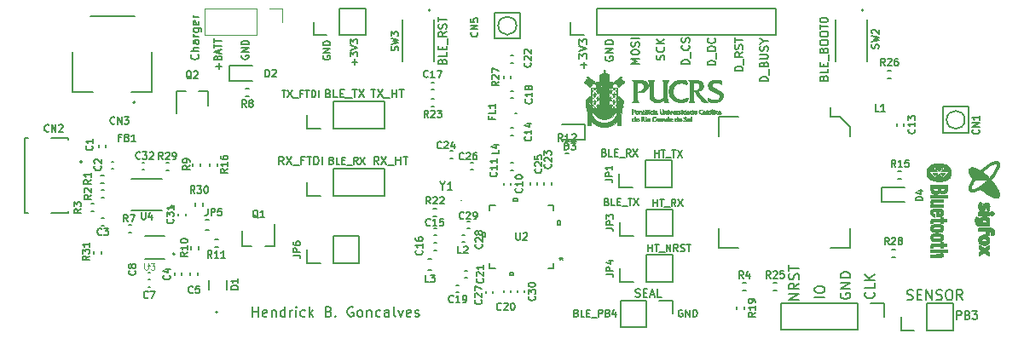
<source format=gto>
G04 #@! TF.GenerationSoftware,KiCad,Pcbnew,(5.1.8)-1*
G04 #@! TF.CreationDate,2021-03-12T19:43:42-03:00*
G04 #@! TF.ProjectId,Vaccine_Layout_V2,56616363-696e-4655-9f4c-61796f75745f,3.3*
G04 #@! TF.SameCoordinates,Original*
G04 #@! TF.FileFunction,Legend,Top*
G04 #@! TF.FilePolarity,Positive*
%FSLAX46Y46*%
G04 Gerber Fmt 4.6, Leading zero omitted, Abs format (unit mm)*
G04 Created by KiCad (PCBNEW (5.1.8)-1) date 2021-03-12 19:43:42*
%MOMM*%
%LPD*%
G01*
G04 APERTURE LIST*
%ADD10C,0.150000*%
%ADD11C,0.200000*%
%ADD12C,0.010000*%
%ADD13C,0.127000*%
%ADD14C,0.100000*%
%ADD15C,0.120000*%
%ADD16C,0.015000*%
%ADD17C,0.254000*%
G04 APERTURE END LIST*
D10*
X60330000Y-77983333D02*
X60296666Y-78050000D01*
X60296666Y-78150000D01*
X60330000Y-78250000D01*
X60396666Y-78316666D01*
X60463333Y-78350000D01*
X60596666Y-78383333D01*
X60696666Y-78383333D01*
X60830000Y-78350000D01*
X60896666Y-78316666D01*
X60963333Y-78250000D01*
X60996666Y-78150000D01*
X60996666Y-78083333D01*
X60963333Y-77983333D01*
X60930000Y-77950000D01*
X60696666Y-77950000D01*
X60696666Y-78083333D01*
X60996666Y-77650000D02*
X60296666Y-77650000D01*
X60996666Y-77250000D01*
X60296666Y-77250000D01*
X60996666Y-76916666D02*
X60296666Y-76916666D01*
X60296666Y-76750000D01*
X60330000Y-76650000D01*
X60396666Y-76583333D01*
X60463333Y-76550000D01*
X60596666Y-76516666D01*
X60696666Y-76516666D01*
X60830000Y-76550000D01*
X60896666Y-76583333D01*
X60963333Y-76650000D01*
X60996666Y-76750000D01*
X60996666Y-76916666D01*
X58020000Y-79310000D02*
X58020000Y-78776666D01*
X58286666Y-79043333D02*
X57753333Y-79043333D01*
X57920000Y-78210000D02*
X57953333Y-78110000D01*
X57986666Y-78076666D01*
X58053333Y-78043333D01*
X58153333Y-78043333D01*
X58220000Y-78076666D01*
X58253333Y-78110000D01*
X58286666Y-78176666D01*
X58286666Y-78443333D01*
X57586666Y-78443333D01*
X57586666Y-78210000D01*
X57620000Y-78143333D01*
X57653333Y-78110000D01*
X57720000Y-78076666D01*
X57786666Y-78076666D01*
X57853333Y-78110000D01*
X57886666Y-78143333D01*
X57920000Y-78210000D01*
X57920000Y-78443333D01*
X58086666Y-77776666D02*
X58086666Y-77443333D01*
X58286666Y-77843333D02*
X57586666Y-77610000D01*
X58286666Y-77376666D01*
X57586666Y-77243333D02*
X57586666Y-76843333D01*
X58286666Y-77043333D02*
X57586666Y-77043333D01*
X57586666Y-76710000D02*
X57586666Y-76310000D01*
X58286666Y-76510000D02*
X57586666Y-76510000D01*
X61368095Y-103972380D02*
X61368095Y-102972380D01*
X61368095Y-103448571D02*
X61939523Y-103448571D01*
X61939523Y-103972380D02*
X61939523Y-102972380D01*
X62796666Y-103924761D02*
X62701428Y-103972380D01*
X62510952Y-103972380D01*
X62415714Y-103924761D01*
X62368095Y-103829523D01*
X62368095Y-103448571D01*
X62415714Y-103353333D01*
X62510952Y-103305714D01*
X62701428Y-103305714D01*
X62796666Y-103353333D01*
X62844285Y-103448571D01*
X62844285Y-103543809D01*
X62368095Y-103639047D01*
X63272857Y-103305714D02*
X63272857Y-103972380D01*
X63272857Y-103400952D02*
X63320476Y-103353333D01*
X63415714Y-103305714D01*
X63558571Y-103305714D01*
X63653809Y-103353333D01*
X63701428Y-103448571D01*
X63701428Y-103972380D01*
X64606190Y-103972380D02*
X64606190Y-102972380D01*
X64606190Y-103924761D02*
X64510952Y-103972380D01*
X64320476Y-103972380D01*
X64225238Y-103924761D01*
X64177619Y-103877142D01*
X64130000Y-103781904D01*
X64130000Y-103496190D01*
X64177619Y-103400952D01*
X64225238Y-103353333D01*
X64320476Y-103305714D01*
X64510952Y-103305714D01*
X64606190Y-103353333D01*
X65082380Y-103972380D02*
X65082380Y-103305714D01*
X65082380Y-103496190D02*
X65130000Y-103400952D01*
X65177619Y-103353333D01*
X65272857Y-103305714D01*
X65368095Y-103305714D01*
X65701428Y-103972380D02*
X65701428Y-103305714D01*
X65701428Y-102972380D02*
X65653809Y-103020000D01*
X65701428Y-103067619D01*
X65749047Y-103020000D01*
X65701428Y-102972380D01*
X65701428Y-103067619D01*
X66606190Y-103924761D02*
X66510952Y-103972380D01*
X66320476Y-103972380D01*
X66225238Y-103924761D01*
X66177619Y-103877142D01*
X66130000Y-103781904D01*
X66130000Y-103496190D01*
X66177619Y-103400952D01*
X66225238Y-103353333D01*
X66320476Y-103305714D01*
X66510952Y-103305714D01*
X66606190Y-103353333D01*
X67034761Y-103972380D02*
X67034761Y-102972380D01*
X67130000Y-103591428D02*
X67415714Y-103972380D01*
X67415714Y-103305714D02*
X67034761Y-103686666D01*
X68939523Y-103448571D02*
X69082380Y-103496190D01*
X69130000Y-103543809D01*
X69177619Y-103639047D01*
X69177619Y-103781904D01*
X69130000Y-103877142D01*
X69082380Y-103924761D01*
X68987142Y-103972380D01*
X68606190Y-103972380D01*
X68606190Y-102972380D01*
X68939523Y-102972380D01*
X69034761Y-103020000D01*
X69082380Y-103067619D01*
X69130000Y-103162857D01*
X69130000Y-103258095D01*
X69082380Y-103353333D01*
X69034761Y-103400952D01*
X68939523Y-103448571D01*
X68606190Y-103448571D01*
X69606190Y-103877142D02*
X69653809Y-103924761D01*
X69606190Y-103972380D01*
X69558571Y-103924761D01*
X69606190Y-103877142D01*
X69606190Y-103972380D01*
X71368095Y-103020000D02*
X71272857Y-102972380D01*
X71130000Y-102972380D01*
X70987142Y-103020000D01*
X70891904Y-103115238D01*
X70844285Y-103210476D01*
X70796666Y-103400952D01*
X70796666Y-103543809D01*
X70844285Y-103734285D01*
X70891904Y-103829523D01*
X70987142Y-103924761D01*
X71130000Y-103972380D01*
X71225238Y-103972380D01*
X71368095Y-103924761D01*
X71415714Y-103877142D01*
X71415714Y-103543809D01*
X71225238Y-103543809D01*
X71987142Y-103972380D02*
X71891904Y-103924761D01*
X71844285Y-103877142D01*
X71796666Y-103781904D01*
X71796666Y-103496190D01*
X71844285Y-103400952D01*
X71891904Y-103353333D01*
X71987142Y-103305714D01*
X72130000Y-103305714D01*
X72225238Y-103353333D01*
X72272857Y-103400952D01*
X72320476Y-103496190D01*
X72320476Y-103781904D01*
X72272857Y-103877142D01*
X72225238Y-103924761D01*
X72130000Y-103972380D01*
X71987142Y-103972380D01*
X72749047Y-103305714D02*
X72749047Y-103972380D01*
X72749047Y-103400952D02*
X72796666Y-103353333D01*
X72891904Y-103305714D01*
X73034761Y-103305714D01*
X73130000Y-103353333D01*
X73177619Y-103448571D01*
X73177619Y-103972380D01*
X74082380Y-103924761D02*
X73987142Y-103972380D01*
X73796666Y-103972380D01*
X73701428Y-103924761D01*
X73653809Y-103877142D01*
X73606190Y-103781904D01*
X73606190Y-103496190D01*
X73653809Y-103400952D01*
X73701428Y-103353333D01*
X73796666Y-103305714D01*
X73987142Y-103305714D01*
X74082380Y-103353333D01*
X74939523Y-103972380D02*
X74939523Y-103448571D01*
X74891904Y-103353333D01*
X74796666Y-103305714D01*
X74606190Y-103305714D01*
X74510952Y-103353333D01*
X74939523Y-103924761D02*
X74844285Y-103972380D01*
X74606190Y-103972380D01*
X74510952Y-103924761D01*
X74463333Y-103829523D01*
X74463333Y-103734285D01*
X74510952Y-103639047D01*
X74606190Y-103591428D01*
X74844285Y-103591428D01*
X74939523Y-103543809D01*
X75558571Y-103972380D02*
X75463333Y-103924761D01*
X75415714Y-103829523D01*
X75415714Y-102972380D01*
X75844285Y-103305714D02*
X76082380Y-103972380D01*
X76320476Y-103305714D01*
X77082380Y-103924761D02*
X76987142Y-103972380D01*
X76796666Y-103972380D01*
X76701428Y-103924761D01*
X76653809Y-103829523D01*
X76653809Y-103448571D01*
X76701428Y-103353333D01*
X76796666Y-103305714D01*
X76987142Y-103305714D01*
X77082380Y-103353333D01*
X77130000Y-103448571D01*
X77130000Y-103543809D01*
X76653809Y-103639047D01*
X77510952Y-103924761D02*
X77606190Y-103972380D01*
X77796666Y-103972380D01*
X77891904Y-103924761D01*
X77939523Y-103829523D01*
X77939523Y-103781904D01*
X77891904Y-103686666D01*
X77796666Y-103639047D01*
X77653809Y-103639047D01*
X77558571Y-103591428D01*
X77510952Y-103496190D01*
X77510952Y-103448571D01*
X77558571Y-103353333D01*
X77653809Y-103305714D01*
X77796666Y-103305714D01*
X77891904Y-103353333D01*
D11*
X99402857Y-101953809D02*
X99517142Y-101991904D01*
X99707619Y-101991904D01*
X99783809Y-101953809D01*
X99821904Y-101915714D01*
X99860000Y-101839523D01*
X99860000Y-101763333D01*
X99821904Y-101687142D01*
X99783809Y-101649047D01*
X99707619Y-101610952D01*
X99555238Y-101572857D01*
X99479047Y-101534761D01*
X99440952Y-101496666D01*
X99402857Y-101420476D01*
X99402857Y-101344285D01*
X99440952Y-101268095D01*
X99479047Y-101230000D01*
X99555238Y-101191904D01*
X99745714Y-101191904D01*
X99860000Y-101230000D01*
X100202857Y-101572857D02*
X100469523Y-101572857D01*
X100583809Y-101991904D02*
X100202857Y-101991904D01*
X100202857Y-101191904D01*
X100583809Y-101191904D01*
X100888571Y-101763333D02*
X101269523Y-101763333D01*
X100812380Y-101991904D02*
X101079047Y-101191904D01*
X101345714Y-101991904D01*
X101993333Y-101991904D02*
X101612380Y-101991904D01*
X101612380Y-101191904D01*
D10*
X131329523Y-104211904D02*
X131329523Y-103411904D01*
X131634285Y-103411904D01*
X131710476Y-103450000D01*
X131748571Y-103488095D01*
X131786666Y-103564285D01*
X131786666Y-103678571D01*
X131748571Y-103754761D01*
X131710476Y-103792857D01*
X131634285Y-103830952D01*
X131329523Y-103830952D01*
X132396190Y-103792857D02*
X132510476Y-103830952D01*
X132548571Y-103869047D01*
X132586666Y-103945238D01*
X132586666Y-104059523D01*
X132548571Y-104135714D01*
X132510476Y-104173809D01*
X132434285Y-104211904D01*
X132129523Y-104211904D01*
X132129523Y-103411904D01*
X132396190Y-103411904D01*
X132472380Y-103450000D01*
X132510476Y-103488095D01*
X132548571Y-103564285D01*
X132548571Y-103640476D01*
X132510476Y-103716666D01*
X132472380Y-103754761D01*
X132396190Y-103792857D01*
X132129523Y-103792857D01*
X132853333Y-103411904D02*
X133348571Y-103411904D01*
X133081904Y-103716666D01*
X133196190Y-103716666D01*
X133272380Y-103754761D01*
X133310476Y-103792857D01*
X133348571Y-103869047D01*
X133348571Y-104059523D01*
X133310476Y-104135714D01*
X133272380Y-104173809D01*
X133196190Y-104211904D01*
X132967619Y-104211904D01*
X132891428Y-104173809D01*
X132853333Y-104135714D01*
X118092857Y-80247142D02*
X118130952Y-80132857D01*
X118169047Y-80094761D01*
X118245238Y-80056666D01*
X118359523Y-80056666D01*
X118435714Y-80094761D01*
X118473809Y-80132857D01*
X118511904Y-80209047D01*
X118511904Y-80513809D01*
X117711904Y-80513809D01*
X117711904Y-80247142D01*
X117750000Y-80170952D01*
X117788095Y-80132857D01*
X117864285Y-80094761D01*
X117940476Y-80094761D01*
X118016666Y-80132857D01*
X118054761Y-80170952D01*
X118092857Y-80247142D01*
X118092857Y-80513809D01*
X118511904Y-79332857D02*
X118511904Y-79713809D01*
X117711904Y-79713809D01*
X118092857Y-79066190D02*
X118092857Y-78799523D01*
X118511904Y-78685238D02*
X118511904Y-79066190D01*
X117711904Y-79066190D01*
X117711904Y-78685238D01*
X118588095Y-78532857D02*
X118588095Y-77923333D01*
X118092857Y-77466190D02*
X118130952Y-77351904D01*
X118169047Y-77313809D01*
X118245238Y-77275714D01*
X118359523Y-77275714D01*
X118435714Y-77313809D01*
X118473809Y-77351904D01*
X118511904Y-77428095D01*
X118511904Y-77732857D01*
X117711904Y-77732857D01*
X117711904Y-77466190D01*
X117750000Y-77390000D01*
X117788095Y-77351904D01*
X117864285Y-77313809D01*
X117940476Y-77313809D01*
X118016666Y-77351904D01*
X118054761Y-77390000D01*
X118092857Y-77466190D01*
X118092857Y-77732857D01*
X117711904Y-76780476D02*
X117711904Y-76628095D01*
X117750000Y-76551904D01*
X117826190Y-76475714D01*
X117978571Y-76437619D01*
X118245238Y-76437619D01*
X118397619Y-76475714D01*
X118473809Y-76551904D01*
X118511904Y-76628095D01*
X118511904Y-76780476D01*
X118473809Y-76856666D01*
X118397619Y-76932857D01*
X118245238Y-76970952D01*
X117978571Y-76970952D01*
X117826190Y-76932857D01*
X117750000Y-76856666D01*
X117711904Y-76780476D01*
X117711904Y-75942380D02*
X117711904Y-75790000D01*
X117750000Y-75713809D01*
X117826190Y-75637619D01*
X117978571Y-75599523D01*
X118245238Y-75599523D01*
X118397619Y-75637619D01*
X118473809Y-75713809D01*
X118511904Y-75790000D01*
X118511904Y-75942380D01*
X118473809Y-76018571D01*
X118397619Y-76094761D01*
X118245238Y-76132857D01*
X117978571Y-76132857D01*
X117826190Y-76094761D01*
X117750000Y-76018571D01*
X117711904Y-75942380D01*
X117711904Y-75370952D02*
X117711904Y-74913809D01*
X118511904Y-75142380D02*
X117711904Y-75142380D01*
X117711904Y-74494761D02*
X117711904Y-74418571D01*
X117750000Y-74342380D01*
X117788095Y-74304285D01*
X117864285Y-74266190D01*
X118016666Y-74228095D01*
X118207142Y-74228095D01*
X118359523Y-74266190D01*
X118435714Y-74304285D01*
X118473809Y-74342380D01*
X118511904Y-74418571D01*
X118511904Y-74494761D01*
X118473809Y-74570952D01*
X118435714Y-74609047D01*
X118359523Y-74647142D01*
X118207142Y-74685238D01*
X118016666Y-74685238D01*
X117864285Y-74647142D01*
X117788095Y-74609047D01*
X117750000Y-74570952D01*
X117711904Y-74494761D01*
X80232857Y-78599047D02*
X80270952Y-78484761D01*
X80309047Y-78446666D01*
X80385238Y-78408571D01*
X80499523Y-78408571D01*
X80575714Y-78446666D01*
X80613809Y-78484761D01*
X80651904Y-78560952D01*
X80651904Y-78865714D01*
X79851904Y-78865714D01*
X79851904Y-78599047D01*
X79890000Y-78522857D01*
X79928095Y-78484761D01*
X80004285Y-78446666D01*
X80080476Y-78446666D01*
X80156666Y-78484761D01*
X80194761Y-78522857D01*
X80232857Y-78599047D01*
X80232857Y-78865714D01*
X80651904Y-77684761D02*
X80651904Y-78065714D01*
X79851904Y-78065714D01*
X80232857Y-77418095D02*
X80232857Y-77151428D01*
X80651904Y-77037142D02*
X80651904Y-77418095D01*
X79851904Y-77418095D01*
X79851904Y-77037142D01*
X80728095Y-76884761D02*
X80728095Y-76275238D01*
X80651904Y-75627619D02*
X80270952Y-75894285D01*
X80651904Y-76084761D02*
X79851904Y-76084761D01*
X79851904Y-75780000D01*
X79890000Y-75703809D01*
X79928095Y-75665714D01*
X80004285Y-75627619D01*
X80118571Y-75627619D01*
X80194761Y-75665714D01*
X80232857Y-75703809D01*
X80270952Y-75780000D01*
X80270952Y-76084761D01*
X80613809Y-75322857D02*
X80651904Y-75208571D01*
X80651904Y-75018095D01*
X80613809Y-74941904D01*
X80575714Y-74903809D01*
X80499523Y-74865714D01*
X80423333Y-74865714D01*
X80347142Y-74903809D01*
X80309047Y-74941904D01*
X80270952Y-75018095D01*
X80232857Y-75170476D01*
X80194761Y-75246666D01*
X80156666Y-75284761D01*
X80080476Y-75322857D01*
X80004285Y-75322857D01*
X79928095Y-75284761D01*
X79890000Y-75246666D01*
X79851904Y-75170476D01*
X79851904Y-74980000D01*
X79890000Y-74865714D01*
X79851904Y-74637142D02*
X79851904Y-74180000D01*
X80651904Y-74408571D02*
X79851904Y-74408571D01*
X73898095Y-88851904D02*
X73631428Y-88470952D01*
X73440952Y-88851904D02*
X73440952Y-88051904D01*
X73745714Y-88051904D01*
X73821904Y-88090000D01*
X73860000Y-88128095D01*
X73898095Y-88204285D01*
X73898095Y-88318571D01*
X73860000Y-88394761D01*
X73821904Y-88432857D01*
X73745714Y-88470952D01*
X73440952Y-88470952D01*
X74164761Y-88051904D02*
X74698095Y-88851904D01*
X74698095Y-88051904D02*
X74164761Y-88851904D01*
X74812380Y-88928095D02*
X75421904Y-88928095D01*
X75612380Y-88851904D02*
X75612380Y-88051904D01*
X75612380Y-88432857D02*
X76069523Y-88432857D01*
X76069523Y-88851904D02*
X76069523Y-88051904D01*
X76336190Y-88051904D02*
X76793333Y-88051904D01*
X76564761Y-88851904D02*
X76564761Y-88051904D01*
X64483809Y-88841904D02*
X64217142Y-88460952D01*
X64026666Y-88841904D02*
X64026666Y-88041904D01*
X64331428Y-88041904D01*
X64407619Y-88080000D01*
X64445714Y-88118095D01*
X64483809Y-88194285D01*
X64483809Y-88308571D01*
X64445714Y-88384761D01*
X64407619Y-88422857D01*
X64331428Y-88460952D01*
X64026666Y-88460952D01*
X64750476Y-88041904D02*
X65283809Y-88841904D01*
X65283809Y-88041904D02*
X64750476Y-88841904D01*
X65398095Y-88918095D02*
X66007619Y-88918095D01*
X66464761Y-88422857D02*
X66198095Y-88422857D01*
X66198095Y-88841904D02*
X66198095Y-88041904D01*
X66579047Y-88041904D01*
X66769523Y-88041904D02*
X67226666Y-88041904D01*
X66998095Y-88841904D02*
X66998095Y-88041904D01*
X67493333Y-88841904D02*
X67493333Y-88041904D01*
X67683809Y-88041904D01*
X67798095Y-88080000D01*
X67874285Y-88156190D01*
X67912380Y-88232380D01*
X67950476Y-88384761D01*
X67950476Y-88499047D01*
X67912380Y-88651428D01*
X67874285Y-88727619D01*
X67798095Y-88803809D01*
X67683809Y-88841904D01*
X67493333Y-88841904D01*
X68293333Y-88841904D02*
X68293333Y-88041904D01*
X73131904Y-81371904D02*
X73589047Y-81371904D01*
X73360476Y-82171904D02*
X73360476Y-81371904D01*
X73779523Y-81371904D02*
X74312857Y-82171904D01*
X74312857Y-81371904D02*
X73779523Y-82171904D01*
X74427142Y-82248095D02*
X75036666Y-82248095D01*
X75227142Y-82171904D02*
X75227142Y-81371904D01*
X75227142Y-81752857D02*
X75684285Y-81752857D01*
X75684285Y-82171904D02*
X75684285Y-81371904D01*
X75950952Y-81371904D02*
X76408095Y-81371904D01*
X76179523Y-82171904D02*
X76179523Y-81371904D01*
X68910952Y-81752857D02*
X69025238Y-81790952D01*
X69063333Y-81829047D01*
X69101428Y-81905238D01*
X69101428Y-82019523D01*
X69063333Y-82095714D01*
X69025238Y-82133809D01*
X68949047Y-82171904D01*
X68644285Y-82171904D01*
X68644285Y-81371904D01*
X68910952Y-81371904D01*
X68987142Y-81410000D01*
X69025238Y-81448095D01*
X69063333Y-81524285D01*
X69063333Y-81600476D01*
X69025238Y-81676666D01*
X68987142Y-81714761D01*
X68910952Y-81752857D01*
X68644285Y-81752857D01*
X69825238Y-82171904D02*
X69444285Y-82171904D01*
X69444285Y-81371904D01*
X70091904Y-81752857D02*
X70358571Y-81752857D01*
X70472857Y-82171904D02*
X70091904Y-82171904D01*
X70091904Y-81371904D01*
X70472857Y-81371904D01*
X70625238Y-82248095D02*
X71234761Y-82248095D01*
X71310952Y-81371904D02*
X71768095Y-81371904D01*
X71539523Y-82171904D02*
X71539523Y-81371904D01*
X71958571Y-81371904D02*
X72491904Y-82171904D01*
X72491904Y-81371904D02*
X71958571Y-82171904D01*
X112571904Y-80537142D02*
X111771904Y-80537142D01*
X111771904Y-80346666D01*
X111810000Y-80232380D01*
X111886190Y-80156190D01*
X111962380Y-80118095D01*
X112114761Y-80080000D01*
X112229047Y-80080000D01*
X112381428Y-80118095D01*
X112457619Y-80156190D01*
X112533809Y-80232380D01*
X112571904Y-80346666D01*
X112571904Y-80537142D01*
X112648095Y-79927619D02*
X112648095Y-79318095D01*
X112152857Y-78860952D02*
X112190952Y-78746666D01*
X112229047Y-78708571D01*
X112305238Y-78670476D01*
X112419523Y-78670476D01*
X112495714Y-78708571D01*
X112533809Y-78746666D01*
X112571904Y-78822857D01*
X112571904Y-79127619D01*
X111771904Y-79127619D01*
X111771904Y-78860952D01*
X111810000Y-78784761D01*
X111848095Y-78746666D01*
X111924285Y-78708571D01*
X112000476Y-78708571D01*
X112076666Y-78746666D01*
X112114761Y-78784761D01*
X112152857Y-78860952D01*
X112152857Y-79127619D01*
X111771904Y-78327619D02*
X112419523Y-78327619D01*
X112495714Y-78289523D01*
X112533809Y-78251428D01*
X112571904Y-78175238D01*
X112571904Y-78022857D01*
X112533809Y-77946666D01*
X112495714Y-77908571D01*
X112419523Y-77870476D01*
X111771904Y-77870476D01*
X112533809Y-77527619D02*
X112571904Y-77413333D01*
X112571904Y-77222857D01*
X112533809Y-77146666D01*
X112495714Y-77108571D01*
X112419523Y-77070476D01*
X112343333Y-77070476D01*
X112267142Y-77108571D01*
X112229047Y-77146666D01*
X112190952Y-77222857D01*
X112152857Y-77375238D01*
X112114761Y-77451428D01*
X112076666Y-77489523D01*
X112000476Y-77527619D01*
X111924285Y-77527619D01*
X111848095Y-77489523D01*
X111810000Y-77451428D01*
X111771904Y-77375238D01*
X111771904Y-77184761D01*
X111810000Y-77070476D01*
X112190952Y-76575238D02*
X112571904Y-76575238D01*
X111771904Y-76841904D02*
X112190952Y-76575238D01*
X111771904Y-76308571D01*
X110051904Y-79530000D02*
X109251904Y-79530000D01*
X109251904Y-79339523D01*
X109290000Y-79225238D01*
X109366190Y-79149047D01*
X109442380Y-79110952D01*
X109594761Y-79072857D01*
X109709047Y-79072857D01*
X109861428Y-79110952D01*
X109937619Y-79149047D01*
X110013809Y-79225238D01*
X110051904Y-79339523D01*
X110051904Y-79530000D01*
X110128095Y-78920476D02*
X110128095Y-78310952D01*
X110051904Y-77663333D02*
X109670952Y-77930000D01*
X110051904Y-78120476D02*
X109251904Y-78120476D01*
X109251904Y-77815714D01*
X109290000Y-77739523D01*
X109328095Y-77701428D01*
X109404285Y-77663333D01*
X109518571Y-77663333D01*
X109594761Y-77701428D01*
X109632857Y-77739523D01*
X109670952Y-77815714D01*
X109670952Y-78120476D01*
X110013809Y-77358571D02*
X110051904Y-77244285D01*
X110051904Y-77053809D01*
X110013809Y-76977619D01*
X109975714Y-76939523D01*
X109899523Y-76901428D01*
X109823333Y-76901428D01*
X109747142Y-76939523D01*
X109709047Y-76977619D01*
X109670952Y-77053809D01*
X109632857Y-77206190D01*
X109594761Y-77282380D01*
X109556666Y-77320476D01*
X109480476Y-77358571D01*
X109404285Y-77358571D01*
X109328095Y-77320476D01*
X109290000Y-77282380D01*
X109251904Y-77206190D01*
X109251904Y-77015714D01*
X109290000Y-76901428D01*
X109251904Y-76672857D02*
X109251904Y-76215714D01*
X110051904Y-76444285D02*
X109251904Y-76444285D01*
X107361904Y-78954285D02*
X106561904Y-78954285D01*
X106561904Y-78763809D01*
X106600000Y-78649523D01*
X106676190Y-78573333D01*
X106752380Y-78535238D01*
X106904761Y-78497142D01*
X107019047Y-78497142D01*
X107171428Y-78535238D01*
X107247619Y-78573333D01*
X107323809Y-78649523D01*
X107361904Y-78763809D01*
X107361904Y-78954285D01*
X107438095Y-78344761D02*
X107438095Y-77735238D01*
X107361904Y-77544761D02*
X106561904Y-77544761D01*
X106561904Y-77354285D01*
X106600000Y-77240000D01*
X106676190Y-77163809D01*
X106752380Y-77125714D01*
X106904761Y-77087619D01*
X107019047Y-77087619D01*
X107171428Y-77125714D01*
X107247619Y-77163809D01*
X107323809Y-77240000D01*
X107361904Y-77354285D01*
X107361904Y-77544761D01*
X107285714Y-76287619D02*
X107323809Y-76325714D01*
X107361904Y-76440000D01*
X107361904Y-76516190D01*
X107323809Y-76630476D01*
X107247619Y-76706666D01*
X107171428Y-76744761D01*
X107019047Y-76782857D01*
X106904761Y-76782857D01*
X106752380Y-76744761D01*
X106676190Y-76706666D01*
X106600000Y-76630476D01*
X106561904Y-76516190D01*
X106561904Y-76440000D01*
X106600000Y-76325714D01*
X106638095Y-76287619D01*
X104781904Y-78865238D02*
X103981904Y-78865238D01*
X103981904Y-78674761D01*
X104020000Y-78560476D01*
X104096190Y-78484285D01*
X104172380Y-78446190D01*
X104324761Y-78408095D01*
X104439047Y-78408095D01*
X104591428Y-78446190D01*
X104667619Y-78484285D01*
X104743809Y-78560476D01*
X104781904Y-78674761D01*
X104781904Y-78865238D01*
X104858095Y-78255714D02*
X104858095Y-77646190D01*
X104705714Y-76998571D02*
X104743809Y-77036666D01*
X104781904Y-77150952D01*
X104781904Y-77227142D01*
X104743809Y-77341428D01*
X104667619Y-77417619D01*
X104591428Y-77455714D01*
X104439047Y-77493809D01*
X104324761Y-77493809D01*
X104172380Y-77455714D01*
X104096190Y-77417619D01*
X104020000Y-77341428D01*
X103981904Y-77227142D01*
X103981904Y-77150952D01*
X104020000Y-77036666D01*
X104058095Y-76998571D01*
X104743809Y-76693809D02*
X104781904Y-76579523D01*
X104781904Y-76389047D01*
X104743809Y-76312857D01*
X104705714Y-76274761D01*
X104629523Y-76236666D01*
X104553333Y-76236666D01*
X104477142Y-76274761D01*
X104439047Y-76312857D01*
X104400952Y-76389047D01*
X104362857Y-76541428D01*
X104324761Y-76617619D01*
X104286666Y-76655714D01*
X104210476Y-76693809D01*
X104134285Y-76693809D01*
X104058095Y-76655714D01*
X104020000Y-76617619D01*
X103981904Y-76541428D01*
X103981904Y-76350952D01*
X104020000Y-76236666D01*
X102253809Y-78428571D02*
X102291904Y-78314285D01*
X102291904Y-78123809D01*
X102253809Y-78047619D01*
X102215714Y-78009523D01*
X102139523Y-77971428D01*
X102063333Y-77971428D01*
X101987142Y-78009523D01*
X101949047Y-78047619D01*
X101910952Y-78123809D01*
X101872857Y-78276190D01*
X101834761Y-78352380D01*
X101796666Y-78390476D01*
X101720476Y-78428571D01*
X101644285Y-78428571D01*
X101568095Y-78390476D01*
X101530000Y-78352380D01*
X101491904Y-78276190D01*
X101491904Y-78085714D01*
X101530000Y-77971428D01*
X102215714Y-77171428D02*
X102253809Y-77209523D01*
X102291904Y-77323809D01*
X102291904Y-77400000D01*
X102253809Y-77514285D01*
X102177619Y-77590476D01*
X102101428Y-77628571D01*
X101949047Y-77666666D01*
X101834761Y-77666666D01*
X101682380Y-77628571D01*
X101606190Y-77590476D01*
X101530000Y-77514285D01*
X101491904Y-77400000D01*
X101491904Y-77323809D01*
X101530000Y-77209523D01*
X101568095Y-77171428D01*
X102291904Y-76828571D02*
X101491904Y-76828571D01*
X102291904Y-76371428D02*
X101834761Y-76714285D01*
X101491904Y-76371428D02*
X101949047Y-76828571D01*
X99771904Y-78817142D02*
X98971904Y-78817142D01*
X99543333Y-78550476D01*
X98971904Y-78283809D01*
X99771904Y-78283809D01*
X98971904Y-77750476D02*
X98971904Y-77598095D01*
X99010000Y-77521904D01*
X99086190Y-77445714D01*
X99238571Y-77407619D01*
X99505238Y-77407619D01*
X99657619Y-77445714D01*
X99733809Y-77521904D01*
X99771904Y-77598095D01*
X99771904Y-77750476D01*
X99733809Y-77826666D01*
X99657619Y-77902857D01*
X99505238Y-77940952D01*
X99238571Y-77940952D01*
X99086190Y-77902857D01*
X99010000Y-77826666D01*
X98971904Y-77750476D01*
X99733809Y-77102857D02*
X99771904Y-76988571D01*
X99771904Y-76798095D01*
X99733809Y-76721904D01*
X99695714Y-76683809D01*
X99619523Y-76645714D01*
X99543333Y-76645714D01*
X99467142Y-76683809D01*
X99429047Y-76721904D01*
X99390952Y-76798095D01*
X99352857Y-76950476D01*
X99314761Y-77026666D01*
X99276666Y-77064761D01*
X99200476Y-77102857D01*
X99124285Y-77102857D01*
X99048095Y-77064761D01*
X99010000Y-77026666D01*
X98971904Y-76950476D01*
X98971904Y-76760000D01*
X99010000Y-76645714D01*
X99771904Y-76302857D02*
X98971904Y-76302857D01*
X96450000Y-78109523D02*
X96411904Y-78185714D01*
X96411904Y-78300000D01*
X96450000Y-78414285D01*
X96526190Y-78490476D01*
X96602380Y-78528571D01*
X96754761Y-78566666D01*
X96869047Y-78566666D01*
X97021428Y-78528571D01*
X97097619Y-78490476D01*
X97173809Y-78414285D01*
X97211904Y-78300000D01*
X97211904Y-78223809D01*
X97173809Y-78109523D01*
X97135714Y-78071428D01*
X96869047Y-78071428D01*
X96869047Y-78223809D01*
X97211904Y-77728571D02*
X96411904Y-77728571D01*
X97211904Y-77271428D01*
X96411904Y-77271428D01*
X97211904Y-76890476D02*
X96411904Y-76890476D01*
X96411904Y-76700000D01*
X96450000Y-76585714D01*
X96526190Y-76509523D01*
X96602380Y-76471428D01*
X96754761Y-76433333D01*
X96869047Y-76433333D01*
X97021428Y-76471428D01*
X97097619Y-76509523D01*
X97173809Y-76585714D01*
X97211904Y-76700000D01*
X97211904Y-76890476D01*
X94287142Y-79239523D02*
X94287142Y-78630000D01*
X94591904Y-78934761D02*
X93982380Y-78934761D01*
X93791904Y-78325238D02*
X93791904Y-77830000D01*
X94096666Y-78096666D01*
X94096666Y-77982380D01*
X94134761Y-77906190D01*
X94172857Y-77868095D01*
X94249047Y-77830000D01*
X94439523Y-77830000D01*
X94515714Y-77868095D01*
X94553809Y-77906190D01*
X94591904Y-77982380D01*
X94591904Y-78210952D01*
X94553809Y-78287142D01*
X94515714Y-78325238D01*
X93791904Y-77601428D02*
X94591904Y-77334761D01*
X93791904Y-77068095D01*
X93791904Y-76877619D02*
X93791904Y-76382380D01*
X94096666Y-76649047D01*
X94096666Y-76534761D01*
X94134761Y-76458571D01*
X94172857Y-76420476D01*
X94249047Y-76382380D01*
X94439523Y-76382380D01*
X94515714Y-76420476D01*
X94553809Y-76458571D01*
X94591904Y-76534761D01*
X94591904Y-76763333D01*
X94553809Y-76839523D01*
X94515714Y-76877619D01*
X126368095Y-102244761D02*
X126510952Y-102292380D01*
X126749047Y-102292380D01*
X126844285Y-102244761D01*
X126891904Y-102197142D01*
X126939523Y-102101904D01*
X126939523Y-102006666D01*
X126891904Y-101911428D01*
X126844285Y-101863809D01*
X126749047Y-101816190D01*
X126558571Y-101768571D01*
X126463333Y-101720952D01*
X126415714Y-101673333D01*
X126368095Y-101578095D01*
X126368095Y-101482857D01*
X126415714Y-101387619D01*
X126463333Y-101340000D01*
X126558571Y-101292380D01*
X126796666Y-101292380D01*
X126939523Y-101340000D01*
X127368095Y-101768571D02*
X127701428Y-101768571D01*
X127844285Y-102292380D02*
X127368095Y-102292380D01*
X127368095Y-101292380D01*
X127844285Y-101292380D01*
X128272857Y-102292380D02*
X128272857Y-101292380D01*
X128844285Y-102292380D01*
X128844285Y-101292380D01*
X129272857Y-102244761D02*
X129415714Y-102292380D01*
X129653809Y-102292380D01*
X129749047Y-102244761D01*
X129796666Y-102197142D01*
X129844285Y-102101904D01*
X129844285Y-102006666D01*
X129796666Y-101911428D01*
X129749047Y-101863809D01*
X129653809Y-101816190D01*
X129463333Y-101768571D01*
X129368095Y-101720952D01*
X129320476Y-101673333D01*
X129272857Y-101578095D01*
X129272857Y-101482857D01*
X129320476Y-101387619D01*
X129368095Y-101340000D01*
X129463333Y-101292380D01*
X129701428Y-101292380D01*
X129844285Y-101340000D01*
X130463333Y-101292380D02*
X130653809Y-101292380D01*
X130749047Y-101340000D01*
X130844285Y-101435238D01*
X130891904Y-101625714D01*
X130891904Y-101959047D01*
X130844285Y-102149523D01*
X130749047Y-102244761D01*
X130653809Y-102292380D01*
X130463333Y-102292380D01*
X130368095Y-102244761D01*
X130272857Y-102149523D01*
X130225238Y-101959047D01*
X130225238Y-101625714D01*
X130272857Y-101435238D01*
X130368095Y-101340000D01*
X130463333Y-101292380D01*
X131891904Y-102292380D02*
X131558571Y-101816190D01*
X131320476Y-102292380D02*
X131320476Y-101292380D01*
X131701428Y-101292380D01*
X131796666Y-101340000D01*
X131844285Y-101387619D01*
X131891904Y-101482857D01*
X131891904Y-101625714D01*
X131844285Y-101720952D01*
X131796666Y-101768571D01*
X131701428Y-101816190D01*
X131320476Y-101816190D01*
X123077142Y-101535238D02*
X123124761Y-101582857D01*
X123172380Y-101725714D01*
X123172380Y-101820952D01*
X123124761Y-101963809D01*
X123029523Y-102059047D01*
X122934285Y-102106666D01*
X122743809Y-102154285D01*
X122600952Y-102154285D01*
X122410476Y-102106666D01*
X122315238Y-102059047D01*
X122220000Y-101963809D01*
X122172380Y-101820952D01*
X122172380Y-101725714D01*
X122220000Y-101582857D01*
X122267619Y-101535238D01*
X123172380Y-100630476D02*
X123172380Y-101106666D01*
X122172380Y-101106666D01*
X123172380Y-100297142D02*
X122172380Y-100297142D01*
X123172380Y-99725714D02*
X122600952Y-100154285D01*
X122172380Y-99725714D02*
X122743809Y-100297142D01*
X119800000Y-101621904D02*
X119752380Y-101717142D01*
X119752380Y-101860000D01*
X119800000Y-102002857D01*
X119895238Y-102098095D01*
X119990476Y-102145714D01*
X120180952Y-102193333D01*
X120323809Y-102193333D01*
X120514285Y-102145714D01*
X120609523Y-102098095D01*
X120704761Y-102002857D01*
X120752380Y-101860000D01*
X120752380Y-101764761D01*
X120704761Y-101621904D01*
X120657142Y-101574285D01*
X120323809Y-101574285D01*
X120323809Y-101764761D01*
X120752380Y-101145714D02*
X119752380Y-101145714D01*
X120752380Y-100574285D01*
X119752380Y-100574285D01*
X120752380Y-100098095D02*
X119752380Y-100098095D01*
X119752380Y-99860000D01*
X119800000Y-99717142D01*
X119895238Y-99621904D01*
X119990476Y-99574285D01*
X120180952Y-99526666D01*
X120323809Y-99526666D01*
X120514285Y-99574285D01*
X120609523Y-99621904D01*
X120704761Y-99717142D01*
X120752380Y-99860000D01*
X120752380Y-100098095D01*
X118192380Y-102033809D02*
X117192380Y-102033809D01*
X117192380Y-101367142D02*
X117192380Y-101176666D01*
X117240000Y-101081428D01*
X117335238Y-100986190D01*
X117525714Y-100938571D01*
X117859047Y-100938571D01*
X118049523Y-100986190D01*
X118144761Y-101081428D01*
X118192380Y-101176666D01*
X118192380Y-101367142D01*
X118144761Y-101462380D01*
X118049523Y-101557619D01*
X117859047Y-101605238D01*
X117525714Y-101605238D01*
X117335238Y-101557619D01*
X117240000Y-101462380D01*
X117192380Y-101367142D01*
X115642380Y-102262857D02*
X114642380Y-102262857D01*
X115642380Y-101691428D01*
X114642380Y-101691428D01*
X115642380Y-100643809D02*
X115166190Y-100977142D01*
X115642380Y-101215238D02*
X114642380Y-101215238D01*
X114642380Y-100834285D01*
X114690000Y-100739047D01*
X114737619Y-100691428D01*
X114832857Y-100643809D01*
X114975714Y-100643809D01*
X115070952Y-100691428D01*
X115118571Y-100739047D01*
X115166190Y-100834285D01*
X115166190Y-101215238D01*
X115594761Y-100262857D02*
X115642380Y-100120000D01*
X115642380Y-99881904D01*
X115594761Y-99786666D01*
X115547142Y-99739047D01*
X115451904Y-99691428D01*
X115356666Y-99691428D01*
X115261428Y-99739047D01*
X115213809Y-99786666D01*
X115166190Y-99881904D01*
X115118571Y-100072380D01*
X115070952Y-100167619D01*
X115023333Y-100215238D01*
X114928095Y-100262857D01*
X114832857Y-100262857D01*
X114737619Y-100215238D01*
X114690000Y-100167619D01*
X114642380Y-100072380D01*
X114642380Y-99834285D01*
X114690000Y-99691428D01*
X114642380Y-99405714D02*
X114642380Y-98834285D01*
X115642380Y-99120000D02*
X114642380Y-99120000D01*
X104066666Y-103300000D02*
X104000000Y-103266666D01*
X103900000Y-103266666D01*
X103800000Y-103300000D01*
X103733333Y-103366666D01*
X103700000Y-103433333D01*
X103666666Y-103566666D01*
X103666666Y-103666666D01*
X103700000Y-103800000D01*
X103733333Y-103866666D01*
X103800000Y-103933333D01*
X103900000Y-103966666D01*
X103966666Y-103966666D01*
X104066666Y-103933333D01*
X104100000Y-103900000D01*
X104100000Y-103666666D01*
X103966666Y-103666666D01*
X104400000Y-103966666D02*
X104400000Y-103266666D01*
X104800000Y-103966666D01*
X104800000Y-103266666D01*
X105133333Y-103966666D02*
X105133333Y-103266666D01*
X105300000Y-103266666D01*
X105400000Y-103300000D01*
X105466666Y-103366666D01*
X105500000Y-103433333D01*
X105533333Y-103566666D01*
X105533333Y-103666666D01*
X105500000Y-103800000D01*
X105466666Y-103866666D01*
X105400000Y-103933333D01*
X105300000Y-103966666D01*
X105133333Y-103966666D01*
X93540000Y-103600000D02*
X93640000Y-103633333D01*
X93673333Y-103666666D01*
X93706666Y-103733333D01*
X93706666Y-103833333D01*
X93673333Y-103900000D01*
X93640000Y-103933333D01*
X93573333Y-103966666D01*
X93306666Y-103966666D01*
X93306666Y-103266666D01*
X93540000Y-103266666D01*
X93606666Y-103300000D01*
X93640000Y-103333333D01*
X93673333Y-103400000D01*
X93673333Y-103466666D01*
X93640000Y-103533333D01*
X93606666Y-103566666D01*
X93540000Y-103600000D01*
X93306666Y-103600000D01*
X94340000Y-103966666D02*
X94006666Y-103966666D01*
X94006666Y-103266666D01*
X94573333Y-103600000D02*
X94806666Y-103600000D01*
X94906666Y-103966666D02*
X94573333Y-103966666D01*
X94573333Y-103266666D01*
X94906666Y-103266666D01*
X95040000Y-104033333D02*
X95573333Y-104033333D01*
X95740000Y-103966666D02*
X95740000Y-103266666D01*
X96006666Y-103266666D01*
X96073333Y-103300000D01*
X96106666Y-103333333D01*
X96140000Y-103400000D01*
X96140000Y-103500000D01*
X96106666Y-103566666D01*
X96073333Y-103600000D01*
X96006666Y-103633333D01*
X95740000Y-103633333D01*
X96673333Y-103600000D02*
X96773333Y-103633333D01*
X96806666Y-103666666D01*
X96840000Y-103733333D01*
X96840000Y-103833333D01*
X96806666Y-103900000D01*
X96773333Y-103933333D01*
X96706666Y-103966666D01*
X96440000Y-103966666D01*
X96440000Y-103266666D01*
X96673333Y-103266666D01*
X96740000Y-103300000D01*
X96773333Y-103333333D01*
X96806666Y-103400000D01*
X96806666Y-103466666D01*
X96773333Y-103533333D01*
X96740000Y-103566666D01*
X96673333Y-103600000D01*
X96440000Y-103600000D01*
X97440000Y-103500000D02*
X97440000Y-103966666D01*
X97273333Y-103233333D02*
X97106666Y-103733333D01*
X97540000Y-103733333D01*
X100690000Y-97466666D02*
X100690000Y-96766666D01*
X100690000Y-97100000D02*
X101090000Y-97100000D01*
X101090000Y-97466666D02*
X101090000Y-96766666D01*
X101323333Y-96766666D02*
X101723333Y-96766666D01*
X101523333Y-97466666D02*
X101523333Y-96766666D01*
X101790000Y-97533333D02*
X102323333Y-97533333D01*
X102490000Y-97466666D02*
X102490000Y-96766666D01*
X102890000Y-97466666D01*
X102890000Y-96766666D01*
X103623333Y-97466666D02*
X103390000Y-97133333D01*
X103223333Y-97466666D02*
X103223333Y-96766666D01*
X103490000Y-96766666D01*
X103556666Y-96800000D01*
X103590000Y-96833333D01*
X103623333Y-96900000D01*
X103623333Y-97000000D01*
X103590000Y-97066666D01*
X103556666Y-97100000D01*
X103490000Y-97133333D01*
X103223333Y-97133333D01*
X103890000Y-97433333D02*
X103990000Y-97466666D01*
X104156666Y-97466666D01*
X104223333Y-97433333D01*
X104256666Y-97400000D01*
X104290000Y-97333333D01*
X104290000Y-97266666D01*
X104256666Y-97200000D01*
X104223333Y-97166666D01*
X104156666Y-97133333D01*
X104023333Y-97100000D01*
X103956666Y-97066666D01*
X103923333Y-97033333D01*
X103890000Y-96966666D01*
X103890000Y-96900000D01*
X103923333Y-96833333D01*
X103956666Y-96800000D01*
X104023333Y-96766666D01*
X104190000Y-96766666D01*
X104290000Y-96800000D01*
X104490000Y-96766666D02*
X104890000Y-96766666D01*
X104690000Y-97466666D02*
X104690000Y-96766666D01*
X101193333Y-92956666D02*
X101193333Y-92256666D01*
X101193333Y-92590000D02*
X101593333Y-92590000D01*
X101593333Y-92956666D02*
X101593333Y-92256666D01*
X101826666Y-92256666D02*
X102226666Y-92256666D01*
X102026666Y-92956666D02*
X102026666Y-92256666D01*
X102293333Y-93023333D02*
X102826666Y-93023333D01*
X103393333Y-92956666D02*
X103160000Y-92623333D01*
X102993333Y-92956666D02*
X102993333Y-92256666D01*
X103260000Y-92256666D01*
X103326666Y-92290000D01*
X103360000Y-92323333D01*
X103393333Y-92390000D01*
X103393333Y-92490000D01*
X103360000Y-92556666D01*
X103326666Y-92590000D01*
X103260000Y-92623333D01*
X102993333Y-92623333D01*
X103626666Y-92256666D02*
X104093333Y-92956666D01*
X104093333Y-92256666D02*
X103626666Y-92956666D01*
X96573333Y-92540000D02*
X96673333Y-92573333D01*
X96706666Y-92606666D01*
X96740000Y-92673333D01*
X96740000Y-92773333D01*
X96706666Y-92840000D01*
X96673333Y-92873333D01*
X96606666Y-92906666D01*
X96340000Y-92906666D01*
X96340000Y-92206666D01*
X96573333Y-92206666D01*
X96640000Y-92240000D01*
X96673333Y-92273333D01*
X96706666Y-92340000D01*
X96706666Y-92406666D01*
X96673333Y-92473333D01*
X96640000Y-92506666D01*
X96573333Y-92540000D01*
X96340000Y-92540000D01*
X97373333Y-92906666D02*
X97040000Y-92906666D01*
X97040000Y-92206666D01*
X97606666Y-92540000D02*
X97840000Y-92540000D01*
X97940000Y-92906666D02*
X97606666Y-92906666D01*
X97606666Y-92206666D01*
X97940000Y-92206666D01*
X98073333Y-92973333D02*
X98606666Y-92973333D01*
X98673333Y-92206666D02*
X99073333Y-92206666D01*
X98873333Y-92906666D02*
X98873333Y-92206666D01*
X99240000Y-92206666D02*
X99706666Y-92906666D01*
X99706666Y-92206666D02*
X99240000Y-92906666D01*
X101326666Y-88116666D02*
X101326666Y-87416666D01*
X101326666Y-87750000D02*
X101726666Y-87750000D01*
X101726666Y-88116666D02*
X101726666Y-87416666D01*
X101960000Y-87416666D02*
X102360000Y-87416666D01*
X102160000Y-88116666D02*
X102160000Y-87416666D01*
X102426666Y-88183333D02*
X102960000Y-88183333D01*
X103026666Y-87416666D02*
X103426666Y-87416666D01*
X103226666Y-88116666D02*
X103226666Y-87416666D01*
X103593333Y-87416666D02*
X104060000Y-88116666D01*
X104060000Y-87416666D02*
X103593333Y-88116666D01*
X96320000Y-87670000D02*
X96420000Y-87703333D01*
X96453333Y-87736666D01*
X96486666Y-87803333D01*
X96486666Y-87903333D01*
X96453333Y-87970000D01*
X96420000Y-88003333D01*
X96353333Y-88036666D01*
X96086666Y-88036666D01*
X96086666Y-87336666D01*
X96320000Y-87336666D01*
X96386666Y-87370000D01*
X96420000Y-87403333D01*
X96453333Y-87470000D01*
X96453333Y-87536666D01*
X96420000Y-87603333D01*
X96386666Y-87636666D01*
X96320000Y-87670000D01*
X96086666Y-87670000D01*
X97120000Y-88036666D02*
X96786666Y-88036666D01*
X96786666Y-87336666D01*
X97353333Y-87670000D02*
X97586666Y-87670000D01*
X97686666Y-88036666D02*
X97353333Y-88036666D01*
X97353333Y-87336666D01*
X97686666Y-87336666D01*
X97820000Y-88103333D02*
X98353333Y-88103333D01*
X98920000Y-88036666D02*
X98686666Y-87703333D01*
X98520000Y-88036666D02*
X98520000Y-87336666D01*
X98786666Y-87336666D01*
X98853333Y-87370000D01*
X98886666Y-87403333D01*
X98920000Y-87470000D01*
X98920000Y-87570000D01*
X98886666Y-87636666D01*
X98853333Y-87670000D01*
X98786666Y-87703333D01*
X98520000Y-87703333D01*
X99153333Y-87336666D02*
X99620000Y-88036666D01*
X99620000Y-87336666D02*
X99153333Y-88036666D01*
X68420000Y-78023333D02*
X68386666Y-78090000D01*
X68386666Y-78190000D01*
X68420000Y-78290000D01*
X68486666Y-78356666D01*
X68553333Y-78390000D01*
X68686666Y-78423333D01*
X68786666Y-78423333D01*
X68920000Y-78390000D01*
X68986666Y-78356666D01*
X69053333Y-78290000D01*
X69086666Y-78190000D01*
X69086666Y-78123333D01*
X69053333Y-78023333D01*
X69020000Y-77990000D01*
X68786666Y-77990000D01*
X68786666Y-78123333D01*
X69086666Y-77690000D02*
X68386666Y-77690000D01*
X69086666Y-77290000D01*
X68386666Y-77290000D01*
X69086666Y-76956666D02*
X68386666Y-76956666D01*
X68386666Y-76790000D01*
X68420000Y-76690000D01*
X68486666Y-76623333D01*
X68553333Y-76590000D01*
X68686666Y-76556666D01*
X68786666Y-76556666D01*
X68920000Y-76590000D01*
X68986666Y-76623333D01*
X69053333Y-76690000D01*
X69086666Y-76790000D01*
X69086666Y-76956666D01*
X71550000Y-78893333D02*
X71550000Y-78360000D01*
X71816666Y-78626666D02*
X71283333Y-78626666D01*
X71116666Y-78093333D02*
X71116666Y-77660000D01*
X71383333Y-77893333D01*
X71383333Y-77793333D01*
X71416666Y-77726666D01*
X71450000Y-77693333D01*
X71516666Y-77660000D01*
X71683333Y-77660000D01*
X71750000Y-77693333D01*
X71783333Y-77726666D01*
X71816666Y-77793333D01*
X71816666Y-77993333D01*
X71783333Y-78060000D01*
X71750000Y-78093333D01*
X71116666Y-77460000D02*
X71816666Y-77226666D01*
X71116666Y-76993333D01*
X71116666Y-76826666D02*
X71116666Y-76393333D01*
X71383333Y-76626666D01*
X71383333Y-76526666D01*
X71416666Y-76460000D01*
X71450000Y-76426666D01*
X71516666Y-76393333D01*
X71683333Y-76393333D01*
X71750000Y-76426666D01*
X71783333Y-76460000D01*
X71816666Y-76526666D01*
X71816666Y-76726666D01*
X71783333Y-76793333D01*
X71750000Y-76826666D01*
X69240000Y-88440000D02*
X69340000Y-88473333D01*
X69373333Y-88506666D01*
X69406666Y-88573333D01*
X69406666Y-88673333D01*
X69373333Y-88740000D01*
X69340000Y-88773333D01*
X69273333Y-88806666D01*
X69006666Y-88806666D01*
X69006666Y-88106666D01*
X69240000Y-88106666D01*
X69306666Y-88140000D01*
X69340000Y-88173333D01*
X69373333Y-88240000D01*
X69373333Y-88306666D01*
X69340000Y-88373333D01*
X69306666Y-88406666D01*
X69240000Y-88440000D01*
X69006666Y-88440000D01*
X70040000Y-88806666D02*
X69706666Y-88806666D01*
X69706666Y-88106666D01*
X70273333Y-88440000D02*
X70506666Y-88440000D01*
X70606666Y-88806666D02*
X70273333Y-88806666D01*
X70273333Y-88106666D01*
X70606666Y-88106666D01*
X70740000Y-88873333D02*
X71273333Y-88873333D01*
X71840000Y-88806666D02*
X71606666Y-88473333D01*
X71440000Y-88806666D02*
X71440000Y-88106666D01*
X71706666Y-88106666D01*
X71773333Y-88140000D01*
X71806666Y-88173333D01*
X71840000Y-88240000D01*
X71840000Y-88340000D01*
X71806666Y-88406666D01*
X71773333Y-88440000D01*
X71706666Y-88473333D01*
X71440000Y-88473333D01*
X72073333Y-88106666D02*
X72540000Y-88806666D01*
X72540000Y-88106666D02*
X72073333Y-88806666D01*
X64286666Y-81436666D02*
X64686666Y-81436666D01*
X64486666Y-82136666D02*
X64486666Y-81436666D01*
X64853333Y-81436666D02*
X65320000Y-82136666D01*
X65320000Y-81436666D02*
X64853333Y-82136666D01*
X65420000Y-82203333D02*
X65953333Y-82203333D01*
X66353333Y-81770000D02*
X66120000Y-81770000D01*
X66120000Y-82136666D02*
X66120000Y-81436666D01*
X66453333Y-81436666D01*
X66620000Y-81436666D02*
X67020000Y-81436666D01*
X66820000Y-82136666D02*
X66820000Y-81436666D01*
X67253333Y-82136666D02*
X67253333Y-81436666D01*
X67420000Y-81436666D01*
X67520000Y-81470000D01*
X67586666Y-81536666D01*
X67620000Y-81603333D01*
X67653333Y-81736666D01*
X67653333Y-81836666D01*
X67620000Y-81970000D01*
X67586666Y-82036666D01*
X67520000Y-82103333D01*
X67420000Y-82136666D01*
X67253333Y-82136666D01*
X67953333Y-82136666D02*
X67953333Y-81436666D01*
D12*
G04 #@! TO.C,G\u002A\u002A\u002A*
G36*
X96338778Y-79428558D02*
G01*
X96359720Y-79443319D01*
X96400500Y-79483081D01*
X96388479Y-79511180D01*
X96380254Y-79516715D01*
X96353931Y-79553621D01*
X96371354Y-79606537D01*
X96390320Y-79664055D01*
X96385216Y-79689950D01*
X96391849Y-79707264D01*
X96413319Y-79709999D01*
X96465835Y-79727665D01*
X96545188Y-79772583D01*
X96590052Y-79803142D01*
X96666746Y-79853237D01*
X96721376Y-79878854D01*
X96736145Y-79878771D01*
X96755981Y-79888361D01*
X96774389Y-79946218D01*
X96788563Y-80037121D01*
X96795697Y-80145852D01*
X96795748Y-80202125D01*
X96792071Y-80334459D01*
X96787174Y-80420912D01*
X96779069Y-80479094D01*
X96765771Y-80526620D01*
X96756186Y-80552857D01*
X96744881Y-80623942D01*
X96775653Y-80650717D01*
X96840961Y-80628497D01*
X96859008Y-80616714D01*
X96942697Y-80574126D01*
X97016532Y-80581236D01*
X97099633Y-80640754D01*
X97112255Y-80652617D01*
X97171295Y-80705852D01*
X97205528Y-80718037D01*
X97235322Y-80692745D01*
X97247920Y-80676430D01*
X97284935Y-80612751D01*
X97295490Y-80575187D01*
X97322874Y-80542818D01*
X97359268Y-80535499D01*
X97420980Y-80510707D01*
X97474044Y-80456124D01*
X97523250Y-80399211D01*
X97565156Y-80376749D01*
X97609053Y-80356082D01*
X97677413Y-80303404D01*
X97718998Y-80265316D01*
X97806104Y-80192037D01*
X97895490Y-80134561D01*
X97971003Y-80101646D01*
X98016488Y-80102051D01*
X98017850Y-80103267D01*
X98015862Y-80138457D01*
X97997572Y-80181443D01*
X97965961Y-80263258D01*
X97981532Y-80305873D01*
X98018812Y-80314488D01*
X98066606Y-80339872D01*
X98131128Y-80402393D01*
X98197846Y-80483913D01*
X98252229Y-80566297D01*
X98279744Y-80631407D01*
X98280750Y-80641402D01*
X98261739Y-80692137D01*
X98219586Y-80735840D01*
X98176609Y-80752446D01*
X98163754Y-80746587D01*
X98136616Y-80755029D01*
X98108958Y-80795118D01*
X98062429Y-80860760D01*
X98015848Y-80864860D01*
X97963353Y-80807137D01*
X97951306Y-80787605D01*
X97909622Y-80727810D01*
X97880379Y-80704894D01*
X97877161Y-80706254D01*
X97883564Y-80739240D01*
X97920731Y-80798651D01*
X97928366Y-80808603D01*
X97971397Y-80869747D01*
X97975317Y-80909256D01*
X97943041Y-80953037D01*
X97892900Y-80991316D01*
X97848373Y-80976863D01*
X97846578Y-80975397D01*
X97816238Y-80957213D01*
X97822515Y-80989977D01*
X97823630Y-80992909D01*
X97819322Y-81051061D01*
X97777112Y-81097418D01*
X97719946Y-81114107D01*
X97685527Y-81100487D01*
X97650116Y-81054050D01*
X97645750Y-81036244D01*
X97623053Y-80996581D01*
X97568261Y-80944070D01*
X97566375Y-80942577D01*
X97507884Y-80872895D01*
X97487000Y-80804722D01*
X97481735Y-80755134D01*
X97453650Y-80744502D01*
X97388706Y-80763568D01*
X97289058Y-80814002D01*
X97193429Y-80888152D01*
X97115504Y-80971829D01*
X97068966Y-81050849D01*
X97063428Y-81100798D01*
X97077659Y-81135790D01*
X97107031Y-81156614D01*
X97165519Y-81166899D01*
X97267099Y-81170271D01*
X97331953Y-81170499D01*
X97582250Y-81170500D01*
X97582250Y-82012845D01*
X97737296Y-82067913D01*
X97891059Y-82148204D01*
X98018722Y-82263948D01*
X98111959Y-82402232D01*
X98162448Y-82550143D01*
X98161864Y-82694768D01*
X98156195Y-82717722D01*
X98126213Y-82806082D01*
X98096843Y-82872089D01*
X98086469Y-82930822D01*
X98125646Y-82991478D01*
X98165127Y-83044993D01*
X98159087Y-83091020D01*
X98140368Y-83121110D01*
X98094873Y-83168446D01*
X98063493Y-83179500D01*
X98044482Y-83204472D01*
X98026352Y-83276661D01*
X98014132Y-83370000D01*
X97990328Y-83653751D01*
X97974283Y-83881079D01*
X97965601Y-84058536D01*
X97963890Y-84192675D01*
X97964060Y-84202625D01*
X97966604Y-84349596D01*
X97967077Y-84457775D01*
X97965170Y-84551845D01*
X97960575Y-84656489D01*
X97957710Y-84710625D01*
X97947375Y-84901125D01*
X97839794Y-84911401D01*
X97740710Y-84913080D01*
X97657231Y-84902859D01*
X97614513Y-84885769D01*
X97591863Y-84850811D01*
X97582916Y-84781138D01*
X97581395Y-84702082D01*
X97580541Y-84520125D01*
X97494083Y-84618912D01*
X97323786Y-84771164D01*
X97107234Y-84899436D01*
X96858590Y-84999292D01*
X96592017Y-85066295D01*
X96321678Y-85096008D01*
X96061736Y-85083995D01*
X96026500Y-85078651D01*
X95755894Y-85012955D01*
X95563075Y-84935783D01*
X95871832Y-84935783D01*
X95892595Y-84937142D01*
X95939107Y-84939749D01*
X95969034Y-84962719D01*
X96020219Y-84995466D01*
X96084871Y-85010400D01*
X96137400Y-85004643D01*
X96153500Y-84983472D01*
X96128215Y-84967140D01*
X96090000Y-84971300D01*
X96036446Y-84973823D01*
X96033931Y-84945805D01*
X96082062Y-84896666D01*
X96116488Y-84862981D01*
X96108047Y-84831986D01*
X96091699Y-84816851D01*
X96218271Y-84816851D01*
X96230667Y-84862524D01*
X96261188Y-84931020D01*
X96297492Y-84998186D01*
X96327240Y-85039867D01*
X96334325Y-85044000D01*
X96352325Y-85018555D01*
X96388132Y-84954239D01*
X96407500Y-84917000D01*
X96539309Y-84917000D01*
X96543093Y-84970075D01*
X96549373Y-84961782D01*
X96556907Y-84924937D01*
X96574421Y-84869265D01*
X96588770Y-84853500D01*
X96619912Y-84875847D01*
X96645245Y-84905975D01*
X96693743Y-84939364D01*
X96736152Y-84918782D01*
X96756709Y-84853019D01*
X96756959Y-84843688D01*
X96760610Y-84803431D01*
X96777617Y-84809365D01*
X96817615Y-84865401D01*
X96820250Y-84869375D01*
X96864996Y-84929249D01*
X96881829Y-84935572D01*
X96869501Y-84892420D01*
X96835309Y-84820173D01*
X96786637Y-84747644D01*
X96748508Y-84731006D01*
X96727314Y-84771087D01*
X96725000Y-84805875D01*
X96711673Y-84870892D01*
X96678008Y-84878716D01*
X96633471Y-84828222D01*
X96627454Y-84817460D01*
X96595695Y-84773426D01*
X96569565Y-84784549D01*
X96563323Y-84793648D01*
X96542900Y-84858686D01*
X96539309Y-84917000D01*
X96407500Y-84917000D01*
X96439339Y-84841922D01*
X96446207Y-84796344D01*
X96439109Y-84790000D01*
X96404495Y-84816293D01*
X96375750Y-84869375D01*
X96346237Y-84932464D01*
X96318974Y-84939223D01*
X96282117Y-84888787D01*
X96266910Y-84861437D01*
X96234847Y-84814017D01*
X96218673Y-84812806D01*
X96218271Y-84816851D01*
X96091699Y-84816851D01*
X96062670Y-84789978D01*
X95986220Y-84740237D01*
X95927332Y-84728987D01*
X95899676Y-84758213D01*
X95899066Y-84766187D01*
X95890906Y-84826575D01*
X95878190Y-84882277D01*
X95871832Y-84935783D01*
X95563075Y-84935783D01*
X95503596Y-84911978D01*
X95371539Y-84834339D01*
X95535119Y-84834339D01*
X95547507Y-84865275D01*
X95573562Y-84882427D01*
X95643570Y-84910033D01*
X95677250Y-84914909D01*
X95690826Y-84903378D01*
X95650483Y-84873518D01*
X95649148Y-84872774D01*
X95603689Y-84834253D01*
X95613782Y-84807063D01*
X95671667Y-84797676D01*
X95731352Y-84804209D01*
X95820125Y-84820361D01*
X95732812Y-84783176D01*
X95661436Y-84738648D01*
X95644191Y-84698088D01*
X95679138Y-84674435D01*
X95748687Y-84677334D01*
X95851875Y-84696713D01*
X95745042Y-84648106D01*
X95664573Y-84612672D01*
X95626325Y-84604191D01*
X95614594Y-84623599D01*
X95613750Y-84655935D01*
X95596111Y-84724700D01*
X95565625Y-84781078D01*
X95535119Y-84834339D01*
X95371539Y-84834339D01*
X95283780Y-84782744D01*
X95110915Y-84632531D01*
X95267982Y-84632531D01*
X95279911Y-84662864D01*
X95281394Y-84663000D01*
X95319029Y-84651866D01*
X95390558Y-84624356D01*
X95408394Y-84616995D01*
X95482966Y-84580872D01*
X95515993Y-84555769D01*
X95503243Y-84548841D01*
X95440485Y-84567241D01*
X95437058Y-84568535D01*
X95365101Y-84593383D01*
X95334287Y-84584842D01*
X95325968Y-84530910D01*
X95324835Y-84496312D01*
X95321474Y-84430212D01*
X95313853Y-84423235D01*
X95296726Y-84471012D01*
X95296250Y-84472500D01*
X95273935Y-84562577D01*
X95267982Y-84632531D01*
X95110915Y-84632531D01*
X95110621Y-84632276D01*
X95098666Y-84618912D01*
X95012208Y-84520125D01*
X95011354Y-84702082D01*
X95008240Y-84806332D01*
X94995907Y-84863996D01*
X94967989Y-84891921D01*
X94935518Y-84902859D01*
X94849880Y-84913181D01*
X94752955Y-84911401D01*
X94645375Y-84901125D01*
X94635039Y-84710625D01*
X94629199Y-84593909D01*
X94626179Y-84498334D01*
X94625671Y-84399216D01*
X94627367Y-84271873D01*
X94628689Y-84202625D01*
X94628503Y-84180949D01*
X94847042Y-84180949D01*
X94863978Y-84223923D01*
X94874913Y-84241043D01*
X94939046Y-84296917D01*
X95016320Y-84311745D01*
X95082868Y-84283457D01*
X95100592Y-84260593D01*
X95109894Y-84206965D01*
X95102599Y-84132846D01*
X95083941Y-84064691D01*
X95059155Y-84028950D01*
X95054573Y-84028000D01*
X95022221Y-84043754D01*
X94957688Y-84083051D01*
X94934316Y-84098168D01*
X94867680Y-84145785D01*
X94847042Y-84180949D01*
X94628503Y-84180949D01*
X94627562Y-84071631D01*
X94619468Y-83897726D01*
X94612856Y-83802156D01*
X94689181Y-83802156D01*
X94742206Y-83883083D01*
X94774818Y-83960753D01*
X94774341Y-84019817D01*
X94780108Y-84034824D01*
X94820827Y-84006796D01*
X94856534Y-83973455D01*
X94914795Y-83910471D01*
X94944708Y-83867542D01*
X94945371Y-83858604D01*
X94907734Y-83845302D01*
X94832255Y-83828204D01*
X94810153Y-83824040D01*
X94689181Y-83802156D01*
X94612856Y-83802156D01*
X94609217Y-83749558D01*
X95033404Y-83749558D01*
X95059721Y-83877666D01*
X95123390Y-84005682D01*
X95230863Y-84150620D01*
X95256799Y-84181514D01*
X95418367Y-84347711D01*
X95589539Y-84470235D01*
X95795544Y-84566956D01*
X95807186Y-84571426D01*
X96008792Y-84642041D01*
X96175046Y-84681911D01*
X96325728Y-84691031D01*
X96480617Y-84669397D01*
X96607051Y-84632363D01*
X97003038Y-84632363D01*
X97024014Y-84700372D01*
X97057642Y-84769999D01*
X97092736Y-84815572D01*
X97106000Y-84821391D01*
X97138527Y-84803339D01*
X97199372Y-84758500D01*
X97217125Y-84744352D01*
X97277314Y-84688126D01*
X97291663Y-84645714D01*
X97276253Y-84609572D01*
X97220407Y-84571154D01*
X97134952Y-84556256D01*
X97050018Y-84566876D01*
X97005901Y-84591648D01*
X97003038Y-84632363D01*
X96607051Y-84632363D01*
X96659494Y-84617002D01*
X96785563Y-84571178D01*
X96987061Y-84478689D01*
X97255462Y-84478689D01*
X97256804Y-84485799D01*
X97314500Y-84509919D01*
X97328250Y-84515290D01*
X97409831Y-84540310D01*
X97445072Y-84528407D01*
X97438657Y-84473333D01*
X97411347Y-84404508D01*
X97364450Y-84297875D01*
X97381311Y-84397273D01*
X97388251Y-84465081D01*
X97366817Y-84488127D01*
X97307648Y-84484344D01*
X97255462Y-84478689D01*
X96987061Y-84478689D01*
X96993669Y-84475656D01*
X97165901Y-84355038D01*
X97294417Y-84224902D01*
X97445195Y-84224902D01*
X97455803Y-84283033D01*
X97517318Y-84352518D01*
X97590082Y-84372921D01*
X97656213Y-84342059D01*
X97679324Y-84310341D01*
X97698707Y-84244211D01*
X97680441Y-84208741D01*
X97653439Y-84197787D01*
X97645750Y-84242026D01*
X97627216Y-84314809D01*
X97573785Y-84335413D01*
X97537490Y-84326331D01*
X97494733Y-84283153D01*
X97492535Y-84222879D01*
X97531070Y-84176897D01*
X97536637Y-84174496D01*
X97568992Y-84142333D01*
X97565540Y-84121899D01*
X97532360Y-84116701D01*
X97485069Y-84157225D01*
X97445195Y-84224902D01*
X97294417Y-84224902D01*
X97327346Y-84191559D01*
X97335950Y-84181514D01*
X97452485Y-84031429D01*
X97465765Y-84007299D01*
X97560617Y-84007299D01*
X97574050Y-84031052D01*
X97627838Y-84067907D01*
X97635005Y-84071869D01*
X97725703Y-84114651D01*
X97768562Y-84118421D01*
X97772750Y-84108190D01*
X97747391Y-84083060D01*
X97688294Y-84049467D01*
X97620929Y-84019522D01*
X97570765Y-84005339D01*
X97560617Y-84007299D01*
X97465765Y-84007299D01*
X97500871Y-83943512D01*
X97614687Y-83943512D01*
X97622834Y-83958717D01*
X97643962Y-83934555D01*
X97677427Y-83905901D01*
X97732078Y-83916237D01*
X97754601Y-83925936D01*
X97812661Y-83944218D01*
X97836250Y-83935772D01*
X97809705Y-83907138D01*
X97768556Y-83890703D01*
X97718462Y-83859751D01*
X97717959Y-83807625D01*
X97722768Y-83752903D01*
X97702415Y-83747910D01*
X97667818Y-83790126D01*
X97650846Y-83823118D01*
X97624313Y-83893633D01*
X97614687Y-83943512D01*
X97500871Y-83943512D01*
X97523991Y-83901505D01*
X97556916Y-83774725D01*
X97557713Y-83634075D01*
X97554761Y-83604343D01*
X97534625Y-83424843D01*
X97427992Y-83631135D01*
X97276928Y-83860961D01*
X97090758Y-84044103D01*
X96877419Y-84180560D01*
X96644848Y-84270332D01*
X96400983Y-84313419D01*
X96153761Y-84309821D01*
X95911119Y-84259539D01*
X95680995Y-84162571D01*
X95650275Y-84141523D01*
X95756932Y-84141523D01*
X95772500Y-84155000D01*
X95848822Y-84183261D01*
X95918583Y-84177382D01*
X95947125Y-84155000D01*
X95935336Y-84137009D01*
X96033906Y-84137009D01*
X96038031Y-84170910D01*
X96060752Y-84205640D01*
X96098520Y-84234412D01*
X96160098Y-84246655D01*
X96262121Y-84244786D01*
X96307404Y-84241492D01*
X96428146Y-84225431D01*
X96510572Y-84201466D01*
X96537459Y-84182147D01*
X96539276Y-84160005D01*
X96527765Y-84155000D01*
X96629750Y-84155000D01*
X96649737Y-84184543D01*
X96707564Y-84165632D01*
X96725000Y-84155000D01*
X96749934Y-84131840D01*
X96718400Y-84124089D01*
X96701187Y-84123736D01*
X96645443Y-84135308D01*
X96629750Y-84155000D01*
X96527765Y-84155000D01*
X96505376Y-84145266D01*
X96426207Y-84135758D01*
X96307262Y-84129839D01*
X96185960Y-84127421D01*
X96091047Y-84129215D01*
X96038739Y-84134797D01*
X96033906Y-84137009D01*
X95935336Y-84137009D01*
X95933284Y-84133879D01*
X95867285Y-84124048D01*
X95845811Y-84123736D01*
X95772662Y-84127985D01*
X95756932Y-84141523D01*
X95650275Y-84141523D01*
X95471326Y-84018919D01*
X95290050Y-83828581D01*
X95164757Y-83631135D01*
X95058125Y-83424843D01*
X95037988Y-83604343D01*
X95033404Y-83749558D01*
X94609217Y-83749558D01*
X94604017Y-83674405D01*
X94580818Y-83395164D01*
X94578499Y-83368894D01*
X94565796Y-83269105D01*
X94549887Y-83203308D01*
X94535289Y-83185982D01*
X94497356Y-83177939D01*
X94467722Y-83151227D01*
X94443282Y-83104754D01*
X94456470Y-83049680D01*
X94475609Y-83013778D01*
X94507231Y-82943509D01*
X94500730Y-82884374D01*
X94479588Y-82839337D01*
X94456155Y-82761388D01*
X94705763Y-82761388D01*
X94730137Y-82813291D01*
X94800139Y-82846580D01*
X94863575Y-82853227D01*
X94934424Y-82844787D01*
X94962792Y-82809389D01*
X94967440Y-82774062D01*
X94961934Y-82721083D01*
X94944919Y-82711660D01*
X94900030Y-82709750D01*
X94853554Y-82688258D01*
X94795274Y-82665274D01*
X94745771Y-82691947D01*
X94735928Y-82701464D01*
X94705763Y-82761388D01*
X94456155Y-82761388D01*
X94442674Y-82716546D01*
X94437136Y-82570315D01*
X94440076Y-82554490D01*
X94629500Y-82554490D01*
X94639929Y-82583067D01*
X94681258Y-82567380D01*
X94688728Y-82562799D01*
X94732267Y-82506830D01*
X94732649Y-82467280D01*
X94705570Y-82419138D01*
X94672011Y-82422710D01*
X94643002Y-82468672D01*
X94629571Y-82547700D01*
X94629500Y-82554490D01*
X94440076Y-82554490D01*
X94462780Y-82432297D01*
X94482357Y-82385252D01*
X94497636Y-82364281D01*
X94851450Y-82364281D01*
X94854407Y-82429373D01*
X94882813Y-82468806D01*
X94899375Y-82472250D01*
X94941626Y-82489394D01*
X94947000Y-82504000D01*
X94959268Y-82534917D01*
X94962875Y-82535750D01*
X94971906Y-82507163D01*
X94977656Y-82434029D01*
X94978750Y-82375882D01*
X94976828Y-82282809D01*
X94966864Y-82240726D01*
X94942560Y-82237146D01*
X94915250Y-82250000D01*
X94872284Y-82296750D01*
X94851450Y-82364281D01*
X94497636Y-82364281D01*
X94569136Y-82266152D01*
X94657845Y-82186500D01*
X95037039Y-82186500D01*
X95126957Y-82188648D01*
X95216875Y-82190797D01*
X95137500Y-82226638D01*
X95076221Y-82254764D01*
X95048998Y-82268011D01*
X95054038Y-82297132D01*
X95078943Y-82359295D01*
X95101792Y-82426202D01*
X95088666Y-82462064D01*
X95078398Y-82469531D01*
X95053438Y-82520905D01*
X95046734Y-82632531D01*
X95048454Y-82680784D01*
X95057866Y-82790553D01*
X95076249Y-82854924D01*
X95110334Y-82891961D01*
X95131654Y-82904060D01*
X95205183Y-82940566D01*
X95124574Y-82960797D01*
X95070039Y-82980831D01*
X95062680Y-83015677D01*
X95082422Y-83065430D01*
X95104687Y-83129448D01*
X95091668Y-83158555D01*
X95081564Y-83162936D01*
X95044934Y-83193708D01*
X95042250Y-83205145D01*
X95069184Y-83226542D01*
X95133418Y-83233727D01*
X95210101Y-83225504D01*
X95246028Y-83214978D01*
X95288399Y-83170782D01*
X95296250Y-83135603D01*
X95310215Y-83085883D01*
X95328000Y-83075500D01*
X95353796Y-83102092D01*
X95359750Y-83139000D01*
X95371399Y-83190617D01*
X95387531Y-83202500D01*
X95435639Y-83208271D01*
X95514016Y-83222245D01*
X95518160Y-83223069D01*
X95586012Y-83233659D01*
X95604376Y-83221198D01*
X95585543Y-83177371D01*
X95567628Y-83113262D01*
X95581914Y-83091428D01*
X95609799Y-83050995D01*
X95678543Y-83050995D01*
X95709085Y-83091428D01*
X95723243Y-83133893D01*
X95707968Y-83172676D01*
X95692047Y-83219748D01*
X95724142Y-83233879D01*
X95739632Y-83234250D01*
X95781831Y-83223972D01*
X95800499Y-83181942D01*
X95804250Y-83107250D01*
X95798924Y-83024161D01*
X95777402Y-82987440D01*
X95740750Y-82980250D01*
X95689654Y-83002851D01*
X95678543Y-83050995D01*
X95609799Y-83050995D01*
X95613460Y-83045687D01*
X95594686Y-82997185D01*
X95542312Y-82970613D01*
X95470875Y-82956561D01*
X95542312Y-82932952D01*
X95599174Y-82891244D01*
X95613750Y-82849546D01*
X95627779Y-82799999D01*
X95645500Y-82789750D01*
X95671296Y-82816342D01*
X95677250Y-82853250D01*
X95699700Y-82906314D01*
X95740750Y-82916750D01*
X95768540Y-82912730D01*
X95786781Y-82893355D01*
X95797469Y-82847647D01*
X95802601Y-82764628D01*
X95804171Y-82633322D01*
X95804250Y-82567500D01*
X95802231Y-82427220D01*
X95796758Y-82313924D01*
X95788705Y-82240402D01*
X95780437Y-82218736D01*
X95735767Y-82234431D01*
X95709000Y-82249517D01*
X95678459Y-82284685D01*
X95696528Y-82336498D01*
X95699163Y-82340809D01*
X95715927Y-82409365D01*
X95691776Y-82466972D01*
X95639747Y-82492837D01*
X95607281Y-82487341D01*
X95570697Y-82452317D01*
X95572684Y-82383583D01*
X95598538Y-82305562D01*
X95601474Y-82261921D01*
X95553663Y-82250000D01*
X95553646Y-82250000D01*
X95500237Y-82237311D01*
X95486750Y-82218250D01*
X95513342Y-82192453D01*
X95550250Y-82186500D01*
X95600044Y-82167896D01*
X95613750Y-82107125D01*
X95624618Y-82047456D01*
X95645500Y-82027750D01*
X95669367Y-82054921D01*
X95677250Y-82107125D01*
X95692132Y-82169367D01*
X95740750Y-82186500D01*
X95769078Y-82182320D01*
X95787450Y-82162295D01*
X95793235Y-82136483D01*
X95875432Y-82136483D01*
X95878625Y-82169991D01*
X95903399Y-82224849D01*
X95934236Y-82270871D01*
X95950115Y-82281750D01*
X95953008Y-82261286D01*
X95947125Y-82250000D01*
X95950201Y-82234125D01*
X96058250Y-82234125D01*
X96074125Y-82250000D01*
X96090000Y-82234125D01*
X96121750Y-82234125D01*
X96137625Y-82250000D01*
X96153500Y-82234125D01*
X96137625Y-82218250D01*
X96121750Y-82234125D01*
X96090000Y-82234125D01*
X96074125Y-82218250D01*
X96058250Y-82234125D01*
X95950201Y-82234125D01*
X95952753Y-82220962D01*
X95969063Y-82217240D01*
X95982408Y-82202540D01*
X95949442Y-82169943D01*
X95898140Y-82139159D01*
X95875432Y-82136483D01*
X95793235Y-82136483D01*
X95793291Y-82136229D01*
X96156006Y-82136229D01*
X96161844Y-82177409D01*
X96172682Y-82177901D01*
X96178690Y-82144215D01*
X96219012Y-82144215D01*
X96226020Y-82198047D01*
X96244940Y-82250168D01*
X96265176Y-82273646D01*
X96269229Y-82271853D01*
X96268369Y-82236575D01*
X96257095Y-82201000D01*
X96319246Y-82201000D01*
X96346929Y-82232912D01*
X96377943Y-82232769D01*
X96393245Y-82203543D01*
X96501890Y-82203543D01*
X96530332Y-82218078D01*
X96536373Y-82218250D01*
X96555336Y-82237701D01*
X96550375Y-82250000D01*
X96542760Y-82279665D01*
X96547384Y-82281750D01*
X96573614Y-82257440D01*
X96596946Y-82220218D01*
X96613160Y-82173971D01*
X96582459Y-82162656D01*
X96566313Y-82163474D01*
X96517347Y-82179005D01*
X96501890Y-82203543D01*
X96393245Y-82203543D01*
X96400384Y-82189908D01*
X96404335Y-82144938D01*
X96400279Y-82100222D01*
X96390015Y-82112330D01*
X96375750Y-82154750D01*
X96356754Y-82197730D01*
X96347164Y-82189145D01*
X96334287Y-82159580D01*
X96324945Y-82163220D01*
X96319246Y-82201000D01*
X96257095Y-82201000D01*
X96251444Y-82183172D01*
X96228924Y-82139834D01*
X96219012Y-82144215D01*
X96178690Y-82144215D01*
X96180261Y-82135407D01*
X96175188Y-82117046D01*
X96161090Y-82105020D01*
X96156006Y-82136229D01*
X95793291Y-82136229D01*
X95798006Y-82115199D01*
X95798466Y-82107125D01*
X95931250Y-82107125D01*
X95947125Y-82123000D01*
X95963000Y-82107125D01*
X95947125Y-82091250D01*
X95931250Y-82107125D01*
X95798466Y-82107125D01*
X95800191Y-82076916D01*
X96515951Y-82076916D01*
X96518849Y-82091613D01*
X96552808Y-82117933D01*
X96589200Y-82122350D01*
X96598000Y-82110521D01*
X96573095Y-82090130D01*
X96548725Y-82079135D01*
X96515951Y-82076916D01*
X95800191Y-82076916D01*
X95802092Y-82043625D01*
X95867750Y-82043625D01*
X95883625Y-82059500D01*
X95899500Y-82043625D01*
X95883625Y-82027750D01*
X95867750Y-82043625D01*
X95802092Y-82043625D01*
X95802882Y-82029806D01*
X95803059Y-82011875D01*
X96090000Y-82011875D01*
X96105875Y-82027750D01*
X96121750Y-82011875D01*
X96280500Y-82011875D01*
X96296375Y-82027750D01*
X96312250Y-82011875D01*
X96296375Y-81996000D01*
X96280500Y-82011875D01*
X96121750Y-82011875D01*
X96105875Y-81996000D01*
X96090000Y-82011875D01*
X95803059Y-82011875D01*
X95804218Y-81894888D01*
X95804230Y-81878552D01*
X96100409Y-81878552D01*
X96101618Y-81930003D01*
X96108848Y-81922770D01*
X96110303Y-81916324D01*
X96282512Y-81916324D01*
X96287169Y-81954080D01*
X96302045Y-81937345D01*
X96318557Y-81900750D01*
X96352589Y-81821375D01*
X96377438Y-81900750D01*
X96394187Y-81949465D01*
X96399791Y-81942087D01*
X96398427Y-81880706D01*
X96391259Y-81814961D01*
X96369675Y-81800855D01*
X96337533Y-81816906D01*
X96291439Y-81873957D01*
X96282512Y-81916324D01*
X96110303Y-81916324D01*
X96111631Y-81910443D01*
X96139257Y-81859460D01*
X96171353Y-81858277D01*
X96210774Y-81853289D01*
X96217000Y-81835355D01*
X96205097Y-81810778D01*
X96196108Y-81815807D01*
X96157410Y-81817916D01*
X96139239Y-81806839D01*
X96112913Y-81804813D01*
X96101248Y-81859321D01*
X96100409Y-81878552D01*
X95804230Y-81878552D01*
X95804250Y-81853125D01*
X95803545Y-81704590D01*
X95803162Y-81694375D01*
X96090000Y-81694375D01*
X96105875Y-81710250D01*
X96121750Y-81694375D01*
X96153500Y-81694375D01*
X96169375Y-81710250D01*
X96248750Y-81710250D01*
X96260366Y-81736383D01*
X96269916Y-81731416D01*
X96272050Y-81710250D01*
X96312250Y-81710250D01*
X96323866Y-81736383D01*
X96333416Y-81731416D01*
X96335945Y-81706337D01*
X96375989Y-81706337D01*
X96397430Y-81704770D01*
X96407500Y-81702083D01*
X96449847Y-81667501D01*
X96455125Y-81646750D01*
X96429224Y-81602037D01*
X96407500Y-81591416D01*
X96375989Y-81585628D01*
X96397430Y-81605296D01*
X96407500Y-81612582D01*
X96439129Y-81644995D01*
X96414839Y-81675554D01*
X96407500Y-81680917D01*
X96375989Y-81706337D01*
X96335945Y-81706337D01*
X96337216Y-81693736D01*
X96333416Y-81689083D01*
X96314541Y-81693441D01*
X96312250Y-81710250D01*
X96272050Y-81710250D01*
X96273716Y-81693736D01*
X96269916Y-81689083D01*
X96251041Y-81693441D01*
X96248750Y-81710250D01*
X96169375Y-81710250D01*
X96185250Y-81694375D01*
X96169375Y-81678500D01*
X96153500Y-81694375D01*
X96121750Y-81694375D01*
X96105875Y-81678500D01*
X96090000Y-81694375D01*
X95803162Y-81694375D01*
X95800775Y-81630875D01*
X96026500Y-81630875D01*
X96042375Y-81646750D01*
X96058250Y-81630875D01*
X96042375Y-81615000D01*
X96026500Y-81630875D01*
X95800775Y-81630875D01*
X95799926Y-81608282D01*
X95798471Y-81599125D01*
X96090000Y-81599125D01*
X96105875Y-81615000D01*
X96121750Y-81599125D01*
X96105875Y-81583250D01*
X96090000Y-81599125D01*
X95798471Y-81599125D01*
X95793425Y-81567375D01*
X96153500Y-81567375D01*
X96169375Y-81583250D01*
X96185250Y-81567375D01*
X96179958Y-81562083D01*
X96227583Y-81562083D01*
X96231941Y-81580958D01*
X96248750Y-81583250D01*
X96274883Y-81571633D01*
X96272669Y-81567375D01*
X96312250Y-81567375D01*
X96328125Y-81583250D01*
X96344000Y-81567375D01*
X96328125Y-81551500D01*
X96312250Y-81567375D01*
X96272669Y-81567375D01*
X96269916Y-81562083D01*
X96232236Y-81558283D01*
X96227583Y-81562083D01*
X96179958Y-81562083D01*
X96169375Y-81551500D01*
X96153500Y-81567375D01*
X95793425Y-81567375D01*
X95791129Y-81552931D01*
X95774893Y-81527267D01*
X95748957Y-81520020D01*
X95737353Y-81519750D01*
X95689529Y-81531666D01*
X95692456Y-81575299D01*
X95692461Y-81575312D01*
X95722553Y-81675270D01*
X95714427Y-81734154D01*
X95683718Y-81757091D01*
X95628901Y-81753125D01*
X95584305Y-81714629D01*
X95568218Y-81663678D01*
X95581881Y-81634168D01*
X95612810Y-81576262D01*
X95593608Y-81531886D01*
X95550250Y-81519750D01*
X95498657Y-81506453D01*
X95486750Y-81488000D01*
X95513440Y-81462509D01*
X95552554Y-81456250D01*
X95618358Y-81456250D01*
X95552554Y-81372593D01*
X95506998Y-81302539D01*
X95494269Y-81267823D01*
X95681462Y-81267823D01*
X95719272Y-81317820D01*
X95732812Y-81326706D01*
X95784899Y-81354443D01*
X95802471Y-81341723D01*
X95804250Y-81281625D01*
X95789367Y-81219382D01*
X95740750Y-81202250D01*
X96725000Y-81202250D01*
X96725000Y-83234250D01*
X96812312Y-83233763D01*
X96863501Y-83226652D01*
X96864782Y-83210184D01*
X96864434Y-83209951D01*
X96838438Y-83161680D01*
X96853947Y-83074351D01*
X96868204Y-83035812D01*
X96871526Y-82992206D01*
X96824102Y-82980250D01*
X96823646Y-82980250D01*
X96770237Y-82967561D01*
X96756750Y-82948500D01*
X96783342Y-82922703D01*
X96820250Y-82916750D01*
X96873314Y-82894299D01*
X96883750Y-82853250D01*
X96897046Y-82801657D01*
X96915500Y-82789750D01*
X96941296Y-82816342D01*
X96947250Y-82853250D01*
X96969700Y-82906314D01*
X97010750Y-82916750D01*
X97062342Y-82930046D01*
X97074250Y-82948500D01*
X97047657Y-82974296D01*
X97010750Y-82980250D01*
X96957977Y-83001142D01*
X96951433Y-83050864D01*
X96981041Y-83096591D01*
X96993244Y-83139903D01*
X96962898Y-83182316D01*
X96932611Y-83218497D01*
X96949572Y-83232236D01*
X97005885Y-83234250D01*
X97123340Y-83222354D01*
X97186505Y-83185016D01*
X97201250Y-83135603D01*
X97215215Y-83085883D01*
X97233000Y-83075500D01*
X97258796Y-83102092D01*
X97264750Y-83139000D01*
X97276399Y-83190617D01*
X97292531Y-83202500D01*
X97341509Y-83208262D01*
X97412066Y-83220850D01*
X97470588Y-83228405D01*
X97497446Y-83209237D01*
X97505984Y-83147875D01*
X97507193Y-83110566D01*
X97502857Y-83022820D01*
X97478217Y-82977710D01*
X97443742Y-82960722D01*
X97397071Y-82943329D01*
X97407833Y-82928813D01*
X97447833Y-82913279D01*
X97487527Y-82891301D01*
X97508942Y-82851623D01*
X97509936Y-82843001D01*
X97606421Y-82843001D01*
X97662088Y-82851845D01*
X97697424Y-82852763D01*
X97803089Y-82840068D01*
X97868498Y-82805003D01*
X97869322Y-82804031D01*
X97892513Y-82757409D01*
X97866039Y-82710965D01*
X97856821Y-82701464D01*
X97805355Y-82666159D01*
X97750979Y-82681169D01*
X97739195Y-82688258D01*
X97675661Y-82711227D01*
X97639062Y-82706242D01*
X97616994Y-82706404D01*
X97625554Y-82742315D01*
X97626305Y-82804246D01*
X97607137Y-82826412D01*
X97606421Y-82843001D01*
X97509936Y-82843001D01*
X97517502Y-82777433D01*
X97518750Y-82693435D01*
X97513674Y-82579402D01*
X97500545Y-82484570D01*
X97486914Y-82440339D01*
X97477380Y-82400812D01*
X97583259Y-82400812D01*
X97585580Y-82500538D01*
X97593236Y-82546200D01*
X97609425Y-82547199D01*
X97626447Y-82527812D01*
X97633904Y-82520976D01*
X97852996Y-82520976D01*
X97876191Y-82546557D01*
X97939025Y-82563475D01*
X97961841Y-82542093D01*
X97962763Y-82527812D01*
X97946288Y-82466577D01*
X97934426Y-82444148D01*
X97907575Y-82421319D01*
X97878551Y-82452977D01*
X97871666Y-82465399D01*
X97852996Y-82520976D01*
X97633904Y-82520976D01*
X97675356Y-82482979D01*
X97704812Y-82472250D01*
X97733908Y-82447136D01*
X97739371Y-82387864D01*
X97722819Y-82318541D01*
X97691107Y-82268142D01*
X97637150Y-82225886D01*
X97603689Y-82233063D01*
X97587003Y-82294252D01*
X97583259Y-82400812D01*
X97477380Y-82400812D01*
X97472349Y-82379959D01*
X97486914Y-82361178D01*
X97518451Y-82315106D01*
X97502528Y-82268329D01*
X97455250Y-82250000D01*
X97403657Y-82236703D01*
X97391750Y-82218250D01*
X97418421Y-82192701D01*
X97457115Y-82186500D01*
X97486752Y-82182912D01*
X97505198Y-82164445D01*
X97514485Y-82119540D01*
X97516645Y-82036641D01*
X97513709Y-81904191D01*
X97512677Y-81870379D01*
X97506769Y-81723598D01*
X97498208Y-81627669D01*
X97484325Y-81569941D01*
X97462452Y-81537766D01*
X97439375Y-81522882D01*
X97395930Y-81497878D01*
X97409611Y-81482231D01*
X97447312Y-81470174D01*
X97495598Y-81443102D01*
X97515840Y-81387460D01*
X97518750Y-81325546D01*
X97515158Y-81245805D01*
X97492873Y-81210967D01*
X97434629Y-81202450D01*
X97404183Y-81202250D01*
X97329375Y-81206186D01*
X97302566Y-81226698D01*
X97308354Y-81276843D01*
X97309712Y-81282322D01*
X97312028Y-81352356D01*
X97281000Y-81381124D01*
X97223758Y-81381758D01*
X97175551Y-81352715D01*
X97156521Y-81310946D01*
X97168154Y-81286145D01*
X97196772Y-81246693D01*
X97183459Y-81221374D01*
X97121689Y-81207518D01*
X97004938Y-81202455D01*
X96963125Y-81202250D01*
X96725000Y-81202250D01*
X95740750Y-81202250D01*
X95689074Y-81222195D01*
X95681462Y-81267823D01*
X95494269Y-81267823D01*
X95486807Y-81247474D01*
X95486750Y-81245593D01*
X95460991Y-81207985D01*
X95435683Y-81202250D01*
X95400780Y-81217589D01*
X95402472Y-81272971D01*
X95404712Y-81282322D01*
X95407028Y-81352356D01*
X95376000Y-81381124D01*
X95318758Y-81381758D01*
X95270551Y-81352715D01*
X95251521Y-81310946D01*
X95263154Y-81286145D01*
X95294099Y-81239249D01*
X95269522Y-81212220D01*
X95186453Y-81202402D01*
X95169250Y-81202250D01*
X95042250Y-81202250D01*
X95042250Y-81329250D01*
X95047749Y-81412623D01*
X95069536Y-81449396D01*
X95103876Y-81456250D01*
X95164656Y-81470829D01*
X95185124Y-81488000D01*
X95173716Y-81511387D01*
X95121359Y-81519750D01*
X95062860Y-81527296D01*
X95052892Y-81561182D01*
X95060975Y-81591187D01*
X95076427Y-81660160D01*
X95076913Y-81694375D01*
X95071306Y-81739917D01*
X95063167Y-81830059D01*
X95054179Y-81946039D01*
X95053442Y-81956312D01*
X95037039Y-82186500D01*
X94657845Y-82186500D01*
X94692283Y-82155579D01*
X94826081Y-82075403D01*
X94863995Y-82060697D01*
X94976937Y-82023423D01*
X94994625Y-81186375D01*
X95253180Y-81177208D01*
X95385460Y-81170255D01*
X95466750Y-81158938D01*
X95509547Y-81140348D01*
X95525825Y-81113708D01*
X95531866Y-81051420D01*
X95507869Y-80994712D01*
X95454454Y-80939530D01*
X95821479Y-80939530D01*
X95824853Y-80995261D01*
X95831770Y-81004957D01*
X95876421Y-81029802D01*
X95918810Y-81059510D01*
X95982298Y-81099690D01*
X96018368Y-81094152D01*
X96018679Y-81093579D01*
X96236326Y-81093579D01*
X96243414Y-81129374D01*
X96294399Y-81138750D01*
X96349169Y-81127632D01*
X96355712Y-81085533D01*
X96353774Y-81077446D01*
X96321520Y-81035593D01*
X96274772Y-81042451D01*
X96236326Y-81093579D01*
X96018679Y-81093579D01*
X96039725Y-81054830D01*
X96047546Y-81026516D01*
X96541411Y-81026516D01*
X96562596Y-81071560D01*
X96588026Y-81099417D01*
X96593974Y-81099385D01*
X96634133Y-81079020D01*
X96700777Y-81045509D01*
X96755464Y-81011288D01*
X96775631Y-80967792D01*
X96770608Y-80890855D01*
X96767796Y-80871902D01*
X96750435Y-80775888D01*
X96889901Y-80775888D01*
X96905697Y-80835440D01*
X96933954Y-80879087D01*
X96947515Y-80884750D01*
X96987932Y-80861621D01*
X96996758Y-80849953D01*
X96994708Y-80808579D01*
X96963695Y-80761104D01*
X96923284Y-80730494D01*
X96897481Y-80733434D01*
X96889901Y-80775888D01*
X96750435Y-80775888D01*
X96749870Y-80772769D01*
X96736029Y-80732604D01*
X96727399Y-80752860D01*
X96725000Y-80816639D01*
X96711591Y-80897228D01*
X96660109Y-80944786D01*
X96637687Y-80955359D01*
X96573121Y-80983437D01*
X96541690Y-80997759D01*
X96541411Y-81026516D01*
X96047546Y-81026516D01*
X96052617Y-81008161D01*
X96051059Y-80997759D01*
X96018926Y-80983127D01*
X95955062Y-80955359D01*
X95889929Y-80911092D01*
X95865843Y-80839241D01*
X95864271Y-80813993D01*
X95860986Y-80758225D01*
X95854446Y-80755409D01*
X95841486Y-80809465D01*
X95832793Y-80853000D01*
X95821479Y-80939530D01*
X95454454Y-80939530D01*
X95444895Y-80929655D01*
X95368160Y-80868115D01*
X95292987Y-80818352D01*
X95594608Y-80818352D01*
X95595991Y-80849953D01*
X95637785Y-80883218D01*
X95677208Y-80856510D01*
X95693884Y-80818857D01*
X95702761Y-80758167D01*
X95695268Y-80733434D01*
X95661332Y-80734295D01*
X95621257Y-80770256D01*
X95594608Y-80818352D01*
X95292987Y-80818352D01*
X95252591Y-80791611D01*
X95167790Y-80760504D01*
X95117857Y-80775563D01*
X95105750Y-80818945D01*
X95082230Y-80880821D01*
X95026374Y-80942577D01*
X94971012Y-80994326D01*
X94947027Y-81033001D01*
X94946999Y-81033781D01*
X94926981Y-81079423D01*
X94910386Y-81099163D01*
X94856197Y-81116547D01*
X94796488Y-81093455D01*
X94759162Y-81043405D01*
X94756500Y-81024634D01*
X94742941Y-80991150D01*
X94729396Y-80993003D01*
X94691442Y-80983899D01*
X94629499Y-80941818D01*
X94560796Y-80882081D01*
X94502566Y-80820011D01*
X94499422Y-80814955D01*
X94639455Y-80814955D01*
X94642483Y-80821250D01*
X94669009Y-80800252D01*
X94693000Y-80773625D01*
X94712319Y-80734947D01*
X94700284Y-80726000D01*
X94662076Y-80751360D01*
X94649768Y-80773625D01*
X94639455Y-80814955D01*
X94499422Y-80814955D01*
X94472040Y-80770933D01*
X94470749Y-80763007D01*
X94452080Y-80737907D01*
X94437609Y-80742734D01*
X94388579Y-80741984D01*
X94338219Y-80704083D01*
X94312262Y-80649326D01*
X94311999Y-80643665D01*
X94331502Y-80583858D01*
X94380542Y-80503036D01*
X94444919Y-80419238D01*
X94510432Y-80350503D01*
X94562878Y-80314872D01*
X94572111Y-80313250D01*
X94620920Y-80296302D01*
X94622184Y-80242781D01*
X94595177Y-80181443D01*
X94573665Y-80126034D01*
X94574899Y-80103267D01*
X94618023Y-80100722D01*
X94692311Y-80131255D01*
X94781246Y-80186004D01*
X94868312Y-80256107D01*
X94879433Y-80266662D01*
X94952202Y-80330618D01*
X95010716Y-80370329D01*
X95029735Y-80376749D01*
X95072021Y-80400878D01*
X95118705Y-80456124D01*
X95175984Y-80513622D01*
X95233481Y-80535499D01*
X95284589Y-80553487D01*
X95296250Y-80578204D01*
X95317981Y-80631131D01*
X95354260Y-80673406D01*
X95397272Y-80704841D01*
X95433497Y-80697491D01*
X95486794Y-80646577D01*
X95560046Y-80584787D01*
X95630286Y-80572529D01*
X95719216Y-80607647D01*
X95742811Y-80621143D01*
X95820442Y-80655628D01*
X95857089Y-80645840D01*
X95849102Y-80593641D01*
X95838686Y-80572269D01*
X95818585Y-80501435D01*
X95822683Y-80460906D01*
X95822838Y-80397940D01*
X95803271Y-80343170D01*
X95783794Y-80283003D01*
X95785075Y-80200813D01*
X95805013Y-80087403D01*
X95829610Y-79992307D01*
X95854023Y-79931404D01*
X95870343Y-79917978D01*
X95903735Y-79907499D01*
X95927056Y-79876585D01*
X95975816Y-79827569D01*
X96056216Y-79780960D01*
X96072308Y-79774212D01*
X96159102Y-79722774D01*
X96223273Y-79653393D01*
X96254239Y-79582145D01*
X96241416Y-79525101D01*
X96238436Y-79521886D01*
X96223757Y-79478893D01*
X96250110Y-79441838D01*
X96292910Y-79413014D01*
X96338778Y-79428558D01*
G37*
X96338778Y-79428558D02*
X96359720Y-79443319D01*
X96400500Y-79483081D01*
X96388479Y-79511180D01*
X96380254Y-79516715D01*
X96353931Y-79553621D01*
X96371354Y-79606537D01*
X96390320Y-79664055D01*
X96385216Y-79689950D01*
X96391849Y-79707264D01*
X96413319Y-79709999D01*
X96465835Y-79727665D01*
X96545188Y-79772583D01*
X96590052Y-79803142D01*
X96666746Y-79853237D01*
X96721376Y-79878854D01*
X96736145Y-79878771D01*
X96755981Y-79888361D01*
X96774389Y-79946218D01*
X96788563Y-80037121D01*
X96795697Y-80145852D01*
X96795748Y-80202125D01*
X96792071Y-80334459D01*
X96787174Y-80420912D01*
X96779069Y-80479094D01*
X96765771Y-80526620D01*
X96756186Y-80552857D01*
X96744881Y-80623942D01*
X96775653Y-80650717D01*
X96840961Y-80628497D01*
X96859008Y-80616714D01*
X96942697Y-80574126D01*
X97016532Y-80581236D01*
X97099633Y-80640754D01*
X97112255Y-80652617D01*
X97171295Y-80705852D01*
X97205528Y-80718037D01*
X97235322Y-80692745D01*
X97247920Y-80676430D01*
X97284935Y-80612751D01*
X97295490Y-80575187D01*
X97322874Y-80542818D01*
X97359268Y-80535499D01*
X97420980Y-80510707D01*
X97474044Y-80456124D01*
X97523250Y-80399211D01*
X97565156Y-80376749D01*
X97609053Y-80356082D01*
X97677413Y-80303404D01*
X97718998Y-80265316D01*
X97806104Y-80192037D01*
X97895490Y-80134561D01*
X97971003Y-80101646D01*
X98016488Y-80102051D01*
X98017850Y-80103267D01*
X98015862Y-80138457D01*
X97997572Y-80181443D01*
X97965961Y-80263258D01*
X97981532Y-80305873D01*
X98018812Y-80314488D01*
X98066606Y-80339872D01*
X98131128Y-80402393D01*
X98197846Y-80483913D01*
X98252229Y-80566297D01*
X98279744Y-80631407D01*
X98280750Y-80641402D01*
X98261739Y-80692137D01*
X98219586Y-80735840D01*
X98176609Y-80752446D01*
X98163754Y-80746587D01*
X98136616Y-80755029D01*
X98108958Y-80795118D01*
X98062429Y-80860760D01*
X98015848Y-80864860D01*
X97963353Y-80807137D01*
X97951306Y-80787605D01*
X97909622Y-80727810D01*
X97880379Y-80704894D01*
X97877161Y-80706254D01*
X97883564Y-80739240D01*
X97920731Y-80798651D01*
X97928366Y-80808603D01*
X97971397Y-80869747D01*
X97975317Y-80909256D01*
X97943041Y-80953037D01*
X97892900Y-80991316D01*
X97848373Y-80976863D01*
X97846578Y-80975397D01*
X97816238Y-80957213D01*
X97822515Y-80989977D01*
X97823630Y-80992909D01*
X97819322Y-81051061D01*
X97777112Y-81097418D01*
X97719946Y-81114107D01*
X97685527Y-81100487D01*
X97650116Y-81054050D01*
X97645750Y-81036244D01*
X97623053Y-80996581D01*
X97568261Y-80944070D01*
X97566375Y-80942577D01*
X97507884Y-80872895D01*
X97487000Y-80804722D01*
X97481735Y-80755134D01*
X97453650Y-80744502D01*
X97388706Y-80763568D01*
X97289058Y-80814002D01*
X97193429Y-80888152D01*
X97115504Y-80971829D01*
X97068966Y-81050849D01*
X97063428Y-81100798D01*
X97077659Y-81135790D01*
X97107031Y-81156614D01*
X97165519Y-81166899D01*
X97267099Y-81170271D01*
X97331953Y-81170499D01*
X97582250Y-81170500D01*
X97582250Y-82012845D01*
X97737296Y-82067913D01*
X97891059Y-82148204D01*
X98018722Y-82263948D01*
X98111959Y-82402232D01*
X98162448Y-82550143D01*
X98161864Y-82694768D01*
X98156195Y-82717722D01*
X98126213Y-82806082D01*
X98096843Y-82872089D01*
X98086469Y-82930822D01*
X98125646Y-82991478D01*
X98165127Y-83044993D01*
X98159087Y-83091020D01*
X98140368Y-83121110D01*
X98094873Y-83168446D01*
X98063493Y-83179500D01*
X98044482Y-83204472D01*
X98026352Y-83276661D01*
X98014132Y-83370000D01*
X97990328Y-83653751D01*
X97974283Y-83881079D01*
X97965601Y-84058536D01*
X97963890Y-84192675D01*
X97964060Y-84202625D01*
X97966604Y-84349596D01*
X97967077Y-84457775D01*
X97965170Y-84551845D01*
X97960575Y-84656489D01*
X97957710Y-84710625D01*
X97947375Y-84901125D01*
X97839794Y-84911401D01*
X97740710Y-84913080D01*
X97657231Y-84902859D01*
X97614513Y-84885769D01*
X97591863Y-84850811D01*
X97582916Y-84781138D01*
X97581395Y-84702082D01*
X97580541Y-84520125D01*
X97494083Y-84618912D01*
X97323786Y-84771164D01*
X97107234Y-84899436D01*
X96858590Y-84999292D01*
X96592017Y-85066295D01*
X96321678Y-85096008D01*
X96061736Y-85083995D01*
X96026500Y-85078651D01*
X95755894Y-85012955D01*
X95563075Y-84935783D01*
X95871832Y-84935783D01*
X95892595Y-84937142D01*
X95939107Y-84939749D01*
X95969034Y-84962719D01*
X96020219Y-84995466D01*
X96084871Y-85010400D01*
X96137400Y-85004643D01*
X96153500Y-84983472D01*
X96128215Y-84967140D01*
X96090000Y-84971300D01*
X96036446Y-84973823D01*
X96033931Y-84945805D01*
X96082062Y-84896666D01*
X96116488Y-84862981D01*
X96108047Y-84831986D01*
X96091699Y-84816851D01*
X96218271Y-84816851D01*
X96230667Y-84862524D01*
X96261188Y-84931020D01*
X96297492Y-84998186D01*
X96327240Y-85039867D01*
X96334325Y-85044000D01*
X96352325Y-85018555D01*
X96388132Y-84954239D01*
X96407500Y-84917000D01*
X96539309Y-84917000D01*
X96543093Y-84970075D01*
X96549373Y-84961782D01*
X96556907Y-84924937D01*
X96574421Y-84869265D01*
X96588770Y-84853500D01*
X96619912Y-84875847D01*
X96645245Y-84905975D01*
X96693743Y-84939364D01*
X96736152Y-84918782D01*
X96756709Y-84853019D01*
X96756959Y-84843688D01*
X96760610Y-84803431D01*
X96777617Y-84809365D01*
X96817615Y-84865401D01*
X96820250Y-84869375D01*
X96864996Y-84929249D01*
X96881829Y-84935572D01*
X96869501Y-84892420D01*
X96835309Y-84820173D01*
X96786637Y-84747644D01*
X96748508Y-84731006D01*
X96727314Y-84771087D01*
X96725000Y-84805875D01*
X96711673Y-84870892D01*
X96678008Y-84878716D01*
X96633471Y-84828222D01*
X96627454Y-84817460D01*
X96595695Y-84773426D01*
X96569565Y-84784549D01*
X96563323Y-84793648D01*
X96542900Y-84858686D01*
X96539309Y-84917000D01*
X96407500Y-84917000D01*
X96439339Y-84841922D01*
X96446207Y-84796344D01*
X96439109Y-84790000D01*
X96404495Y-84816293D01*
X96375750Y-84869375D01*
X96346237Y-84932464D01*
X96318974Y-84939223D01*
X96282117Y-84888787D01*
X96266910Y-84861437D01*
X96234847Y-84814017D01*
X96218673Y-84812806D01*
X96218271Y-84816851D01*
X96091699Y-84816851D01*
X96062670Y-84789978D01*
X95986220Y-84740237D01*
X95927332Y-84728987D01*
X95899676Y-84758213D01*
X95899066Y-84766187D01*
X95890906Y-84826575D01*
X95878190Y-84882277D01*
X95871832Y-84935783D01*
X95563075Y-84935783D01*
X95503596Y-84911978D01*
X95371539Y-84834339D01*
X95535119Y-84834339D01*
X95547507Y-84865275D01*
X95573562Y-84882427D01*
X95643570Y-84910033D01*
X95677250Y-84914909D01*
X95690826Y-84903378D01*
X95650483Y-84873518D01*
X95649148Y-84872774D01*
X95603689Y-84834253D01*
X95613782Y-84807063D01*
X95671667Y-84797676D01*
X95731352Y-84804209D01*
X95820125Y-84820361D01*
X95732812Y-84783176D01*
X95661436Y-84738648D01*
X95644191Y-84698088D01*
X95679138Y-84674435D01*
X95748687Y-84677334D01*
X95851875Y-84696713D01*
X95745042Y-84648106D01*
X95664573Y-84612672D01*
X95626325Y-84604191D01*
X95614594Y-84623599D01*
X95613750Y-84655935D01*
X95596111Y-84724700D01*
X95565625Y-84781078D01*
X95535119Y-84834339D01*
X95371539Y-84834339D01*
X95283780Y-84782744D01*
X95110915Y-84632531D01*
X95267982Y-84632531D01*
X95279911Y-84662864D01*
X95281394Y-84663000D01*
X95319029Y-84651866D01*
X95390558Y-84624356D01*
X95408394Y-84616995D01*
X95482966Y-84580872D01*
X95515993Y-84555769D01*
X95503243Y-84548841D01*
X95440485Y-84567241D01*
X95437058Y-84568535D01*
X95365101Y-84593383D01*
X95334287Y-84584842D01*
X95325968Y-84530910D01*
X95324835Y-84496312D01*
X95321474Y-84430212D01*
X95313853Y-84423235D01*
X95296726Y-84471012D01*
X95296250Y-84472500D01*
X95273935Y-84562577D01*
X95267982Y-84632531D01*
X95110915Y-84632531D01*
X95110621Y-84632276D01*
X95098666Y-84618912D01*
X95012208Y-84520125D01*
X95011354Y-84702082D01*
X95008240Y-84806332D01*
X94995907Y-84863996D01*
X94967989Y-84891921D01*
X94935518Y-84902859D01*
X94849880Y-84913181D01*
X94752955Y-84911401D01*
X94645375Y-84901125D01*
X94635039Y-84710625D01*
X94629199Y-84593909D01*
X94626179Y-84498334D01*
X94625671Y-84399216D01*
X94627367Y-84271873D01*
X94628689Y-84202625D01*
X94628503Y-84180949D01*
X94847042Y-84180949D01*
X94863978Y-84223923D01*
X94874913Y-84241043D01*
X94939046Y-84296917D01*
X95016320Y-84311745D01*
X95082868Y-84283457D01*
X95100592Y-84260593D01*
X95109894Y-84206965D01*
X95102599Y-84132846D01*
X95083941Y-84064691D01*
X95059155Y-84028950D01*
X95054573Y-84028000D01*
X95022221Y-84043754D01*
X94957688Y-84083051D01*
X94934316Y-84098168D01*
X94867680Y-84145785D01*
X94847042Y-84180949D01*
X94628503Y-84180949D01*
X94627562Y-84071631D01*
X94619468Y-83897726D01*
X94612856Y-83802156D01*
X94689181Y-83802156D01*
X94742206Y-83883083D01*
X94774818Y-83960753D01*
X94774341Y-84019817D01*
X94780108Y-84034824D01*
X94820827Y-84006796D01*
X94856534Y-83973455D01*
X94914795Y-83910471D01*
X94944708Y-83867542D01*
X94945371Y-83858604D01*
X94907734Y-83845302D01*
X94832255Y-83828204D01*
X94810153Y-83824040D01*
X94689181Y-83802156D01*
X94612856Y-83802156D01*
X94609217Y-83749558D01*
X95033404Y-83749558D01*
X95059721Y-83877666D01*
X95123390Y-84005682D01*
X95230863Y-84150620D01*
X95256799Y-84181514D01*
X95418367Y-84347711D01*
X95589539Y-84470235D01*
X95795544Y-84566956D01*
X95807186Y-84571426D01*
X96008792Y-84642041D01*
X96175046Y-84681911D01*
X96325728Y-84691031D01*
X96480617Y-84669397D01*
X96607051Y-84632363D01*
X97003038Y-84632363D01*
X97024014Y-84700372D01*
X97057642Y-84769999D01*
X97092736Y-84815572D01*
X97106000Y-84821391D01*
X97138527Y-84803339D01*
X97199372Y-84758500D01*
X97217125Y-84744352D01*
X97277314Y-84688126D01*
X97291663Y-84645714D01*
X97276253Y-84609572D01*
X97220407Y-84571154D01*
X97134952Y-84556256D01*
X97050018Y-84566876D01*
X97005901Y-84591648D01*
X97003038Y-84632363D01*
X96607051Y-84632363D01*
X96659494Y-84617002D01*
X96785563Y-84571178D01*
X96987061Y-84478689D01*
X97255462Y-84478689D01*
X97256804Y-84485799D01*
X97314500Y-84509919D01*
X97328250Y-84515290D01*
X97409831Y-84540310D01*
X97445072Y-84528407D01*
X97438657Y-84473333D01*
X97411347Y-84404508D01*
X97364450Y-84297875D01*
X97381311Y-84397273D01*
X97388251Y-84465081D01*
X97366817Y-84488127D01*
X97307648Y-84484344D01*
X97255462Y-84478689D01*
X96987061Y-84478689D01*
X96993669Y-84475656D01*
X97165901Y-84355038D01*
X97294417Y-84224902D01*
X97445195Y-84224902D01*
X97455803Y-84283033D01*
X97517318Y-84352518D01*
X97590082Y-84372921D01*
X97656213Y-84342059D01*
X97679324Y-84310341D01*
X97698707Y-84244211D01*
X97680441Y-84208741D01*
X97653439Y-84197787D01*
X97645750Y-84242026D01*
X97627216Y-84314809D01*
X97573785Y-84335413D01*
X97537490Y-84326331D01*
X97494733Y-84283153D01*
X97492535Y-84222879D01*
X97531070Y-84176897D01*
X97536637Y-84174496D01*
X97568992Y-84142333D01*
X97565540Y-84121899D01*
X97532360Y-84116701D01*
X97485069Y-84157225D01*
X97445195Y-84224902D01*
X97294417Y-84224902D01*
X97327346Y-84191559D01*
X97335950Y-84181514D01*
X97452485Y-84031429D01*
X97465765Y-84007299D01*
X97560617Y-84007299D01*
X97574050Y-84031052D01*
X97627838Y-84067907D01*
X97635005Y-84071869D01*
X97725703Y-84114651D01*
X97768562Y-84118421D01*
X97772750Y-84108190D01*
X97747391Y-84083060D01*
X97688294Y-84049467D01*
X97620929Y-84019522D01*
X97570765Y-84005339D01*
X97560617Y-84007299D01*
X97465765Y-84007299D01*
X97500871Y-83943512D01*
X97614687Y-83943512D01*
X97622834Y-83958717D01*
X97643962Y-83934555D01*
X97677427Y-83905901D01*
X97732078Y-83916237D01*
X97754601Y-83925936D01*
X97812661Y-83944218D01*
X97836250Y-83935772D01*
X97809705Y-83907138D01*
X97768556Y-83890703D01*
X97718462Y-83859751D01*
X97717959Y-83807625D01*
X97722768Y-83752903D01*
X97702415Y-83747910D01*
X97667818Y-83790126D01*
X97650846Y-83823118D01*
X97624313Y-83893633D01*
X97614687Y-83943512D01*
X97500871Y-83943512D01*
X97523991Y-83901505D01*
X97556916Y-83774725D01*
X97557713Y-83634075D01*
X97554761Y-83604343D01*
X97534625Y-83424843D01*
X97427992Y-83631135D01*
X97276928Y-83860961D01*
X97090758Y-84044103D01*
X96877419Y-84180560D01*
X96644848Y-84270332D01*
X96400983Y-84313419D01*
X96153761Y-84309821D01*
X95911119Y-84259539D01*
X95680995Y-84162571D01*
X95650275Y-84141523D01*
X95756932Y-84141523D01*
X95772500Y-84155000D01*
X95848822Y-84183261D01*
X95918583Y-84177382D01*
X95947125Y-84155000D01*
X95935336Y-84137009D01*
X96033906Y-84137009D01*
X96038031Y-84170910D01*
X96060752Y-84205640D01*
X96098520Y-84234412D01*
X96160098Y-84246655D01*
X96262121Y-84244786D01*
X96307404Y-84241492D01*
X96428146Y-84225431D01*
X96510572Y-84201466D01*
X96537459Y-84182147D01*
X96539276Y-84160005D01*
X96527765Y-84155000D01*
X96629750Y-84155000D01*
X96649737Y-84184543D01*
X96707564Y-84165632D01*
X96725000Y-84155000D01*
X96749934Y-84131840D01*
X96718400Y-84124089D01*
X96701187Y-84123736D01*
X96645443Y-84135308D01*
X96629750Y-84155000D01*
X96527765Y-84155000D01*
X96505376Y-84145266D01*
X96426207Y-84135758D01*
X96307262Y-84129839D01*
X96185960Y-84127421D01*
X96091047Y-84129215D01*
X96038739Y-84134797D01*
X96033906Y-84137009D01*
X95935336Y-84137009D01*
X95933284Y-84133879D01*
X95867285Y-84124048D01*
X95845811Y-84123736D01*
X95772662Y-84127985D01*
X95756932Y-84141523D01*
X95650275Y-84141523D01*
X95471326Y-84018919D01*
X95290050Y-83828581D01*
X95164757Y-83631135D01*
X95058125Y-83424843D01*
X95037988Y-83604343D01*
X95033404Y-83749558D01*
X94609217Y-83749558D01*
X94604017Y-83674405D01*
X94580818Y-83395164D01*
X94578499Y-83368894D01*
X94565796Y-83269105D01*
X94549887Y-83203308D01*
X94535289Y-83185982D01*
X94497356Y-83177939D01*
X94467722Y-83151227D01*
X94443282Y-83104754D01*
X94456470Y-83049680D01*
X94475609Y-83013778D01*
X94507231Y-82943509D01*
X94500730Y-82884374D01*
X94479588Y-82839337D01*
X94456155Y-82761388D01*
X94705763Y-82761388D01*
X94730137Y-82813291D01*
X94800139Y-82846580D01*
X94863575Y-82853227D01*
X94934424Y-82844787D01*
X94962792Y-82809389D01*
X94967440Y-82774062D01*
X94961934Y-82721083D01*
X94944919Y-82711660D01*
X94900030Y-82709750D01*
X94853554Y-82688258D01*
X94795274Y-82665274D01*
X94745771Y-82691947D01*
X94735928Y-82701464D01*
X94705763Y-82761388D01*
X94456155Y-82761388D01*
X94442674Y-82716546D01*
X94437136Y-82570315D01*
X94440076Y-82554490D01*
X94629500Y-82554490D01*
X94639929Y-82583067D01*
X94681258Y-82567380D01*
X94688728Y-82562799D01*
X94732267Y-82506830D01*
X94732649Y-82467280D01*
X94705570Y-82419138D01*
X94672011Y-82422710D01*
X94643002Y-82468672D01*
X94629571Y-82547700D01*
X94629500Y-82554490D01*
X94440076Y-82554490D01*
X94462780Y-82432297D01*
X94482357Y-82385252D01*
X94497636Y-82364281D01*
X94851450Y-82364281D01*
X94854407Y-82429373D01*
X94882813Y-82468806D01*
X94899375Y-82472250D01*
X94941626Y-82489394D01*
X94947000Y-82504000D01*
X94959268Y-82534917D01*
X94962875Y-82535750D01*
X94971906Y-82507163D01*
X94977656Y-82434029D01*
X94978750Y-82375882D01*
X94976828Y-82282809D01*
X94966864Y-82240726D01*
X94942560Y-82237146D01*
X94915250Y-82250000D01*
X94872284Y-82296750D01*
X94851450Y-82364281D01*
X94497636Y-82364281D01*
X94569136Y-82266152D01*
X94657845Y-82186500D01*
X95037039Y-82186500D01*
X95126957Y-82188648D01*
X95216875Y-82190797D01*
X95137500Y-82226638D01*
X95076221Y-82254764D01*
X95048998Y-82268011D01*
X95054038Y-82297132D01*
X95078943Y-82359295D01*
X95101792Y-82426202D01*
X95088666Y-82462064D01*
X95078398Y-82469531D01*
X95053438Y-82520905D01*
X95046734Y-82632531D01*
X95048454Y-82680784D01*
X95057866Y-82790553D01*
X95076249Y-82854924D01*
X95110334Y-82891961D01*
X95131654Y-82904060D01*
X95205183Y-82940566D01*
X95124574Y-82960797D01*
X95070039Y-82980831D01*
X95062680Y-83015677D01*
X95082422Y-83065430D01*
X95104687Y-83129448D01*
X95091668Y-83158555D01*
X95081564Y-83162936D01*
X95044934Y-83193708D01*
X95042250Y-83205145D01*
X95069184Y-83226542D01*
X95133418Y-83233727D01*
X95210101Y-83225504D01*
X95246028Y-83214978D01*
X95288399Y-83170782D01*
X95296250Y-83135603D01*
X95310215Y-83085883D01*
X95328000Y-83075500D01*
X95353796Y-83102092D01*
X95359750Y-83139000D01*
X95371399Y-83190617D01*
X95387531Y-83202500D01*
X95435639Y-83208271D01*
X95514016Y-83222245D01*
X95518160Y-83223069D01*
X95586012Y-83233659D01*
X95604376Y-83221198D01*
X95585543Y-83177371D01*
X95567628Y-83113262D01*
X95581914Y-83091428D01*
X95609799Y-83050995D01*
X95678543Y-83050995D01*
X95709085Y-83091428D01*
X95723243Y-83133893D01*
X95707968Y-83172676D01*
X95692047Y-83219748D01*
X95724142Y-83233879D01*
X95739632Y-83234250D01*
X95781831Y-83223972D01*
X95800499Y-83181942D01*
X95804250Y-83107250D01*
X95798924Y-83024161D01*
X95777402Y-82987440D01*
X95740750Y-82980250D01*
X95689654Y-83002851D01*
X95678543Y-83050995D01*
X95609799Y-83050995D01*
X95613460Y-83045687D01*
X95594686Y-82997185D01*
X95542312Y-82970613D01*
X95470875Y-82956561D01*
X95542312Y-82932952D01*
X95599174Y-82891244D01*
X95613750Y-82849546D01*
X95627779Y-82799999D01*
X95645500Y-82789750D01*
X95671296Y-82816342D01*
X95677250Y-82853250D01*
X95699700Y-82906314D01*
X95740750Y-82916750D01*
X95768540Y-82912730D01*
X95786781Y-82893355D01*
X95797469Y-82847647D01*
X95802601Y-82764628D01*
X95804171Y-82633322D01*
X95804250Y-82567500D01*
X95802231Y-82427220D01*
X95796758Y-82313924D01*
X95788705Y-82240402D01*
X95780437Y-82218736D01*
X95735767Y-82234431D01*
X95709000Y-82249517D01*
X95678459Y-82284685D01*
X95696528Y-82336498D01*
X95699163Y-82340809D01*
X95715927Y-82409365D01*
X95691776Y-82466972D01*
X95639747Y-82492837D01*
X95607281Y-82487341D01*
X95570697Y-82452317D01*
X95572684Y-82383583D01*
X95598538Y-82305562D01*
X95601474Y-82261921D01*
X95553663Y-82250000D01*
X95553646Y-82250000D01*
X95500237Y-82237311D01*
X95486750Y-82218250D01*
X95513342Y-82192453D01*
X95550250Y-82186500D01*
X95600044Y-82167896D01*
X95613750Y-82107125D01*
X95624618Y-82047456D01*
X95645500Y-82027750D01*
X95669367Y-82054921D01*
X95677250Y-82107125D01*
X95692132Y-82169367D01*
X95740750Y-82186500D01*
X95769078Y-82182320D01*
X95787450Y-82162295D01*
X95793235Y-82136483D01*
X95875432Y-82136483D01*
X95878625Y-82169991D01*
X95903399Y-82224849D01*
X95934236Y-82270871D01*
X95950115Y-82281750D01*
X95953008Y-82261286D01*
X95947125Y-82250000D01*
X95950201Y-82234125D01*
X96058250Y-82234125D01*
X96074125Y-82250000D01*
X96090000Y-82234125D01*
X96121750Y-82234125D01*
X96137625Y-82250000D01*
X96153500Y-82234125D01*
X96137625Y-82218250D01*
X96121750Y-82234125D01*
X96090000Y-82234125D01*
X96074125Y-82218250D01*
X96058250Y-82234125D01*
X95950201Y-82234125D01*
X95952753Y-82220962D01*
X95969063Y-82217240D01*
X95982408Y-82202540D01*
X95949442Y-82169943D01*
X95898140Y-82139159D01*
X95875432Y-82136483D01*
X95793235Y-82136483D01*
X95793291Y-82136229D01*
X96156006Y-82136229D01*
X96161844Y-82177409D01*
X96172682Y-82177901D01*
X96178690Y-82144215D01*
X96219012Y-82144215D01*
X96226020Y-82198047D01*
X96244940Y-82250168D01*
X96265176Y-82273646D01*
X96269229Y-82271853D01*
X96268369Y-82236575D01*
X96257095Y-82201000D01*
X96319246Y-82201000D01*
X96346929Y-82232912D01*
X96377943Y-82232769D01*
X96393245Y-82203543D01*
X96501890Y-82203543D01*
X96530332Y-82218078D01*
X96536373Y-82218250D01*
X96555336Y-82237701D01*
X96550375Y-82250000D01*
X96542760Y-82279665D01*
X96547384Y-82281750D01*
X96573614Y-82257440D01*
X96596946Y-82220218D01*
X96613160Y-82173971D01*
X96582459Y-82162656D01*
X96566313Y-82163474D01*
X96517347Y-82179005D01*
X96501890Y-82203543D01*
X96393245Y-82203543D01*
X96400384Y-82189908D01*
X96404335Y-82144938D01*
X96400279Y-82100222D01*
X96390015Y-82112330D01*
X96375750Y-82154750D01*
X96356754Y-82197730D01*
X96347164Y-82189145D01*
X96334287Y-82159580D01*
X96324945Y-82163220D01*
X96319246Y-82201000D01*
X96257095Y-82201000D01*
X96251444Y-82183172D01*
X96228924Y-82139834D01*
X96219012Y-82144215D01*
X96178690Y-82144215D01*
X96180261Y-82135407D01*
X96175188Y-82117046D01*
X96161090Y-82105020D01*
X96156006Y-82136229D01*
X95793291Y-82136229D01*
X95798006Y-82115199D01*
X95798466Y-82107125D01*
X95931250Y-82107125D01*
X95947125Y-82123000D01*
X95963000Y-82107125D01*
X95947125Y-82091250D01*
X95931250Y-82107125D01*
X95798466Y-82107125D01*
X95800191Y-82076916D01*
X96515951Y-82076916D01*
X96518849Y-82091613D01*
X96552808Y-82117933D01*
X96589200Y-82122350D01*
X96598000Y-82110521D01*
X96573095Y-82090130D01*
X96548725Y-82079135D01*
X96515951Y-82076916D01*
X95800191Y-82076916D01*
X95802092Y-82043625D01*
X95867750Y-82043625D01*
X95883625Y-82059500D01*
X95899500Y-82043625D01*
X95883625Y-82027750D01*
X95867750Y-82043625D01*
X95802092Y-82043625D01*
X95802882Y-82029806D01*
X95803059Y-82011875D01*
X96090000Y-82011875D01*
X96105875Y-82027750D01*
X96121750Y-82011875D01*
X96280500Y-82011875D01*
X96296375Y-82027750D01*
X96312250Y-82011875D01*
X96296375Y-81996000D01*
X96280500Y-82011875D01*
X96121750Y-82011875D01*
X96105875Y-81996000D01*
X96090000Y-82011875D01*
X95803059Y-82011875D01*
X95804218Y-81894888D01*
X95804230Y-81878552D01*
X96100409Y-81878552D01*
X96101618Y-81930003D01*
X96108848Y-81922770D01*
X96110303Y-81916324D01*
X96282512Y-81916324D01*
X96287169Y-81954080D01*
X96302045Y-81937345D01*
X96318557Y-81900750D01*
X96352589Y-81821375D01*
X96377438Y-81900750D01*
X96394187Y-81949465D01*
X96399791Y-81942087D01*
X96398427Y-81880706D01*
X96391259Y-81814961D01*
X96369675Y-81800855D01*
X96337533Y-81816906D01*
X96291439Y-81873957D01*
X96282512Y-81916324D01*
X96110303Y-81916324D01*
X96111631Y-81910443D01*
X96139257Y-81859460D01*
X96171353Y-81858277D01*
X96210774Y-81853289D01*
X96217000Y-81835355D01*
X96205097Y-81810778D01*
X96196108Y-81815807D01*
X96157410Y-81817916D01*
X96139239Y-81806839D01*
X96112913Y-81804813D01*
X96101248Y-81859321D01*
X96100409Y-81878552D01*
X95804230Y-81878552D01*
X95804250Y-81853125D01*
X95803545Y-81704590D01*
X95803162Y-81694375D01*
X96090000Y-81694375D01*
X96105875Y-81710250D01*
X96121750Y-81694375D01*
X96153500Y-81694375D01*
X96169375Y-81710250D01*
X96248750Y-81710250D01*
X96260366Y-81736383D01*
X96269916Y-81731416D01*
X96272050Y-81710250D01*
X96312250Y-81710250D01*
X96323866Y-81736383D01*
X96333416Y-81731416D01*
X96335945Y-81706337D01*
X96375989Y-81706337D01*
X96397430Y-81704770D01*
X96407500Y-81702083D01*
X96449847Y-81667501D01*
X96455125Y-81646750D01*
X96429224Y-81602037D01*
X96407500Y-81591416D01*
X96375989Y-81585628D01*
X96397430Y-81605296D01*
X96407500Y-81612582D01*
X96439129Y-81644995D01*
X96414839Y-81675554D01*
X96407500Y-81680917D01*
X96375989Y-81706337D01*
X96335945Y-81706337D01*
X96337216Y-81693736D01*
X96333416Y-81689083D01*
X96314541Y-81693441D01*
X96312250Y-81710250D01*
X96272050Y-81710250D01*
X96273716Y-81693736D01*
X96269916Y-81689083D01*
X96251041Y-81693441D01*
X96248750Y-81710250D01*
X96169375Y-81710250D01*
X96185250Y-81694375D01*
X96169375Y-81678500D01*
X96153500Y-81694375D01*
X96121750Y-81694375D01*
X96105875Y-81678500D01*
X96090000Y-81694375D01*
X95803162Y-81694375D01*
X95800775Y-81630875D01*
X96026500Y-81630875D01*
X96042375Y-81646750D01*
X96058250Y-81630875D01*
X96042375Y-81615000D01*
X96026500Y-81630875D01*
X95800775Y-81630875D01*
X95799926Y-81608282D01*
X95798471Y-81599125D01*
X96090000Y-81599125D01*
X96105875Y-81615000D01*
X96121750Y-81599125D01*
X96105875Y-81583250D01*
X96090000Y-81599125D01*
X95798471Y-81599125D01*
X95793425Y-81567375D01*
X96153500Y-81567375D01*
X96169375Y-81583250D01*
X96185250Y-81567375D01*
X96179958Y-81562083D01*
X96227583Y-81562083D01*
X96231941Y-81580958D01*
X96248750Y-81583250D01*
X96274883Y-81571633D01*
X96272669Y-81567375D01*
X96312250Y-81567375D01*
X96328125Y-81583250D01*
X96344000Y-81567375D01*
X96328125Y-81551500D01*
X96312250Y-81567375D01*
X96272669Y-81567375D01*
X96269916Y-81562083D01*
X96232236Y-81558283D01*
X96227583Y-81562083D01*
X96179958Y-81562083D01*
X96169375Y-81551500D01*
X96153500Y-81567375D01*
X95793425Y-81567375D01*
X95791129Y-81552931D01*
X95774893Y-81527267D01*
X95748957Y-81520020D01*
X95737353Y-81519750D01*
X95689529Y-81531666D01*
X95692456Y-81575299D01*
X95692461Y-81575312D01*
X95722553Y-81675270D01*
X95714427Y-81734154D01*
X95683718Y-81757091D01*
X95628901Y-81753125D01*
X95584305Y-81714629D01*
X95568218Y-81663678D01*
X95581881Y-81634168D01*
X95612810Y-81576262D01*
X95593608Y-81531886D01*
X95550250Y-81519750D01*
X95498657Y-81506453D01*
X95486750Y-81488000D01*
X95513440Y-81462509D01*
X95552554Y-81456250D01*
X95618358Y-81456250D01*
X95552554Y-81372593D01*
X95506998Y-81302539D01*
X95494269Y-81267823D01*
X95681462Y-81267823D01*
X95719272Y-81317820D01*
X95732812Y-81326706D01*
X95784899Y-81354443D01*
X95802471Y-81341723D01*
X95804250Y-81281625D01*
X95789367Y-81219382D01*
X95740750Y-81202250D01*
X96725000Y-81202250D01*
X96725000Y-83234250D01*
X96812312Y-83233763D01*
X96863501Y-83226652D01*
X96864782Y-83210184D01*
X96864434Y-83209951D01*
X96838438Y-83161680D01*
X96853947Y-83074351D01*
X96868204Y-83035812D01*
X96871526Y-82992206D01*
X96824102Y-82980250D01*
X96823646Y-82980250D01*
X96770237Y-82967561D01*
X96756750Y-82948500D01*
X96783342Y-82922703D01*
X96820250Y-82916750D01*
X96873314Y-82894299D01*
X96883750Y-82853250D01*
X96897046Y-82801657D01*
X96915500Y-82789750D01*
X96941296Y-82816342D01*
X96947250Y-82853250D01*
X96969700Y-82906314D01*
X97010750Y-82916750D01*
X97062342Y-82930046D01*
X97074250Y-82948500D01*
X97047657Y-82974296D01*
X97010750Y-82980250D01*
X96957977Y-83001142D01*
X96951433Y-83050864D01*
X96981041Y-83096591D01*
X96993244Y-83139903D01*
X96962898Y-83182316D01*
X96932611Y-83218497D01*
X96949572Y-83232236D01*
X97005885Y-83234250D01*
X97123340Y-83222354D01*
X97186505Y-83185016D01*
X97201250Y-83135603D01*
X97215215Y-83085883D01*
X97233000Y-83075500D01*
X97258796Y-83102092D01*
X97264750Y-83139000D01*
X97276399Y-83190617D01*
X97292531Y-83202500D01*
X97341509Y-83208262D01*
X97412066Y-83220850D01*
X97470588Y-83228405D01*
X97497446Y-83209237D01*
X97505984Y-83147875D01*
X97507193Y-83110566D01*
X97502857Y-83022820D01*
X97478217Y-82977710D01*
X97443742Y-82960722D01*
X97397071Y-82943329D01*
X97407833Y-82928813D01*
X97447833Y-82913279D01*
X97487527Y-82891301D01*
X97508942Y-82851623D01*
X97509936Y-82843001D01*
X97606421Y-82843001D01*
X97662088Y-82851845D01*
X97697424Y-82852763D01*
X97803089Y-82840068D01*
X97868498Y-82805003D01*
X97869322Y-82804031D01*
X97892513Y-82757409D01*
X97866039Y-82710965D01*
X97856821Y-82701464D01*
X97805355Y-82666159D01*
X97750979Y-82681169D01*
X97739195Y-82688258D01*
X97675661Y-82711227D01*
X97639062Y-82706242D01*
X97616994Y-82706404D01*
X97625554Y-82742315D01*
X97626305Y-82804246D01*
X97607137Y-82826412D01*
X97606421Y-82843001D01*
X97509936Y-82843001D01*
X97517502Y-82777433D01*
X97518750Y-82693435D01*
X97513674Y-82579402D01*
X97500545Y-82484570D01*
X97486914Y-82440339D01*
X97477380Y-82400812D01*
X97583259Y-82400812D01*
X97585580Y-82500538D01*
X97593236Y-82546200D01*
X97609425Y-82547199D01*
X97626447Y-82527812D01*
X97633904Y-82520976D01*
X97852996Y-82520976D01*
X97876191Y-82546557D01*
X97939025Y-82563475D01*
X97961841Y-82542093D01*
X97962763Y-82527812D01*
X97946288Y-82466577D01*
X97934426Y-82444148D01*
X97907575Y-82421319D01*
X97878551Y-82452977D01*
X97871666Y-82465399D01*
X97852996Y-82520976D01*
X97633904Y-82520976D01*
X97675356Y-82482979D01*
X97704812Y-82472250D01*
X97733908Y-82447136D01*
X97739371Y-82387864D01*
X97722819Y-82318541D01*
X97691107Y-82268142D01*
X97637150Y-82225886D01*
X97603689Y-82233063D01*
X97587003Y-82294252D01*
X97583259Y-82400812D01*
X97477380Y-82400812D01*
X97472349Y-82379959D01*
X97486914Y-82361178D01*
X97518451Y-82315106D01*
X97502528Y-82268329D01*
X97455250Y-82250000D01*
X97403657Y-82236703D01*
X97391750Y-82218250D01*
X97418421Y-82192701D01*
X97457115Y-82186500D01*
X97486752Y-82182912D01*
X97505198Y-82164445D01*
X97514485Y-82119540D01*
X97516645Y-82036641D01*
X97513709Y-81904191D01*
X97512677Y-81870379D01*
X97506769Y-81723598D01*
X97498208Y-81627669D01*
X97484325Y-81569941D01*
X97462452Y-81537766D01*
X97439375Y-81522882D01*
X97395930Y-81497878D01*
X97409611Y-81482231D01*
X97447312Y-81470174D01*
X97495598Y-81443102D01*
X97515840Y-81387460D01*
X97518750Y-81325546D01*
X97515158Y-81245805D01*
X97492873Y-81210967D01*
X97434629Y-81202450D01*
X97404183Y-81202250D01*
X97329375Y-81206186D01*
X97302566Y-81226698D01*
X97308354Y-81276843D01*
X97309712Y-81282322D01*
X97312028Y-81352356D01*
X97281000Y-81381124D01*
X97223758Y-81381758D01*
X97175551Y-81352715D01*
X97156521Y-81310946D01*
X97168154Y-81286145D01*
X97196772Y-81246693D01*
X97183459Y-81221374D01*
X97121689Y-81207518D01*
X97004938Y-81202455D01*
X96963125Y-81202250D01*
X96725000Y-81202250D01*
X95740750Y-81202250D01*
X95689074Y-81222195D01*
X95681462Y-81267823D01*
X95494269Y-81267823D01*
X95486807Y-81247474D01*
X95486750Y-81245593D01*
X95460991Y-81207985D01*
X95435683Y-81202250D01*
X95400780Y-81217589D01*
X95402472Y-81272971D01*
X95404712Y-81282322D01*
X95407028Y-81352356D01*
X95376000Y-81381124D01*
X95318758Y-81381758D01*
X95270551Y-81352715D01*
X95251521Y-81310946D01*
X95263154Y-81286145D01*
X95294099Y-81239249D01*
X95269522Y-81212220D01*
X95186453Y-81202402D01*
X95169250Y-81202250D01*
X95042250Y-81202250D01*
X95042250Y-81329250D01*
X95047749Y-81412623D01*
X95069536Y-81449396D01*
X95103876Y-81456250D01*
X95164656Y-81470829D01*
X95185124Y-81488000D01*
X95173716Y-81511387D01*
X95121359Y-81519750D01*
X95062860Y-81527296D01*
X95052892Y-81561182D01*
X95060975Y-81591187D01*
X95076427Y-81660160D01*
X95076913Y-81694375D01*
X95071306Y-81739917D01*
X95063167Y-81830059D01*
X95054179Y-81946039D01*
X95053442Y-81956312D01*
X95037039Y-82186500D01*
X94657845Y-82186500D01*
X94692283Y-82155579D01*
X94826081Y-82075403D01*
X94863995Y-82060697D01*
X94976937Y-82023423D01*
X94994625Y-81186375D01*
X95253180Y-81177208D01*
X95385460Y-81170255D01*
X95466750Y-81158938D01*
X95509547Y-81140348D01*
X95525825Y-81113708D01*
X95531866Y-81051420D01*
X95507869Y-80994712D01*
X95454454Y-80939530D01*
X95821479Y-80939530D01*
X95824853Y-80995261D01*
X95831770Y-81004957D01*
X95876421Y-81029802D01*
X95918810Y-81059510D01*
X95982298Y-81099690D01*
X96018368Y-81094152D01*
X96018679Y-81093579D01*
X96236326Y-81093579D01*
X96243414Y-81129374D01*
X96294399Y-81138750D01*
X96349169Y-81127632D01*
X96355712Y-81085533D01*
X96353774Y-81077446D01*
X96321520Y-81035593D01*
X96274772Y-81042451D01*
X96236326Y-81093579D01*
X96018679Y-81093579D01*
X96039725Y-81054830D01*
X96047546Y-81026516D01*
X96541411Y-81026516D01*
X96562596Y-81071560D01*
X96588026Y-81099417D01*
X96593974Y-81099385D01*
X96634133Y-81079020D01*
X96700777Y-81045509D01*
X96755464Y-81011288D01*
X96775631Y-80967792D01*
X96770608Y-80890855D01*
X96767796Y-80871902D01*
X96750435Y-80775888D01*
X96889901Y-80775888D01*
X96905697Y-80835440D01*
X96933954Y-80879087D01*
X96947515Y-80884750D01*
X96987932Y-80861621D01*
X96996758Y-80849953D01*
X96994708Y-80808579D01*
X96963695Y-80761104D01*
X96923284Y-80730494D01*
X96897481Y-80733434D01*
X96889901Y-80775888D01*
X96750435Y-80775888D01*
X96749870Y-80772769D01*
X96736029Y-80732604D01*
X96727399Y-80752860D01*
X96725000Y-80816639D01*
X96711591Y-80897228D01*
X96660109Y-80944786D01*
X96637687Y-80955359D01*
X96573121Y-80983437D01*
X96541690Y-80997759D01*
X96541411Y-81026516D01*
X96047546Y-81026516D01*
X96052617Y-81008161D01*
X96051059Y-80997759D01*
X96018926Y-80983127D01*
X95955062Y-80955359D01*
X95889929Y-80911092D01*
X95865843Y-80839241D01*
X95864271Y-80813993D01*
X95860986Y-80758225D01*
X95854446Y-80755409D01*
X95841486Y-80809465D01*
X95832793Y-80853000D01*
X95821479Y-80939530D01*
X95454454Y-80939530D01*
X95444895Y-80929655D01*
X95368160Y-80868115D01*
X95292987Y-80818352D01*
X95594608Y-80818352D01*
X95595991Y-80849953D01*
X95637785Y-80883218D01*
X95677208Y-80856510D01*
X95693884Y-80818857D01*
X95702761Y-80758167D01*
X95695268Y-80733434D01*
X95661332Y-80734295D01*
X95621257Y-80770256D01*
X95594608Y-80818352D01*
X95292987Y-80818352D01*
X95252591Y-80791611D01*
X95167790Y-80760504D01*
X95117857Y-80775563D01*
X95105750Y-80818945D01*
X95082230Y-80880821D01*
X95026374Y-80942577D01*
X94971012Y-80994326D01*
X94947027Y-81033001D01*
X94946999Y-81033781D01*
X94926981Y-81079423D01*
X94910386Y-81099163D01*
X94856197Y-81116547D01*
X94796488Y-81093455D01*
X94759162Y-81043405D01*
X94756500Y-81024634D01*
X94742941Y-80991150D01*
X94729396Y-80993003D01*
X94691442Y-80983899D01*
X94629499Y-80941818D01*
X94560796Y-80882081D01*
X94502566Y-80820011D01*
X94499422Y-80814955D01*
X94639455Y-80814955D01*
X94642483Y-80821250D01*
X94669009Y-80800252D01*
X94693000Y-80773625D01*
X94712319Y-80734947D01*
X94700284Y-80726000D01*
X94662076Y-80751360D01*
X94649768Y-80773625D01*
X94639455Y-80814955D01*
X94499422Y-80814955D01*
X94472040Y-80770933D01*
X94470749Y-80763007D01*
X94452080Y-80737907D01*
X94437609Y-80742734D01*
X94388579Y-80741984D01*
X94338219Y-80704083D01*
X94312262Y-80649326D01*
X94311999Y-80643665D01*
X94331502Y-80583858D01*
X94380542Y-80503036D01*
X94444919Y-80419238D01*
X94510432Y-80350503D01*
X94562878Y-80314872D01*
X94572111Y-80313250D01*
X94620920Y-80296302D01*
X94622184Y-80242781D01*
X94595177Y-80181443D01*
X94573665Y-80126034D01*
X94574899Y-80103267D01*
X94618023Y-80100722D01*
X94692311Y-80131255D01*
X94781246Y-80186004D01*
X94868312Y-80256107D01*
X94879433Y-80266662D01*
X94952202Y-80330618D01*
X95010716Y-80370329D01*
X95029735Y-80376749D01*
X95072021Y-80400878D01*
X95118705Y-80456124D01*
X95175984Y-80513622D01*
X95233481Y-80535499D01*
X95284589Y-80553487D01*
X95296250Y-80578204D01*
X95317981Y-80631131D01*
X95354260Y-80673406D01*
X95397272Y-80704841D01*
X95433497Y-80697491D01*
X95486794Y-80646577D01*
X95560046Y-80584787D01*
X95630286Y-80572529D01*
X95719216Y-80607647D01*
X95742811Y-80621143D01*
X95820442Y-80655628D01*
X95857089Y-80645840D01*
X95849102Y-80593641D01*
X95838686Y-80572269D01*
X95818585Y-80501435D01*
X95822683Y-80460906D01*
X95822838Y-80397940D01*
X95803271Y-80343170D01*
X95783794Y-80283003D01*
X95785075Y-80200813D01*
X95805013Y-80087403D01*
X95829610Y-79992307D01*
X95854023Y-79931404D01*
X95870343Y-79917978D01*
X95903735Y-79907499D01*
X95927056Y-79876585D01*
X95975816Y-79827569D01*
X96056216Y-79780960D01*
X96072308Y-79774212D01*
X96159102Y-79722774D01*
X96223273Y-79653393D01*
X96254239Y-79582145D01*
X96241416Y-79525101D01*
X96238436Y-79521886D01*
X96223757Y-79478893D01*
X96250110Y-79441838D01*
X96292910Y-79413014D01*
X96338778Y-79428558D01*
G36*
X99339889Y-84117923D02*
G01*
X99357072Y-84199971D01*
X99365582Y-84309960D01*
X99376125Y-84528420D01*
X99246276Y-84530949D01*
X99155113Y-84524072D01*
X99089378Y-84503837D01*
X99079589Y-84496639D01*
X99047902Y-84427420D01*
X99047828Y-84376629D01*
X99109140Y-84376629D01*
X99129298Y-84425418D01*
X99154793Y-84453008D01*
X99218847Y-84487543D01*
X99270188Y-84467761D01*
X99291700Y-84402692D01*
X99290530Y-84381403D01*
X99261733Y-84315248D01*
X99208723Y-84284301D01*
X99153359Y-84297356D01*
X99134353Y-84318563D01*
X99109140Y-84376629D01*
X99047828Y-84376629D01*
X99047771Y-84338323D01*
X99077733Y-84263330D01*
X99090192Y-84250401D01*
X99155955Y-84225932D01*
X99220160Y-84226803D01*
X99278763Y-84231145D01*
X99293137Y-84201764D01*
X99288245Y-84167039D01*
X99290571Y-84106026D01*
X99314422Y-84091500D01*
X99339889Y-84117923D01*
G37*
X99339889Y-84117923D02*
X99357072Y-84199971D01*
X99365582Y-84309960D01*
X99376125Y-84528420D01*
X99246276Y-84530949D01*
X99155113Y-84524072D01*
X99089378Y-84503837D01*
X99079589Y-84496639D01*
X99047902Y-84427420D01*
X99047828Y-84376629D01*
X99109140Y-84376629D01*
X99129298Y-84425418D01*
X99154793Y-84453008D01*
X99218847Y-84487543D01*
X99270188Y-84467761D01*
X99291700Y-84402692D01*
X99290530Y-84381403D01*
X99261733Y-84315248D01*
X99208723Y-84284301D01*
X99153359Y-84297356D01*
X99134353Y-84318563D01*
X99109140Y-84376629D01*
X99047828Y-84376629D01*
X99047771Y-84338323D01*
X99077733Y-84263330D01*
X99090192Y-84250401D01*
X99155955Y-84225932D01*
X99220160Y-84226803D01*
X99278763Y-84231145D01*
X99293137Y-84201764D01*
X99288245Y-84167039D01*
X99290571Y-84106026D01*
X99314422Y-84091500D01*
X99339889Y-84117923D01*
G36*
X99702838Y-84238109D02*
G01*
X99759709Y-84298795D01*
X99773000Y-84377250D01*
X99751429Y-84472216D01*
X99684675Y-84523917D01*
X99598375Y-84536000D01*
X99516163Y-84524382D01*
X99461850Y-84497900D01*
X99432511Y-84438529D01*
X99423750Y-84377250D01*
X99427190Y-84362102D01*
X99492298Y-84362102D01*
X99504497Y-84416594D01*
X99537142Y-84454357D01*
X99599566Y-84499206D01*
X99647101Y-84485491D01*
X99676519Y-84443050D01*
X99695066Y-84365058D01*
X99672987Y-84302766D01*
X99624088Y-84270063D01*
X99562176Y-84280839D01*
X99535793Y-84301491D01*
X99492298Y-84362102D01*
X99427190Y-84362102D01*
X99445320Y-84282283D01*
X99512074Y-84230582D01*
X99598375Y-84218500D01*
X99702838Y-84238109D01*
G37*
X99702838Y-84238109D02*
X99759709Y-84298795D01*
X99773000Y-84377250D01*
X99751429Y-84472216D01*
X99684675Y-84523917D01*
X99598375Y-84536000D01*
X99516163Y-84524382D01*
X99461850Y-84497900D01*
X99432511Y-84438529D01*
X99423750Y-84377250D01*
X99427190Y-84362102D01*
X99492298Y-84362102D01*
X99504497Y-84416594D01*
X99537142Y-84454357D01*
X99599566Y-84499206D01*
X99647101Y-84485491D01*
X99676519Y-84443050D01*
X99695066Y-84365058D01*
X99672987Y-84302766D01*
X99624088Y-84270063D01*
X99562176Y-84280839D01*
X99535793Y-84301491D01*
X99492298Y-84362102D01*
X99427190Y-84362102D01*
X99445320Y-84282283D01*
X99512074Y-84230582D01*
X99598375Y-84218500D01*
X99702838Y-84238109D01*
G36*
X100106375Y-84097999D02*
G01*
X100191337Y-84110773D01*
X100231550Y-84139765D01*
X100243749Y-84180560D01*
X100236220Y-84258633D01*
X100215277Y-84300553D01*
X100196686Y-84342553D01*
X100220137Y-84391510D01*
X100250124Y-84425805D01*
X100318237Y-84487887D01*
X100358070Y-84494764D01*
X100373622Y-84444309D01*
X100371280Y-84361375D01*
X100371064Y-84261754D01*
X100390426Y-84219767D01*
X100396769Y-84218500D01*
X100421145Y-84247754D01*
X100439319Y-84325579D01*
X100444623Y-84377269D01*
X100455625Y-84536039D01*
X100337707Y-84536019D01*
X100255870Y-84527390D01*
X100196424Y-84491433D01*
X100136513Y-84416937D01*
X100053237Y-84297875D01*
X100065493Y-84416937D01*
X100067498Y-84498221D01*
X100048079Y-84532301D01*
X100028562Y-84536000D01*
X100002084Y-84524144D01*
X99986881Y-84480525D01*
X99980295Y-84393061D01*
X99979375Y-84312312D01*
X99979375Y-84223791D01*
X100058750Y-84223791D01*
X100079711Y-84271543D01*
X100123785Y-84278470D01*
X100162754Y-84241132D01*
X100164590Y-84236696D01*
X100160827Y-84188221D01*
X100128957Y-84147795D01*
X100089868Y-84138041D01*
X100079641Y-84144692D01*
X100061700Y-84191112D01*
X100058750Y-84223791D01*
X99979375Y-84223791D01*
X99979375Y-84088624D01*
X100106375Y-84097999D01*
G37*
X100106375Y-84097999D02*
X100191337Y-84110773D01*
X100231550Y-84139765D01*
X100243749Y-84180560D01*
X100236220Y-84258633D01*
X100215277Y-84300553D01*
X100196686Y-84342553D01*
X100220137Y-84391510D01*
X100250124Y-84425805D01*
X100318237Y-84487887D01*
X100358070Y-84494764D01*
X100373622Y-84444309D01*
X100371280Y-84361375D01*
X100371064Y-84261754D01*
X100390426Y-84219767D01*
X100396769Y-84218500D01*
X100421145Y-84247754D01*
X100439319Y-84325579D01*
X100444623Y-84377269D01*
X100455625Y-84536039D01*
X100337707Y-84536019D01*
X100255870Y-84527390D01*
X100196424Y-84491433D01*
X100136513Y-84416937D01*
X100053237Y-84297875D01*
X100065493Y-84416937D01*
X100067498Y-84498221D01*
X100048079Y-84532301D01*
X100028562Y-84536000D01*
X100002084Y-84524144D01*
X99986881Y-84480525D01*
X99980295Y-84393061D01*
X99979375Y-84312312D01*
X99979375Y-84223791D01*
X100058750Y-84223791D01*
X100079711Y-84271543D01*
X100123785Y-84278470D01*
X100162754Y-84241132D01*
X100164590Y-84236696D01*
X100160827Y-84188221D01*
X100128957Y-84147795D01*
X100089868Y-84138041D01*
X100079641Y-84144692D01*
X100061700Y-84191112D01*
X100058750Y-84223791D01*
X99979375Y-84223791D01*
X99979375Y-84088624D01*
X100106375Y-84097999D01*
G36*
X100782338Y-84238109D02*
G01*
X100839209Y-84298795D01*
X100852500Y-84377250D01*
X100830929Y-84472216D01*
X100764175Y-84523917D01*
X100677875Y-84536000D01*
X100595663Y-84524382D01*
X100541350Y-84497900D01*
X100512011Y-84438529D01*
X100503250Y-84377250D01*
X100506690Y-84362102D01*
X100571798Y-84362102D01*
X100583997Y-84416594D01*
X100616642Y-84454357D01*
X100679066Y-84499206D01*
X100726601Y-84485491D01*
X100756019Y-84443050D01*
X100774566Y-84365058D01*
X100752487Y-84302766D01*
X100703588Y-84270063D01*
X100641676Y-84280839D01*
X100615293Y-84301491D01*
X100571798Y-84362102D01*
X100506690Y-84362102D01*
X100524820Y-84282283D01*
X100591574Y-84230582D01*
X100677875Y-84218500D01*
X100782338Y-84238109D01*
G37*
X100782338Y-84238109D02*
X100839209Y-84298795D01*
X100852500Y-84377250D01*
X100830929Y-84472216D01*
X100764175Y-84523917D01*
X100677875Y-84536000D01*
X100595663Y-84524382D01*
X100541350Y-84497900D01*
X100512011Y-84438529D01*
X100503250Y-84377250D01*
X100506690Y-84362102D01*
X100571798Y-84362102D01*
X100583997Y-84416594D01*
X100616642Y-84454357D01*
X100679066Y-84499206D01*
X100726601Y-84485491D01*
X100756019Y-84443050D01*
X100774566Y-84365058D01*
X100752487Y-84302766D01*
X100703588Y-84270063D01*
X100641676Y-84280839D01*
X100615293Y-84301491D01*
X100571798Y-84362102D01*
X100506690Y-84362102D01*
X100524820Y-84282283D01*
X100591574Y-84230582D01*
X100677875Y-84218500D01*
X100782338Y-84238109D01*
G36*
X101407617Y-84110036D02*
G01*
X101424000Y-84140242D01*
X101411569Y-84172075D01*
X101365633Y-84157747D01*
X101276678Y-84139215D01*
X101196420Y-84168730D01*
X101139522Y-84232003D01*
X101120649Y-84314743D01*
X101138973Y-84378601D01*
X101195684Y-84448900D01*
X101263745Y-84487675D01*
X101327738Y-84494013D01*
X101372241Y-84466999D01*
X101381834Y-84405721D01*
X101379137Y-84392829D01*
X101374336Y-84331946D01*
X101406092Y-84313761D01*
X101407520Y-84313750D01*
X101443008Y-84337030D01*
X101455613Y-84412099D01*
X101455750Y-84424875D01*
X101452373Y-84494382D01*
X101430428Y-84526434D01*
X101372196Y-84535529D01*
X101319939Y-84536000D01*
X101216583Y-84524480D01*
X101129277Y-84495878D01*
X101113564Y-84486574D01*
X101056795Y-84412155D01*
X101042034Y-84313334D01*
X101069357Y-84213394D01*
X101112486Y-84156236D01*
X101181521Y-84115038D01*
X101267080Y-84092919D01*
X101349124Y-84090909D01*
X101407617Y-84110036D01*
G37*
X101407617Y-84110036D02*
X101424000Y-84140242D01*
X101411569Y-84172075D01*
X101365633Y-84157747D01*
X101276678Y-84139215D01*
X101196420Y-84168730D01*
X101139522Y-84232003D01*
X101120649Y-84314743D01*
X101138973Y-84378601D01*
X101195684Y-84448900D01*
X101263745Y-84487675D01*
X101327738Y-84494013D01*
X101372241Y-84466999D01*
X101381834Y-84405721D01*
X101379137Y-84392829D01*
X101374336Y-84331946D01*
X101406092Y-84313761D01*
X101407520Y-84313750D01*
X101443008Y-84337030D01*
X101455613Y-84412099D01*
X101455750Y-84424875D01*
X101452373Y-84494382D01*
X101430428Y-84526434D01*
X101372196Y-84535529D01*
X101319939Y-84536000D01*
X101216583Y-84524480D01*
X101129277Y-84495878D01*
X101113564Y-84486574D01*
X101056795Y-84412155D01*
X101042034Y-84313334D01*
X101069357Y-84213394D01*
X101112486Y-84156236D01*
X101181521Y-84115038D01*
X101267080Y-84092919D01*
X101349124Y-84090909D01*
X101407617Y-84110036D01*
G36*
X101892713Y-84242817D02*
G01*
X101917972Y-84293248D01*
X101925979Y-84353437D01*
X101939354Y-84430024D01*
X101960154Y-84470567D01*
X101965666Y-84472500D01*
X101994387Y-84496943D01*
X101995500Y-84505989D01*
X101966366Y-84525275D01*
X101887480Y-84531459D01*
X101844687Y-84529802D01*
X101750917Y-84519318D01*
X101703423Y-84497898D01*
X101688222Y-84464087D01*
X101753115Y-84464087D01*
X101763529Y-84483946D01*
X101814006Y-84504583D01*
X101858124Y-84485607D01*
X101868500Y-84456625D01*
X101844045Y-84414509D01*
X101822748Y-84409000D01*
X101770780Y-84426576D01*
X101753115Y-84464087D01*
X101688222Y-84464087D01*
X101685024Y-84456975D01*
X101683852Y-84449629D01*
X101692619Y-84392473D01*
X101747012Y-84347992D01*
X101779102Y-84332546D01*
X101884375Y-84285958D01*
X101757375Y-84292865D01*
X101676073Y-84300812D01*
X101639936Y-84324701D01*
X101630662Y-84382551D01*
X101630375Y-84417907D01*
X101621273Y-84502823D01*
X101591671Y-84535122D01*
X101582750Y-84536020D01*
X101552600Y-84518781D01*
X101538007Y-84459276D01*
X101535125Y-84379599D01*
X101537437Y-84286540D01*
X101550494Y-84240776D01*
X101583479Y-84226121D01*
X101622437Y-84225680D01*
X101686018Y-84238447D01*
X101710236Y-84263019D01*
X101722983Y-84273011D01*
X101737639Y-84255409D01*
X101786792Y-84226397D01*
X101840340Y-84223659D01*
X101892713Y-84242817D01*
G37*
X101892713Y-84242817D02*
X101917972Y-84293248D01*
X101925979Y-84353437D01*
X101939354Y-84430024D01*
X101960154Y-84470567D01*
X101965666Y-84472500D01*
X101994387Y-84496943D01*
X101995500Y-84505989D01*
X101966366Y-84525275D01*
X101887480Y-84531459D01*
X101844687Y-84529802D01*
X101750917Y-84519318D01*
X101703423Y-84497898D01*
X101688222Y-84464087D01*
X101753115Y-84464087D01*
X101763529Y-84483946D01*
X101814006Y-84504583D01*
X101858124Y-84485607D01*
X101868500Y-84456625D01*
X101844045Y-84414509D01*
X101822748Y-84409000D01*
X101770780Y-84426576D01*
X101753115Y-84464087D01*
X101688222Y-84464087D01*
X101685024Y-84456975D01*
X101683852Y-84449629D01*
X101692619Y-84392473D01*
X101747012Y-84347992D01*
X101779102Y-84332546D01*
X101884375Y-84285958D01*
X101757375Y-84292865D01*
X101676073Y-84300812D01*
X101639936Y-84324701D01*
X101630662Y-84382551D01*
X101630375Y-84417907D01*
X101621273Y-84502823D01*
X101591671Y-84535122D01*
X101582750Y-84536020D01*
X101552600Y-84518781D01*
X101538007Y-84459276D01*
X101535125Y-84379599D01*
X101537437Y-84286540D01*
X101550494Y-84240776D01*
X101583479Y-84226121D01*
X101622437Y-84225680D01*
X101686018Y-84238447D01*
X101710236Y-84263019D01*
X101722983Y-84273011D01*
X101737639Y-84255409D01*
X101786792Y-84226397D01*
X101840340Y-84223659D01*
X101892713Y-84242817D01*
G36*
X102170125Y-84228597D02*
G01*
X102246825Y-84234879D01*
X102286347Y-84256104D01*
X102304633Y-84309570D01*
X102314459Y-84385187D01*
X102321330Y-84478402D01*
X102311912Y-84523889D01*
X102283178Y-84536019D01*
X102282709Y-84536020D01*
X102247946Y-84515405D01*
X102234263Y-84446582D01*
X102233625Y-84416958D01*
X102224665Y-84331663D01*
X102195463Y-84298899D01*
X102186000Y-84297875D01*
X102151888Y-84320276D01*
X102138784Y-84393294D01*
X102138375Y-84416958D01*
X102129421Y-84502240D01*
X102100232Y-84534996D01*
X102090750Y-84536020D01*
X102060616Y-84518799D01*
X102046021Y-84459346D01*
X102043125Y-84379410D01*
X102043125Y-84222820D01*
X102170125Y-84228597D01*
G37*
X102170125Y-84228597D02*
X102246825Y-84234879D01*
X102286347Y-84256104D01*
X102304633Y-84309570D01*
X102314459Y-84385187D01*
X102321330Y-84478402D01*
X102311912Y-84523889D01*
X102283178Y-84536019D01*
X102282709Y-84536020D01*
X102247946Y-84515405D01*
X102234263Y-84446582D01*
X102233625Y-84416958D01*
X102224665Y-84331663D01*
X102195463Y-84298899D01*
X102186000Y-84297875D01*
X102151888Y-84320276D01*
X102138784Y-84393294D01*
X102138375Y-84416958D01*
X102129421Y-84502240D01*
X102100232Y-84534996D01*
X102090750Y-84536020D01*
X102060616Y-84518799D01*
X102046021Y-84459346D01*
X102043125Y-84379410D01*
X102043125Y-84222820D01*
X102170125Y-84228597D01*
G36*
X102673639Y-84117923D02*
G01*
X102690822Y-84199971D01*
X102699332Y-84309960D01*
X102709875Y-84528420D01*
X102580026Y-84530949D01*
X102488863Y-84524072D01*
X102423128Y-84503837D01*
X102413339Y-84496639D01*
X102381652Y-84427420D01*
X102381578Y-84376629D01*
X102442890Y-84376629D01*
X102463048Y-84425418D01*
X102488543Y-84453008D01*
X102552597Y-84487543D01*
X102603938Y-84467761D01*
X102625450Y-84402692D01*
X102624280Y-84381403D01*
X102595483Y-84315248D01*
X102542473Y-84284301D01*
X102487109Y-84297356D01*
X102468103Y-84318563D01*
X102442890Y-84376629D01*
X102381578Y-84376629D01*
X102381521Y-84338323D01*
X102411483Y-84263330D01*
X102423942Y-84250401D01*
X102489705Y-84225932D01*
X102553910Y-84226803D01*
X102612513Y-84231145D01*
X102626887Y-84201764D01*
X102621995Y-84167039D01*
X102624321Y-84106026D01*
X102648172Y-84091500D01*
X102673639Y-84117923D01*
G37*
X102673639Y-84117923D02*
X102690822Y-84199971D01*
X102699332Y-84309960D01*
X102709875Y-84528420D01*
X102580026Y-84530949D01*
X102488863Y-84524072D01*
X102423128Y-84503837D01*
X102413339Y-84496639D01*
X102381652Y-84427420D01*
X102381578Y-84376629D01*
X102442890Y-84376629D01*
X102463048Y-84425418D01*
X102488543Y-84453008D01*
X102552597Y-84487543D01*
X102603938Y-84467761D01*
X102625450Y-84402692D01*
X102624280Y-84381403D01*
X102595483Y-84315248D01*
X102542473Y-84284301D01*
X102487109Y-84297356D01*
X102468103Y-84318563D01*
X102442890Y-84376629D01*
X102381578Y-84376629D01*
X102381521Y-84338323D01*
X102411483Y-84263330D01*
X102423942Y-84250401D01*
X102489705Y-84225932D01*
X102553910Y-84226803D01*
X102612513Y-84231145D01*
X102626887Y-84201764D01*
X102621995Y-84167039D01*
X102624321Y-84106026D01*
X102648172Y-84091500D01*
X102673639Y-84117923D01*
G36*
X103007897Y-84239374D02*
G01*
X103064744Y-84293517D01*
X103075000Y-84335975D01*
X103045797Y-84366325D01*
X102964263Y-84377249D01*
X102963875Y-84377250D01*
X102879079Y-84388981D01*
X102852750Y-84421478D01*
X102879642Y-84470247D01*
X102945412Y-84493632D01*
X103019948Y-84485693D01*
X103063839Y-84480700D01*
X103061227Y-84500848D01*
X103013732Y-84527067D01*
X102934298Y-84534938D01*
X102851681Y-84524778D01*
X102795600Y-84497900D01*
X102766261Y-84438529D01*
X102757500Y-84377250D01*
X102772498Y-84313750D01*
X102852750Y-84313750D01*
X102879342Y-84339546D01*
X102916250Y-84345500D01*
X102967842Y-84332203D01*
X102979750Y-84313750D01*
X102953157Y-84287953D01*
X102916250Y-84282000D01*
X102864657Y-84295296D01*
X102852750Y-84313750D01*
X102772498Y-84313750D01*
X102780378Y-84280391D01*
X102848428Y-84228133D01*
X102916250Y-84218500D01*
X103007897Y-84239374D01*
G37*
X103007897Y-84239374D02*
X103064744Y-84293517D01*
X103075000Y-84335975D01*
X103045797Y-84366325D01*
X102964263Y-84377249D01*
X102963875Y-84377250D01*
X102879079Y-84388981D01*
X102852750Y-84421478D01*
X102879642Y-84470247D01*
X102945412Y-84493632D01*
X103019948Y-84485693D01*
X103063839Y-84480700D01*
X103061227Y-84500848D01*
X103013732Y-84527067D01*
X102934298Y-84534938D01*
X102851681Y-84524778D01*
X102795600Y-84497900D01*
X102766261Y-84438529D01*
X102757500Y-84377250D01*
X102772498Y-84313750D01*
X102852750Y-84313750D01*
X102879342Y-84339546D01*
X102916250Y-84345500D01*
X102967842Y-84332203D01*
X102979750Y-84313750D01*
X102953157Y-84287953D01*
X102916250Y-84282000D01*
X102864657Y-84295296D01*
X102852750Y-84313750D01*
X102772498Y-84313750D01*
X102780378Y-84280391D01*
X102848428Y-84228133D01*
X102916250Y-84218500D01*
X103007897Y-84239374D01*
G36*
X103562639Y-84117923D02*
G01*
X103579822Y-84199971D01*
X103588332Y-84309960D01*
X103598875Y-84528420D01*
X103469026Y-84530949D01*
X103377863Y-84524072D01*
X103312128Y-84503837D01*
X103302339Y-84496639D01*
X103270652Y-84427420D01*
X103270578Y-84376629D01*
X103331890Y-84376629D01*
X103352048Y-84425418D01*
X103377543Y-84453008D01*
X103441597Y-84487543D01*
X103492938Y-84467761D01*
X103514450Y-84402692D01*
X103513280Y-84381403D01*
X103484483Y-84315248D01*
X103431473Y-84284301D01*
X103376109Y-84297356D01*
X103357103Y-84318563D01*
X103331890Y-84376629D01*
X103270578Y-84376629D01*
X103270521Y-84338323D01*
X103300483Y-84263330D01*
X103312942Y-84250401D01*
X103378705Y-84225932D01*
X103442910Y-84226803D01*
X103501513Y-84231145D01*
X103515887Y-84201764D01*
X103510995Y-84167039D01*
X103513321Y-84106026D01*
X103537172Y-84091500D01*
X103562639Y-84117923D01*
G37*
X103562639Y-84117923D02*
X103579822Y-84199971D01*
X103588332Y-84309960D01*
X103598875Y-84528420D01*
X103469026Y-84530949D01*
X103377863Y-84524072D01*
X103312128Y-84503837D01*
X103302339Y-84496639D01*
X103270652Y-84427420D01*
X103270578Y-84376629D01*
X103331890Y-84376629D01*
X103352048Y-84425418D01*
X103377543Y-84453008D01*
X103441597Y-84487543D01*
X103492938Y-84467761D01*
X103514450Y-84402692D01*
X103513280Y-84381403D01*
X103484483Y-84315248D01*
X103431473Y-84284301D01*
X103376109Y-84297356D01*
X103357103Y-84318563D01*
X103331890Y-84376629D01*
X103270578Y-84376629D01*
X103270521Y-84338323D01*
X103300483Y-84263330D01*
X103312942Y-84250401D01*
X103378705Y-84225932D01*
X103442910Y-84226803D01*
X103501513Y-84231145D01*
X103515887Y-84201764D01*
X103510995Y-84167039D01*
X103513321Y-84106026D01*
X103537172Y-84091500D01*
X103562639Y-84117923D01*
G36*
X103925588Y-84238109D02*
G01*
X103982459Y-84298795D01*
X103995750Y-84377250D01*
X103974179Y-84472216D01*
X103907425Y-84523917D01*
X103821125Y-84536000D01*
X103738913Y-84524382D01*
X103684600Y-84497900D01*
X103655261Y-84438529D01*
X103646500Y-84377250D01*
X103649940Y-84362102D01*
X103715048Y-84362102D01*
X103727247Y-84416594D01*
X103759892Y-84454357D01*
X103822316Y-84499206D01*
X103869851Y-84485491D01*
X103899269Y-84443050D01*
X103917816Y-84365058D01*
X103895737Y-84302766D01*
X103846838Y-84270063D01*
X103784926Y-84280839D01*
X103758543Y-84301491D01*
X103715048Y-84362102D01*
X103649940Y-84362102D01*
X103668070Y-84282283D01*
X103734824Y-84230582D01*
X103821125Y-84218500D01*
X103925588Y-84238109D01*
G37*
X103925588Y-84238109D02*
X103982459Y-84298795D01*
X103995750Y-84377250D01*
X103974179Y-84472216D01*
X103907425Y-84523917D01*
X103821125Y-84536000D01*
X103738913Y-84524382D01*
X103684600Y-84497900D01*
X103655261Y-84438529D01*
X103646500Y-84377250D01*
X103649940Y-84362102D01*
X103715048Y-84362102D01*
X103727247Y-84416594D01*
X103759892Y-84454357D01*
X103822316Y-84499206D01*
X103869851Y-84485491D01*
X103899269Y-84443050D01*
X103917816Y-84365058D01*
X103895737Y-84302766D01*
X103846838Y-84270063D01*
X103784926Y-84280839D01*
X103758543Y-84301491D01*
X103715048Y-84362102D01*
X103649940Y-84362102D01*
X103668070Y-84282283D01*
X103734824Y-84230582D01*
X103821125Y-84218500D01*
X103925588Y-84238109D01*
G36*
X104413043Y-84101946D02*
G01*
X104439957Y-84136480D01*
X104440250Y-84142521D01*
X104422968Y-84177893D01*
X104384687Y-84171919D01*
X104310529Y-84147685D01*
X104274057Y-84152597D01*
X104260318Y-84174887D01*
X104276636Y-84211615D01*
X104333456Y-84260390D01*
X104359537Y-84277003D01*
X104445817Y-84349732D01*
X104473096Y-84422684D01*
X104444907Y-84485023D01*
X104364778Y-84525916D01*
X104275150Y-84536000D01*
X104189990Y-84527618D01*
X104156170Y-84499709D01*
X104154500Y-84487257D01*
X104164856Y-84455772D01*
X104206547Y-84466629D01*
X104220480Y-84473827D01*
X104290680Y-84495045D01*
X104331605Y-84491816D01*
X104373922Y-84454890D01*
X104360680Y-84405138D01*
X104295831Y-84351892D01*
X104265625Y-84336019D01*
X104181323Y-84274069D01*
X104153613Y-84205606D01*
X104178726Y-84143830D01*
X104252890Y-84101939D01*
X104335475Y-84091500D01*
X104413043Y-84101946D01*
G37*
X104413043Y-84101946D02*
X104439957Y-84136480D01*
X104440250Y-84142521D01*
X104422968Y-84177893D01*
X104384687Y-84171919D01*
X104310529Y-84147685D01*
X104274057Y-84152597D01*
X104260318Y-84174887D01*
X104276636Y-84211615D01*
X104333456Y-84260390D01*
X104359537Y-84277003D01*
X104445817Y-84349732D01*
X104473096Y-84422684D01*
X104444907Y-84485023D01*
X104364778Y-84525916D01*
X104275150Y-84536000D01*
X104189990Y-84527618D01*
X104156170Y-84499709D01*
X104154500Y-84487257D01*
X104164856Y-84455772D01*
X104206547Y-84466629D01*
X104220480Y-84473827D01*
X104290680Y-84495045D01*
X104331605Y-84491816D01*
X104373922Y-84454890D01*
X104360680Y-84405138D01*
X104295831Y-84351892D01*
X104265625Y-84336019D01*
X104181323Y-84274069D01*
X104153613Y-84205606D01*
X104178726Y-84143830D01*
X104252890Y-84101939D01*
X104335475Y-84091500D01*
X104413043Y-84101946D01*
G36*
X104771240Y-84248216D02*
G01*
X104789692Y-84329479D01*
X104794373Y-84377269D01*
X104805375Y-84536039D01*
X104685316Y-84536019D01*
X104602315Y-84526350D01*
X104555445Y-84501918D01*
X104552550Y-84496312D01*
X104532435Y-84404236D01*
X104526957Y-84313700D01*
X104535734Y-84245021D01*
X104557750Y-84218500D01*
X104588332Y-84247263D01*
X104599486Y-84321687D01*
X104609128Y-84409100D01*
X104631236Y-84472500D01*
X104661200Y-84504143D01*
X104690385Y-84479431D01*
X104695229Y-84472500D01*
X104715252Y-84408647D01*
X104717499Y-84321882D01*
X104717479Y-84321687D01*
X104720141Y-84244590D01*
X104745186Y-84218500D01*
X104771240Y-84248216D01*
G37*
X104771240Y-84248216D02*
X104789692Y-84329479D01*
X104794373Y-84377269D01*
X104805375Y-84536039D01*
X104685316Y-84536019D01*
X104602315Y-84526350D01*
X104555445Y-84501918D01*
X104552550Y-84496312D01*
X104532435Y-84404236D01*
X104526957Y-84313700D01*
X104535734Y-84245021D01*
X104557750Y-84218500D01*
X104588332Y-84247263D01*
X104599486Y-84321687D01*
X104609128Y-84409100D01*
X104631236Y-84472500D01*
X104661200Y-84504143D01*
X104690385Y-84479431D01*
X104695229Y-84472500D01*
X104715252Y-84408647D01*
X104717499Y-84321882D01*
X104717479Y-84321687D01*
X104720141Y-84244590D01*
X104745186Y-84218500D01*
X104771240Y-84248216D01*
G36*
X104964525Y-84136158D02*
G01*
X104980846Y-84246422D01*
X104985332Y-84313821D01*
X104988573Y-84433267D01*
X104982809Y-84501805D01*
X104966005Y-84531644D01*
X104948250Y-84536071D01*
X104922371Y-84522948D01*
X104907561Y-84475889D01*
X104901317Y-84383214D01*
X104900625Y-84313750D01*
X104906973Y-84176547D01*
X104922879Y-84101217D01*
X104943633Y-84087755D01*
X104964525Y-84136158D01*
G37*
X104964525Y-84136158D02*
X104980846Y-84246422D01*
X104985332Y-84313821D01*
X104988573Y-84433267D01*
X104982809Y-84501805D01*
X104966005Y-84531644D01*
X104948250Y-84536071D01*
X104922371Y-84522948D01*
X104907561Y-84475889D01*
X104901317Y-84383214D01*
X104900625Y-84313750D01*
X104906973Y-84176547D01*
X104922879Y-84101217D01*
X104943633Y-84087755D01*
X104964525Y-84136158D01*
G36*
X100436167Y-84117216D02*
G01*
X100439750Y-84139125D01*
X100422605Y-84181376D01*
X100408000Y-84186750D01*
X100379832Y-84161033D01*
X100376250Y-84139125D01*
X100393394Y-84096873D01*
X100408000Y-84091500D01*
X100436167Y-84117216D01*
G37*
X100436167Y-84117216D02*
X100439750Y-84139125D01*
X100422605Y-84181376D01*
X100408000Y-84186750D01*
X100379832Y-84161033D01*
X100376250Y-84139125D01*
X100393394Y-84096873D01*
X100408000Y-84091500D01*
X100436167Y-84117216D01*
G36*
X103027342Y-83497938D02*
G01*
X103030527Y-83533772D01*
X103009533Y-83605910D01*
X102962604Y-83724507D01*
X102959667Y-83731546D01*
X102916001Y-83811928D01*
X102875135Y-83830346D01*
X102832820Y-83786452D01*
X102800054Y-83718437D01*
X102760621Y-83627221D01*
X102726329Y-83553844D01*
X102721182Y-83543812D01*
X102709522Y-83499457D01*
X102743265Y-83488250D01*
X102789151Y-83515100D01*
X102829385Y-83580057D01*
X102830718Y-83583500D01*
X102862626Y-83649209D01*
X102890960Y-83678636D01*
X102892254Y-83678750D01*
X102915650Y-83651338D01*
X102936537Y-83585229D01*
X102936887Y-83583500D01*
X102963712Y-83516022D01*
X103001697Y-83488250D01*
X103001733Y-83488250D01*
X103027342Y-83497938D01*
G37*
X103027342Y-83497938D02*
X103030527Y-83533772D01*
X103009533Y-83605910D01*
X102962604Y-83724507D01*
X102959667Y-83731546D01*
X102916001Y-83811928D01*
X102875135Y-83830346D01*
X102832820Y-83786452D01*
X102800054Y-83718437D01*
X102760621Y-83627221D01*
X102726329Y-83553844D01*
X102721182Y-83543812D01*
X102709522Y-83499457D01*
X102743265Y-83488250D01*
X102789151Y-83515100D01*
X102829385Y-83580057D01*
X102830718Y-83583500D01*
X102862626Y-83649209D01*
X102890960Y-83678636D01*
X102892254Y-83678750D01*
X102915650Y-83651338D01*
X102936537Y-83585229D01*
X102936887Y-83583500D01*
X102963712Y-83516022D01*
X103001697Y-83488250D01*
X103001733Y-83488250D01*
X103027342Y-83497938D01*
G36*
X99182391Y-83367749D02*
G01*
X99288218Y-83392708D01*
X99348557Y-83443083D01*
X99356127Y-83510787D01*
X99340970Y-83543812D01*
X99283285Y-83592432D01*
X99230494Y-83610497D01*
X99154849Y-83621619D01*
X99232707Y-83558573D01*
X99283363Y-83509512D01*
X99286704Y-83471687D01*
X99268020Y-83444264D01*
X99212412Y-83401864D01*
X99179028Y-83393000D01*
X99153837Y-83405653D01*
X99141802Y-83451734D01*
X99140810Y-83543424D01*
X99143228Y-83599441D01*
X99146403Y-83713751D01*
X99139610Y-83777534D01*
X99120608Y-83803290D01*
X99106250Y-83805816D01*
X99080443Y-83792755D01*
X99065638Y-83745886D01*
X99059351Y-83653547D01*
X99058625Y-83582062D01*
X99058625Y-83358374D01*
X99182391Y-83367749D01*
G37*
X99182391Y-83367749D02*
X99288218Y-83392708D01*
X99348557Y-83443083D01*
X99356127Y-83510787D01*
X99340970Y-83543812D01*
X99283285Y-83592432D01*
X99230494Y-83610497D01*
X99154849Y-83621619D01*
X99232707Y-83558573D01*
X99283363Y-83509512D01*
X99286704Y-83471687D01*
X99268020Y-83444264D01*
X99212412Y-83401864D01*
X99179028Y-83393000D01*
X99153837Y-83405653D01*
X99141802Y-83451734D01*
X99140810Y-83543424D01*
X99143228Y-83599441D01*
X99146403Y-83713751D01*
X99139610Y-83777534D01*
X99120608Y-83803290D01*
X99106250Y-83805816D01*
X99080443Y-83792755D01*
X99065638Y-83745886D01*
X99059351Y-83653547D01*
X99058625Y-83582062D01*
X99058625Y-83358374D01*
X99182391Y-83367749D01*
G36*
X99639338Y-83507859D02*
G01*
X99696209Y-83568545D01*
X99709500Y-83647000D01*
X99687929Y-83741966D01*
X99621175Y-83793667D01*
X99534875Y-83805750D01*
X99452663Y-83794132D01*
X99398350Y-83767650D01*
X99369011Y-83708279D01*
X99360250Y-83647000D01*
X99423750Y-83647000D01*
X99443899Y-83689188D01*
X99472293Y-83722758D01*
X99538972Y-83755152D01*
X99600777Y-83732104D01*
X99626673Y-83692170D01*
X99629316Y-83613558D01*
X99586541Y-83551279D01*
X99565088Y-83539678D01*
X99511581Y-83547244D01*
X99455072Y-83587916D01*
X99424354Y-83639830D01*
X99423750Y-83647000D01*
X99360250Y-83647000D01*
X99381820Y-83552033D01*
X99448574Y-83500332D01*
X99534875Y-83488250D01*
X99639338Y-83507859D01*
G37*
X99639338Y-83507859D02*
X99696209Y-83568545D01*
X99709500Y-83647000D01*
X99687929Y-83741966D01*
X99621175Y-83793667D01*
X99534875Y-83805750D01*
X99452663Y-83794132D01*
X99398350Y-83767650D01*
X99369011Y-83708279D01*
X99360250Y-83647000D01*
X99423750Y-83647000D01*
X99443899Y-83689188D01*
X99472293Y-83722758D01*
X99538972Y-83755152D01*
X99600777Y-83732104D01*
X99626673Y-83692170D01*
X99629316Y-83613558D01*
X99586541Y-83551279D01*
X99565088Y-83539678D01*
X99511581Y-83547244D01*
X99455072Y-83587916D01*
X99424354Y-83639830D01*
X99423750Y-83647000D01*
X99360250Y-83647000D01*
X99381820Y-83552033D01*
X99448574Y-83500332D01*
X99534875Y-83488250D01*
X99639338Y-83507859D01*
G36*
X99884125Y-83498347D02*
G01*
X99960825Y-83504629D01*
X100000347Y-83525854D01*
X100018633Y-83579320D01*
X100028459Y-83654937D01*
X100035443Y-83747743D01*
X100026310Y-83793092D01*
X99997806Y-83805711D01*
X99995147Y-83805750D01*
X99960965Y-83789787D01*
X99953870Y-83732517D01*
X99956753Y-83700797D01*
X99952840Y-83622795D01*
X99928768Y-83561712D01*
X99894802Y-83530561D01*
X99861203Y-83542354D01*
X99849204Y-83564438D01*
X99839170Y-83632714D01*
X99843329Y-83710889D01*
X99844630Y-83780731D01*
X99816687Y-83805147D01*
X99807188Y-83805750D01*
X99775937Y-83790740D01*
X99760659Y-83737042D01*
X99757125Y-83649160D01*
X99757125Y-83492570D01*
X99884125Y-83498347D01*
G37*
X99884125Y-83498347D02*
X99960825Y-83504629D01*
X100000347Y-83525854D01*
X100018633Y-83579320D01*
X100028459Y-83654937D01*
X100035443Y-83747743D01*
X100026310Y-83793092D01*
X99997806Y-83805711D01*
X99995147Y-83805750D01*
X99960965Y-83789787D01*
X99953870Y-83732517D01*
X99956753Y-83700797D01*
X99952840Y-83622795D01*
X99928768Y-83561712D01*
X99894802Y-83530561D01*
X99861203Y-83542354D01*
X99849204Y-83564438D01*
X99839170Y-83632714D01*
X99843329Y-83710889D01*
X99844630Y-83780731D01*
X99816687Y-83805147D01*
X99807188Y-83805750D01*
X99775937Y-83790740D01*
X99760659Y-83737042D01*
X99757125Y-83649160D01*
X99757125Y-83492570D01*
X99884125Y-83498347D01*
G36*
X100154000Y-83450150D02*
G01*
X100179608Y-83483906D01*
X100201625Y-83488250D01*
X100243884Y-83504865D01*
X100249250Y-83519003D01*
X100225977Y-83536472D01*
X100201625Y-83531481D01*
X100167606Y-83534040D01*
X100154695Y-83584658D01*
X100154000Y-83612849D01*
X100168618Y-83693367D01*
X100201625Y-83730768D01*
X100243639Y-83761933D01*
X100249250Y-83777396D01*
X100224041Y-83799650D01*
X100170489Y-83804835D01*
X100121702Y-83791874D01*
X100111245Y-83781880D01*
X100093602Y-83720337D01*
X100087115Y-83629202D01*
X100091435Y-83535439D01*
X100106212Y-83466012D01*
X100115534Y-83450515D01*
X100147255Y-83428280D01*
X100154000Y-83450150D01*
G37*
X100154000Y-83450150D02*
X100179608Y-83483906D01*
X100201625Y-83488250D01*
X100243884Y-83504865D01*
X100249250Y-83519003D01*
X100225977Y-83536472D01*
X100201625Y-83531481D01*
X100167606Y-83534040D01*
X100154695Y-83584658D01*
X100154000Y-83612849D01*
X100168618Y-83693367D01*
X100201625Y-83730768D01*
X100243639Y-83761933D01*
X100249250Y-83777396D01*
X100224041Y-83799650D01*
X100170489Y-83804835D01*
X100121702Y-83791874D01*
X100111245Y-83781880D01*
X100093602Y-83720337D01*
X100087115Y-83629202D01*
X100091435Y-83535439D01*
X100106212Y-83466012D01*
X100115534Y-83450515D01*
X100147255Y-83428280D01*
X100154000Y-83450150D01*
G36*
X100602775Y-83370406D02*
G01*
X100677875Y-83384938D01*
X100606437Y-83408547D01*
X100549720Y-83439657D01*
X100537515Y-83471371D01*
X100574503Y-83488010D01*
X100582625Y-83488250D01*
X100624884Y-83504865D01*
X100630250Y-83519003D01*
X100606718Y-83535816D01*
X100579048Y-83530109D01*
X100548515Y-83527183D01*
X100536177Y-83558547D01*
X100538012Y-83637244D01*
X100539589Y-83658105D01*
X100551332Y-83805750D01*
X100328625Y-83805750D01*
X100328625Y-83647000D01*
X100336325Y-83537947D01*
X100359427Y-83490499D01*
X100368312Y-83488250D01*
X100395961Y-83518509D01*
X100407661Y-83606901D01*
X100408000Y-83631125D01*
X100414466Y-83716330D01*
X100430826Y-83767442D01*
X100440557Y-83774000D01*
X100458435Y-83744806D01*
X100467351Y-83666719D01*
X100467363Y-83597969D01*
X100471044Y-83470181D01*
X100495527Y-83395849D01*
X100545561Y-83366993D01*
X100602775Y-83370406D01*
G37*
X100602775Y-83370406D02*
X100677875Y-83384938D01*
X100606437Y-83408547D01*
X100549720Y-83439657D01*
X100537515Y-83471371D01*
X100574503Y-83488010D01*
X100582625Y-83488250D01*
X100624884Y-83504865D01*
X100630250Y-83519003D01*
X100606718Y-83535816D01*
X100579048Y-83530109D01*
X100548515Y-83527183D01*
X100536177Y-83558547D01*
X100538012Y-83637244D01*
X100539589Y-83658105D01*
X100551332Y-83805750D01*
X100328625Y-83805750D01*
X100328625Y-83647000D01*
X100336325Y-83537947D01*
X100359427Y-83490499D01*
X100368312Y-83488250D01*
X100395961Y-83518509D01*
X100407661Y-83606901D01*
X100408000Y-83631125D01*
X100414466Y-83716330D01*
X100430826Y-83767442D01*
X100440557Y-83774000D01*
X100458435Y-83744806D01*
X100467351Y-83666719D01*
X100467363Y-83597969D01*
X100471044Y-83470181D01*
X100495527Y-83395849D01*
X100545561Y-83366993D01*
X100602775Y-83370406D01*
G36*
X100821720Y-83376293D02*
G01*
X100808058Y-83408623D01*
X100761375Y-83439041D01*
X100753054Y-83441956D01*
X100712908Y-83465534D01*
X100717649Y-83483783D01*
X100739020Y-83525113D01*
X100756439Y-83606760D01*
X100761761Y-83654937D01*
X100764739Y-83749440D01*
X100752180Y-83795144D01*
X100725728Y-83805714D01*
X100696967Y-83790504D01*
X100682735Y-83736734D01*
X100679726Y-83633738D01*
X100693085Y-83502110D01*
X100726990Y-83408439D01*
X100776933Y-83363583D01*
X100792887Y-83361250D01*
X100821720Y-83376293D01*
G37*
X100821720Y-83376293D02*
X100808058Y-83408623D01*
X100761375Y-83439041D01*
X100753054Y-83441956D01*
X100712908Y-83465534D01*
X100717649Y-83483783D01*
X100739020Y-83525113D01*
X100756439Y-83606760D01*
X100761761Y-83654937D01*
X100764739Y-83749440D01*
X100752180Y-83795144D01*
X100725728Y-83805714D01*
X100696967Y-83790504D01*
X100682735Y-83736734D01*
X100679726Y-83633738D01*
X100693085Y-83502110D01*
X100726990Y-83408439D01*
X100776933Y-83363583D01*
X100792887Y-83361250D01*
X100821720Y-83376293D01*
G36*
X101056302Y-83502785D02*
G01*
X101074750Y-83539762D01*
X101065266Y-83573255D01*
X101030488Y-83554541D01*
X100983663Y-83536459D01*
X100935238Y-83568796D01*
X100889994Y-83630264D01*
X100900240Y-83684329D01*
X100935220Y-83725184D01*
X101003974Y-83759781D01*
X101046345Y-83757063D01*
X101094928Y-83755465D01*
X101106500Y-83771860D01*
X101079788Y-83795774D01*
X101016066Y-83804799D01*
X100939948Y-83799354D01*
X100876051Y-83779857D01*
X100858850Y-83767650D01*
X100829511Y-83708279D01*
X100820750Y-83647000D01*
X100843180Y-83550761D01*
X100911030Y-83498761D01*
X100985850Y-83488250D01*
X101056302Y-83502785D01*
G37*
X101056302Y-83502785D02*
X101074750Y-83539762D01*
X101065266Y-83573255D01*
X101030488Y-83554541D01*
X100983663Y-83536459D01*
X100935238Y-83568796D01*
X100889994Y-83630264D01*
X100900240Y-83684329D01*
X100935220Y-83725184D01*
X101003974Y-83759781D01*
X101046345Y-83757063D01*
X101094928Y-83755465D01*
X101106500Y-83771860D01*
X101079788Y-83795774D01*
X101016066Y-83804799D01*
X100939948Y-83799354D01*
X100876051Y-83779857D01*
X100858850Y-83767650D01*
X100829511Y-83708279D01*
X100820750Y-83647000D01*
X100843180Y-83550761D01*
X100911030Y-83498761D01*
X100985850Y-83488250D01*
X101056302Y-83502785D01*
G36*
X101208476Y-83502849D02*
G01*
X101230205Y-83575471D01*
X101238373Y-83647019D01*
X101240987Y-83744735D01*
X101229225Y-83793225D01*
X101201750Y-83805769D01*
X101171798Y-83788755D01*
X101157170Y-83729889D01*
X101154125Y-83647000D01*
X101162731Y-83538612D01*
X101183416Y-83490562D01*
X101208476Y-83502849D01*
G37*
X101208476Y-83502849D02*
X101230205Y-83575471D01*
X101238373Y-83647019D01*
X101240987Y-83744735D01*
X101229225Y-83793225D01*
X101201750Y-83805769D01*
X101171798Y-83788755D01*
X101157170Y-83729889D01*
X101154125Y-83647000D01*
X101162731Y-83538612D01*
X101183416Y-83490562D01*
X101208476Y-83502849D01*
G36*
X101476634Y-83510555D02*
G01*
X101503470Y-83554333D01*
X101513229Y-83623187D01*
X101526604Y-83699774D01*
X101547404Y-83740317D01*
X101552916Y-83742250D01*
X101582167Y-83765632D01*
X101582750Y-83771354D01*
X101555050Y-83787358D01*
X101487726Y-83797339D01*
X101404443Y-83800456D01*
X101328865Y-83795874D01*
X101284656Y-83782754D01*
X101283770Y-83781937D01*
X101261159Y-83722715D01*
X101261506Y-83721899D01*
X101341870Y-83721899D01*
X101344486Y-83742025D01*
X101390165Y-83772675D01*
X101437436Y-83745750D01*
X101441180Y-83740137D01*
X101448348Y-83695639D01*
X101409159Y-83682100D01*
X101375731Y-83690478D01*
X101341870Y-83721899D01*
X101261506Y-83721899D01*
X101288115Y-83659407D01*
X101355565Y-83612291D01*
X101360462Y-83610505D01*
X101420633Y-83580070D01*
X101438925Y-83550676D01*
X101437910Y-83548571D01*
X101398896Y-83538078D01*
X101359287Y-83552398D01*
X101315899Y-83569453D01*
X101313868Y-83545388D01*
X101317645Y-83534892D01*
X101363632Y-83497075D01*
X101420118Y-83494469D01*
X101476634Y-83510555D01*
G37*
X101476634Y-83510555D02*
X101503470Y-83554333D01*
X101513229Y-83623187D01*
X101526604Y-83699774D01*
X101547404Y-83740317D01*
X101552916Y-83742250D01*
X101582167Y-83765632D01*
X101582750Y-83771354D01*
X101555050Y-83787358D01*
X101487726Y-83797339D01*
X101404443Y-83800456D01*
X101328865Y-83795874D01*
X101284656Y-83782754D01*
X101283770Y-83781937D01*
X101261159Y-83722715D01*
X101261506Y-83721899D01*
X101341870Y-83721899D01*
X101344486Y-83742025D01*
X101390165Y-83772675D01*
X101437436Y-83745750D01*
X101441180Y-83740137D01*
X101448348Y-83695639D01*
X101409159Y-83682100D01*
X101375731Y-83690478D01*
X101341870Y-83721899D01*
X101261506Y-83721899D01*
X101288115Y-83659407D01*
X101355565Y-83612291D01*
X101360462Y-83610505D01*
X101420633Y-83580070D01*
X101438925Y-83550676D01*
X101437910Y-83548571D01*
X101398896Y-83538078D01*
X101359287Y-83552398D01*
X101315899Y-83569453D01*
X101313868Y-83545388D01*
X101317645Y-83534892D01*
X101363632Y-83497075D01*
X101420118Y-83494469D01*
X101476634Y-83510555D01*
G36*
X101865471Y-83375468D02*
G01*
X101876381Y-83427114D01*
X101873710Y-83514985D01*
X101879065Y-83641336D01*
X101912541Y-83723577D01*
X101969803Y-83755566D01*
X102032242Y-83739578D01*
X102069617Y-83709694D01*
X102086513Y-83660301D01*
X102087750Y-83572756D01*
X102085599Y-83533222D01*
X102082858Y-83430655D01*
X102092928Y-83377719D01*
X102118613Y-83361338D01*
X102122500Y-83361206D01*
X102148377Y-83374309D01*
X102163187Y-83421343D01*
X102169431Y-83513990D01*
X102170125Y-83583500D01*
X102170125Y-83805750D01*
X102023200Y-83805750D01*
X101928190Y-83797704D01*
X101859197Y-83777395D01*
X101843775Y-83766062D01*
X101824106Y-83714105D01*
X101807583Y-83621895D01*
X101800200Y-83543769D01*
X101797051Y-83437546D01*
X101805765Y-83381200D01*
X101828933Y-83361788D01*
X101836750Y-83361186D01*
X101865471Y-83375468D01*
G37*
X101865471Y-83375468D02*
X101876381Y-83427114D01*
X101873710Y-83514985D01*
X101879065Y-83641336D01*
X101912541Y-83723577D01*
X101969803Y-83755566D01*
X102032242Y-83739578D01*
X102069617Y-83709694D01*
X102086513Y-83660301D01*
X102087750Y-83572756D01*
X102085599Y-83533222D01*
X102082858Y-83430655D01*
X102092928Y-83377719D01*
X102118613Y-83361338D01*
X102122500Y-83361206D01*
X102148377Y-83374309D01*
X102163187Y-83421343D01*
X102169431Y-83513990D01*
X102170125Y-83583500D01*
X102170125Y-83805750D01*
X102023200Y-83805750D01*
X101928190Y-83797704D01*
X101859197Y-83777395D01*
X101843775Y-83766062D01*
X101824106Y-83714105D01*
X101807583Y-83621895D01*
X101800200Y-83543769D01*
X101797051Y-83437546D01*
X101805765Y-83381200D01*
X101828933Y-83361788D01*
X101836750Y-83361186D01*
X101865471Y-83375468D01*
G36*
X102360625Y-83498347D02*
G01*
X102437325Y-83504629D01*
X102476847Y-83525854D01*
X102495133Y-83579320D01*
X102504959Y-83654937D01*
X102511943Y-83747743D01*
X102502810Y-83793092D01*
X102474306Y-83805711D01*
X102471647Y-83805750D01*
X102437465Y-83789787D01*
X102430370Y-83732517D01*
X102433253Y-83700797D01*
X102429340Y-83622795D01*
X102405268Y-83561712D01*
X102371302Y-83530561D01*
X102337703Y-83542354D01*
X102325704Y-83564438D01*
X102315670Y-83632714D01*
X102319829Y-83710889D01*
X102321130Y-83780731D01*
X102293187Y-83805147D01*
X102283688Y-83805750D01*
X102252437Y-83790740D01*
X102237159Y-83737042D01*
X102233625Y-83649160D01*
X102233625Y-83492570D01*
X102360625Y-83498347D01*
G37*
X102360625Y-83498347D02*
X102437325Y-83504629D01*
X102476847Y-83525854D01*
X102495133Y-83579320D01*
X102504959Y-83654937D01*
X102511943Y-83747743D01*
X102502810Y-83793092D01*
X102474306Y-83805711D01*
X102471647Y-83805750D01*
X102437465Y-83789787D01*
X102430370Y-83732517D01*
X102433253Y-83700797D01*
X102429340Y-83622795D01*
X102405268Y-83561712D01*
X102371302Y-83530561D01*
X102337703Y-83542354D01*
X102325704Y-83564438D01*
X102315670Y-83632714D01*
X102319829Y-83710889D01*
X102321130Y-83780731D01*
X102293187Y-83805147D01*
X102283688Y-83805750D01*
X102252437Y-83790740D01*
X102237159Y-83737042D01*
X102233625Y-83649160D01*
X102233625Y-83492570D01*
X102360625Y-83498347D01*
G36*
X102637226Y-83502849D02*
G01*
X102658955Y-83575471D01*
X102667123Y-83647019D01*
X102669737Y-83744735D01*
X102657975Y-83793225D01*
X102630500Y-83805769D01*
X102600548Y-83788755D01*
X102585920Y-83729889D01*
X102582875Y-83647000D01*
X102591481Y-83538612D01*
X102612166Y-83490562D01*
X102637226Y-83502849D01*
G37*
X102637226Y-83502849D02*
X102658955Y-83575471D01*
X102667123Y-83647019D01*
X102669737Y-83744735D01*
X102657975Y-83793225D01*
X102630500Y-83805769D01*
X102600548Y-83788755D01*
X102585920Y-83729889D01*
X102582875Y-83647000D01*
X102591481Y-83538612D01*
X102612166Y-83490562D01*
X102637226Y-83502849D01*
G36*
X103311177Y-83502110D02*
G01*
X103354400Y-83526350D01*
X103391923Y-83585784D01*
X103368865Y-83627479D01*
X103285854Y-83650595D01*
X103259512Y-83653111D01*
X103178137Y-83661089D01*
X103150182Y-83674315D01*
X103165648Y-83701266D01*
X103182433Y-83718466D01*
X103259417Y-83758516D01*
X103320157Y-83753523D01*
X103376681Y-83746356D01*
X103380322Y-83767983D01*
X103379486Y-83769369D01*
X103331503Y-83796333D01*
X103251676Y-83804670D01*
X103168810Y-83794565D01*
X103113100Y-83767650D01*
X103083761Y-83708279D01*
X103075000Y-83647000D01*
X103091873Y-83575562D01*
X103178187Y-83575562D01*
X103192923Y-83607428D01*
X103233750Y-83615250D01*
X103284107Y-83600620D01*
X103289312Y-83575562D01*
X103250316Y-83538693D01*
X103233750Y-83535875D01*
X103186076Y-83560912D01*
X103178187Y-83575562D01*
X103091873Y-83575562D01*
X103097878Y-83550141D01*
X103165928Y-83497883D01*
X103233750Y-83488250D01*
X103311177Y-83502110D01*
G37*
X103311177Y-83502110D02*
X103354400Y-83526350D01*
X103391923Y-83585784D01*
X103368865Y-83627479D01*
X103285854Y-83650595D01*
X103259512Y-83653111D01*
X103178137Y-83661089D01*
X103150182Y-83674315D01*
X103165648Y-83701266D01*
X103182433Y-83718466D01*
X103259417Y-83758516D01*
X103320157Y-83753523D01*
X103376681Y-83746356D01*
X103380322Y-83767983D01*
X103379486Y-83769369D01*
X103331503Y-83796333D01*
X103251676Y-83804670D01*
X103168810Y-83794565D01*
X103113100Y-83767650D01*
X103083761Y-83708279D01*
X103075000Y-83647000D01*
X103091873Y-83575562D01*
X103178187Y-83575562D01*
X103192923Y-83607428D01*
X103233750Y-83615250D01*
X103284107Y-83600620D01*
X103289312Y-83575562D01*
X103250316Y-83538693D01*
X103233750Y-83535875D01*
X103186076Y-83560912D01*
X103178187Y-83575562D01*
X103091873Y-83575562D01*
X103097878Y-83550141D01*
X103165928Y-83497883D01*
X103233750Y-83488250D01*
X103311177Y-83502110D01*
G36*
X103595554Y-83500199D02*
G01*
X103612573Y-83528259D01*
X103572943Y-83560744D01*
X103563688Y-83564550D01*
X103528621Y-83600123D01*
X103523728Y-83676970D01*
X103525563Y-83694947D01*
X103527512Y-83772542D01*
X103505708Y-83803404D01*
X103489312Y-83805750D01*
X103458655Y-83790203D01*
X103443591Y-83735148D01*
X103440125Y-83647000D01*
X103442431Y-83552948D01*
X103455342Y-83506040D01*
X103487840Y-83489939D01*
X103527437Y-83488250D01*
X103595554Y-83500199D01*
G37*
X103595554Y-83500199D02*
X103612573Y-83528259D01*
X103572943Y-83560744D01*
X103563688Y-83564550D01*
X103528621Y-83600123D01*
X103523728Y-83676970D01*
X103525563Y-83694947D01*
X103527512Y-83772542D01*
X103505708Y-83803404D01*
X103489312Y-83805750D01*
X103458655Y-83790203D01*
X103443591Y-83735148D01*
X103440125Y-83647000D01*
X103442431Y-83552948D01*
X103455342Y-83506040D01*
X103487840Y-83489939D01*
X103527437Y-83488250D01*
X103595554Y-83500199D01*
G36*
X103815401Y-83498187D02*
G01*
X103837000Y-83521287D01*
X103813990Y-83544315D01*
X103789375Y-83540268D01*
X103748027Y-83536444D01*
X103746554Y-83561835D01*
X103781029Y-83599679D01*
X103807176Y-83616281D01*
X103858930Y-83673897D01*
X103862739Y-83720585D01*
X103841753Y-83769380D01*
X103785341Y-83793291D01*
X103733812Y-83799729D01*
X103648054Y-83797714D01*
X103614909Y-83774663D01*
X103614750Y-83772213D01*
X103639611Y-83748198D01*
X103674735Y-83750530D01*
X103745761Y-83751608D01*
X103776266Y-83740539D01*
X103790494Y-83714796D01*
X103748389Y-83683609D01*
X103730703Y-83675172D01*
X103664471Y-83622905D01*
X103650973Y-83563056D01*
X103688322Y-83513623D01*
X103749687Y-83494078D01*
X103815401Y-83498187D01*
G37*
X103815401Y-83498187D02*
X103837000Y-83521287D01*
X103813990Y-83544315D01*
X103789375Y-83540268D01*
X103748027Y-83536444D01*
X103746554Y-83561835D01*
X103781029Y-83599679D01*
X103807176Y-83616281D01*
X103858930Y-83673897D01*
X103862739Y-83720585D01*
X103841753Y-83769380D01*
X103785341Y-83793291D01*
X103733812Y-83799729D01*
X103648054Y-83797714D01*
X103614909Y-83774663D01*
X103614750Y-83772213D01*
X103639611Y-83748198D01*
X103674735Y-83750530D01*
X103745761Y-83751608D01*
X103776266Y-83740539D01*
X103790494Y-83714796D01*
X103748389Y-83683609D01*
X103730703Y-83675172D01*
X103664471Y-83622905D01*
X103650973Y-83563056D01*
X103688322Y-83513623D01*
X103749687Y-83494078D01*
X103815401Y-83498187D01*
G36*
X104002476Y-83502849D02*
G01*
X104024205Y-83575471D01*
X104032373Y-83647019D01*
X104034987Y-83744735D01*
X104023225Y-83793225D01*
X103995750Y-83805769D01*
X103965798Y-83788755D01*
X103951170Y-83729889D01*
X103948125Y-83647000D01*
X103956731Y-83538612D01*
X103977416Y-83490562D01*
X104002476Y-83502849D01*
G37*
X104002476Y-83502849D02*
X104024205Y-83575471D01*
X104032373Y-83647019D01*
X104034987Y-83744735D01*
X104023225Y-83793225D01*
X103995750Y-83805769D01*
X103965798Y-83788755D01*
X103951170Y-83729889D01*
X103948125Y-83647000D01*
X103956731Y-83538612D01*
X103977416Y-83490562D01*
X104002476Y-83502849D01*
G36*
X104388139Y-83387673D02*
G01*
X104405322Y-83469721D01*
X104413832Y-83579710D01*
X104424375Y-83798170D01*
X104294526Y-83800699D01*
X104203363Y-83793822D01*
X104137628Y-83773587D01*
X104127839Y-83766389D01*
X104096152Y-83697170D01*
X104096057Y-83632424D01*
X104160214Y-83632424D01*
X104167225Y-83680736D01*
X104203043Y-83722758D01*
X104267494Y-83755869D01*
X104321382Y-83734407D01*
X104344965Y-83666630D01*
X104345000Y-83663365D01*
X104323556Y-83586935D01*
X104293939Y-83548898D01*
X104248834Y-83524705D01*
X104210671Y-83551311D01*
X104198689Y-83566954D01*
X104160214Y-83632424D01*
X104096057Y-83632424D01*
X104096021Y-83608073D01*
X104125983Y-83533080D01*
X104138442Y-83520151D01*
X104204205Y-83495682D01*
X104268410Y-83496553D01*
X104327013Y-83500895D01*
X104341387Y-83471514D01*
X104336495Y-83436789D01*
X104338821Y-83375776D01*
X104362672Y-83361250D01*
X104388139Y-83387673D01*
G37*
X104388139Y-83387673D02*
X104405322Y-83469721D01*
X104413832Y-83579710D01*
X104424375Y-83798170D01*
X104294526Y-83800699D01*
X104203363Y-83793822D01*
X104137628Y-83773587D01*
X104127839Y-83766389D01*
X104096152Y-83697170D01*
X104096057Y-83632424D01*
X104160214Y-83632424D01*
X104167225Y-83680736D01*
X104203043Y-83722758D01*
X104267494Y-83755869D01*
X104321382Y-83734407D01*
X104344965Y-83666630D01*
X104345000Y-83663365D01*
X104323556Y-83586935D01*
X104293939Y-83548898D01*
X104248834Y-83524705D01*
X104210671Y-83551311D01*
X104198689Y-83566954D01*
X104160214Y-83632424D01*
X104096057Y-83632424D01*
X104096021Y-83608073D01*
X104125983Y-83533080D01*
X104138442Y-83520151D01*
X104204205Y-83495682D01*
X104268410Y-83496553D01*
X104327013Y-83500895D01*
X104341387Y-83471514D01*
X104336495Y-83436789D01*
X104338821Y-83375776D01*
X104362672Y-83361250D01*
X104388139Y-83387673D01*
G36*
X104651634Y-83510555D02*
G01*
X104678470Y-83554333D01*
X104688229Y-83623187D01*
X104701604Y-83699774D01*
X104722404Y-83740317D01*
X104727916Y-83742250D01*
X104757167Y-83765632D01*
X104757750Y-83771354D01*
X104730050Y-83787358D01*
X104662726Y-83797339D01*
X104579443Y-83800456D01*
X104503865Y-83795874D01*
X104459656Y-83782754D01*
X104458770Y-83781937D01*
X104436159Y-83722715D01*
X104436506Y-83721899D01*
X104516870Y-83721899D01*
X104519486Y-83742025D01*
X104565165Y-83772675D01*
X104612436Y-83745750D01*
X104616180Y-83740137D01*
X104623348Y-83695639D01*
X104584159Y-83682100D01*
X104550731Y-83690478D01*
X104516870Y-83721899D01*
X104436506Y-83721899D01*
X104463115Y-83659407D01*
X104530565Y-83612291D01*
X104535462Y-83610505D01*
X104595633Y-83580070D01*
X104613925Y-83550676D01*
X104612910Y-83548571D01*
X104573896Y-83538078D01*
X104534287Y-83552398D01*
X104490899Y-83569453D01*
X104488868Y-83545388D01*
X104492645Y-83534892D01*
X104538632Y-83497075D01*
X104595118Y-83494469D01*
X104651634Y-83510555D01*
G37*
X104651634Y-83510555D02*
X104678470Y-83554333D01*
X104688229Y-83623187D01*
X104701604Y-83699774D01*
X104722404Y-83740317D01*
X104727916Y-83742250D01*
X104757167Y-83765632D01*
X104757750Y-83771354D01*
X104730050Y-83787358D01*
X104662726Y-83797339D01*
X104579443Y-83800456D01*
X104503865Y-83795874D01*
X104459656Y-83782754D01*
X104458770Y-83781937D01*
X104436159Y-83722715D01*
X104436506Y-83721899D01*
X104516870Y-83721899D01*
X104519486Y-83742025D01*
X104565165Y-83772675D01*
X104612436Y-83745750D01*
X104616180Y-83740137D01*
X104623348Y-83695639D01*
X104584159Y-83682100D01*
X104550731Y-83690478D01*
X104516870Y-83721899D01*
X104436506Y-83721899D01*
X104463115Y-83659407D01*
X104530565Y-83612291D01*
X104535462Y-83610505D01*
X104595633Y-83580070D01*
X104613925Y-83550676D01*
X104612910Y-83548571D01*
X104573896Y-83538078D01*
X104534287Y-83552398D01*
X104490899Y-83569453D01*
X104488868Y-83545388D01*
X104492645Y-83534892D01*
X104538632Y-83497075D01*
X104595118Y-83494469D01*
X104651634Y-83510555D01*
G36*
X105086639Y-83387673D02*
G01*
X105103822Y-83469721D01*
X105112332Y-83579710D01*
X105122875Y-83798170D01*
X104993026Y-83800699D01*
X104901863Y-83793822D01*
X104836128Y-83773587D01*
X104826339Y-83766389D01*
X104794652Y-83697170D01*
X104794557Y-83632424D01*
X104858714Y-83632424D01*
X104865725Y-83680736D01*
X104901543Y-83722758D01*
X104965994Y-83755869D01*
X105019882Y-83734407D01*
X105043465Y-83666630D01*
X105043500Y-83663365D01*
X105022056Y-83586935D01*
X104992439Y-83548898D01*
X104947334Y-83524705D01*
X104909171Y-83551311D01*
X104897189Y-83566954D01*
X104858714Y-83632424D01*
X104794557Y-83632424D01*
X104794521Y-83608073D01*
X104824483Y-83533080D01*
X104836942Y-83520151D01*
X104902705Y-83495682D01*
X104966910Y-83496553D01*
X105025513Y-83500895D01*
X105039887Y-83471514D01*
X105034995Y-83436789D01*
X105037321Y-83375776D01*
X105061172Y-83361250D01*
X105086639Y-83387673D01*
G37*
X105086639Y-83387673D02*
X105103822Y-83469721D01*
X105112332Y-83579710D01*
X105122875Y-83798170D01*
X104993026Y-83800699D01*
X104901863Y-83793822D01*
X104836128Y-83773587D01*
X104826339Y-83766389D01*
X104794652Y-83697170D01*
X104794557Y-83632424D01*
X104858714Y-83632424D01*
X104865725Y-83680736D01*
X104901543Y-83722758D01*
X104965994Y-83755869D01*
X105019882Y-83734407D01*
X105043465Y-83666630D01*
X105043500Y-83663365D01*
X105022056Y-83586935D01*
X104992439Y-83548898D01*
X104947334Y-83524705D01*
X104909171Y-83551311D01*
X104897189Y-83566954D01*
X104858714Y-83632424D01*
X104794557Y-83632424D01*
X104794521Y-83608073D01*
X104824483Y-83533080D01*
X104836942Y-83520151D01*
X104902705Y-83495682D01*
X104966910Y-83496553D01*
X105025513Y-83500895D01*
X105039887Y-83471514D01*
X105034995Y-83436789D01*
X105037321Y-83375776D01*
X105061172Y-83361250D01*
X105086639Y-83387673D01*
G36*
X105406677Y-83502110D02*
G01*
X105449900Y-83526350D01*
X105487423Y-83585784D01*
X105464365Y-83627479D01*
X105381354Y-83650595D01*
X105355012Y-83653111D01*
X105273637Y-83661089D01*
X105245682Y-83674315D01*
X105261148Y-83701266D01*
X105277933Y-83718466D01*
X105354917Y-83758516D01*
X105415657Y-83753523D01*
X105472181Y-83746356D01*
X105475822Y-83767983D01*
X105474986Y-83769369D01*
X105427003Y-83796333D01*
X105347176Y-83804670D01*
X105264310Y-83794565D01*
X105208600Y-83767650D01*
X105179261Y-83708279D01*
X105170500Y-83647000D01*
X105187373Y-83575562D01*
X105273687Y-83575562D01*
X105288423Y-83607428D01*
X105329250Y-83615250D01*
X105379607Y-83600620D01*
X105384812Y-83575562D01*
X105345816Y-83538693D01*
X105329250Y-83535875D01*
X105281576Y-83560912D01*
X105273687Y-83575562D01*
X105187373Y-83575562D01*
X105193378Y-83550141D01*
X105261428Y-83497883D01*
X105329250Y-83488250D01*
X105406677Y-83502110D01*
G37*
X105406677Y-83502110D02*
X105449900Y-83526350D01*
X105487423Y-83585784D01*
X105464365Y-83627479D01*
X105381354Y-83650595D01*
X105355012Y-83653111D01*
X105273637Y-83661089D01*
X105245682Y-83674315D01*
X105261148Y-83701266D01*
X105277933Y-83718466D01*
X105354917Y-83758516D01*
X105415657Y-83753523D01*
X105472181Y-83746356D01*
X105475822Y-83767983D01*
X105474986Y-83769369D01*
X105427003Y-83796333D01*
X105347176Y-83804670D01*
X105264310Y-83794565D01*
X105208600Y-83767650D01*
X105179261Y-83708279D01*
X105170500Y-83647000D01*
X105187373Y-83575562D01*
X105273687Y-83575562D01*
X105288423Y-83607428D01*
X105329250Y-83615250D01*
X105379607Y-83600620D01*
X105384812Y-83575562D01*
X105345816Y-83538693D01*
X105329250Y-83535875D01*
X105281576Y-83560912D01*
X105273687Y-83575562D01*
X105187373Y-83575562D01*
X105193378Y-83550141D01*
X105261428Y-83497883D01*
X105329250Y-83488250D01*
X105406677Y-83502110D01*
G36*
X105966640Y-83362444D02*
G01*
X106017895Y-83385125D01*
X106027750Y-83409992D01*
X106016773Y-83441599D01*
X105973592Y-83429622D01*
X105964250Y-83424750D01*
X105880064Y-83410916D01*
X105802991Y-83448073D01*
X105759043Y-83516317D01*
X105758516Y-83593717D01*
X105788723Y-83679444D01*
X105837207Y-83743294D01*
X105857701Y-83755487D01*
X105918522Y-83758027D01*
X105990237Y-83737199D01*
X106015327Y-83721899D01*
X106136120Y-83721899D01*
X106138736Y-83742025D01*
X106184415Y-83772675D01*
X106231686Y-83745750D01*
X106235430Y-83740137D01*
X106242598Y-83695639D01*
X106203409Y-83682100D01*
X106169981Y-83690478D01*
X106136120Y-83721899D01*
X106015327Y-83721899D01*
X106045411Y-83703554D01*
X106059500Y-83677884D01*
X106086279Y-83644838D01*
X106151086Y-83611794D01*
X106154712Y-83610505D01*
X106214883Y-83580070D01*
X106233175Y-83550676D01*
X106232160Y-83548571D01*
X106193146Y-83538078D01*
X106153537Y-83552398D01*
X106110149Y-83569453D01*
X106108118Y-83545388D01*
X106111895Y-83534892D01*
X106157882Y-83497075D01*
X106214368Y-83494469D01*
X106270884Y-83510555D01*
X106297720Y-83554333D01*
X106307479Y-83623187D01*
X106320854Y-83699774D01*
X106341654Y-83740317D01*
X106347166Y-83742250D01*
X106376428Y-83764220D01*
X106377000Y-83769533D01*
X106348152Y-83786568D01*
X106272395Y-83796793D01*
X106165911Y-83800608D01*
X106044880Y-83798412D01*
X105925483Y-83790605D01*
X105823901Y-83777587D01*
X105756314Y-83759757D01*
X105745649Y-83753932D01*
X105692816Y-83682238D01*
X105678016Y-83584050D01*
X105701520Y-83483930D01*
X105742000Y-83424750D01*
X105808002Y-83383325D01*
X105889779Y-83362200D01*
X105966640Y-83362444D01*
G37*
X105966640Y-83362444D02*
X106017895Y-83385125D01*
X106027750Y-83409992D01*
X106016773Y-83441599D01*
X105973592Y-83429622D01*
X105964250Y-83424750D01*
X105880064Y-83410916D01*
X105802991Y-83448073D01*
X105759043Y-83516317D01*
X105758516Y-83593717D01*
X105788723Y-83679444D01*
X105837207Y-83743294D01*
X105857701Y-83755487D01*
X105918522Y-83758027D01*
X105990237Y-83737199D01*
X106015327Y-83721899D01*
X106136120Y-83721899D01*
X106138736Y-83742025D01*
X106184415Y-83772675D01*
X106231686Y-83745750D01*
X106235430Y-83740137D01*
X106242598Y-83695639D01*
X106203409Y-83682100D01*
X106169981Y-83690478D01*
X106136120Y-83721899D01*
X106015327Y-83721899D01*
X106045411Y-83703554D01*
X106059500Y-83677884D01*
X106086279Y-83644838D01*
X106151086Y-83611794D01*
X106154712Y-83610505D01*
X106214883Y-83580070D01*
X106233175Y-83550676D01*
X106232160Y-83548571D01*
X106193146Y-83538078D01*
X106153537Y-83552398D01*
X106110149Y-83569453D01*
X106108118Y-83545388D01*
X106111895Y-83534892D01*
X106157882Y-83497075D01*
X106214368Y-83494469D01*
X106270884Y-83510555D01*
X106297720Y-83554333D01*
X106307479Y-83623187D01*
X106320854Y-83699774D01*
X106341654Y-83740317D01*
X106347166Y-83742250D01*
X106376428Y-83764220D01*
X106377000Y-83769533D01*
X106348152Y-83786568D01*
X106272395Y-83796793D01*
X106165911Y-83800608D01*
X106044880Y-83798412D01*
X105925483Y-83790605D01*
X105823901Y-83777587D01*
X105756314Y-83759757D01*
X105745649Y-83753932D01*
X105692816Y-83682238D01*
X105678016Y-83584050D01*
X105701520Y-83483930D01*
X105742000Y-83424750D01*
X105808002Y-83383325D01*
X105889779Y-83362200D01*
X105966640Y-83362444D01*
G36*
X106472250Y-83450150D02*
G01*
X106497858Y-83483906D01*
X106519875Y-83488250D01*
X106562134Y-83504865D01*
X106567500Y-83519003D01*
X106544227Y-83536472D01*
X106519875Y-83531481D01*
X106485856Y-83534040D01*
X106472945Y-83584658D01*
X106472250Y-83612849D01*
X106486868Y-83693367D01*
X106519875Y-83730768D01*
X106561889Y-83761933D01*
X106567500Y-83777396D01*
X106542291Y-83799650D01*
X106488739Y-83804835D01*
X106439952Y-83791874D01*
X106429495Y-83781880D01*
X106411852Y-83720337D01*
X106405365Y-83629202D01*
X106409685Y-83535439D01*
X106424462Y-83466012D01*
X106433784Y-83450515D01*
X106465505Y-83428280D01*
X106472250Y-83450150D01*
G37*
X106472250Y-83450150D02*
X106497858Y-83483906D01*
X106519875Y-83488250D01*
X106562134Y-83504865D01*
X106567500Y-83519003D01*
X106544227Y-83536472D01*
X106519875Y-83531481D01*
X106485856Y-83534040D01*
X106472945Y-83584658D01*
X106472250Y-83612849D01*
X106486868Y-83693367D01*
X106519875Y-83730768D01*
X106561889Y-83761933D01*
X106567500Y-83777396D01*
X106542291Y-83799650D01*
X106488739Y-83804835D01*
X106439952Y-83791874D01*
X106429495Y-83781880D01*
X106411852Y-83720337D01*
X106405365Y-83629202D01*
X106409685Y-83535439D01*
X106424462Y-83466012D01*
X106433784Y-83450515D01*
X106465505Y-83428280D01*
X106472250Y-83450150D01*
G36*
X106884310Y-83378913D02*
G01*
X106885000Y-83388148D01*
X106859735Y-83420816D01*
X106813562Y-83449499D01*
X106765157Y-83475043D01*
X106772701Y-83484172D01*
X106807212Y-83486101D01*
X106894755Y-83515092D01*
X106941867Y-83590759D01*
X106948500Y-83647000D01*
X106926929Y-83741966D01*
X106860175Y-83793667D01*
X106773875Y-83805750D01*
X106691663Y-83794132D01*
X106637350Y-83767650D01*
X106598198Y-83688890D01*
X106605623Y-83647000D01*
X106662750Y-83647000D01*
X106682899Y-83689188D01*
X106711293Y-83722758D01*
X106777972Y-83755152D01*
X106839777Y-83732104D01*
X106865673Y-83692170D01*
X106868316Y-83613558D01*
X106825541Y-83551279D01*
X106804088Y-83539678D01*
X106750581Y-83547244D01*
X106694072Y-83587916D01*
X106663354Y-83639830D01*
X106662750Y-83647000D01*
X106605623Y-83647000D01*
X106614848Y-83594966D01*
X106684706Y-83495656D01*
X106717759Y-83464437D01*
X106809180Y-83391042D01*
X106863180Y-83363226D01*
X106884310Y-83378913D01*
G37*
X106884310Y-83378913D02*
X106885000Y-83388148D01*
X106859735Y-83420816D01*
X106813562Y-83449499D01*
X106765157Y-83475043D01*
X106772701Y-83484172D01*
X106807212Y-83486101D01*
X106894755Y-83515092D01*
X106941867Y-83590759D01*
X106948500Y-83647000D01*
X106926929Y-83741966D01*
X106860175Y-83793667D01*
X106773875Y-83805750D01*
X106691663Y-83794132D01*
X106637350Y-83767650D01*
X106598198Y-83688890D01*
X106605623Y-83647000D01*
X106662750Y-83647000D01*
X106682899Y-83689188D01*
X106711293Y-83722758D01*
X106777972Y-83755152D01*
X106839777Y-83732104D01*
X106865673Y-83692170D01*
X106868316Y-83613558D01*
X106825541Y-83551279D01*
X106804088Y-83539678D01*
X106750581Y-83547244D01*
X106694072Y-83587916D01*
X106663354Y-83639830D01*
X106662750Y-83647000D01*
X106605623Y-83647000D01*
X106614848Y-83594966D01*
X106684706Y-83495656D01*
X106717759Y-83464437D01*
X106809180Y-83391042D01*
X106863180Y-83363226D01*
X106884310Y-83378913D01*
G36*
X107060025Y-83405908D02*
G01*
X107076346Y-83516172D01*
X107080832Y-83583571D01*
X107084073Y-83703017D01*
X107078309Y-83771555D01*
X107061505Y-83801394D01*
X107043750Y-83805821D01*
X107017871Y-83792698D01*
X107003061Y-83745639D01*
X106996817Y-83652964D01*
X106996125Y-83583500D01*
X107002473Y-83446297D01*
X107018379Y-83370967D01*
X107039133Y-83357505D01*
X107060025Y-83405908D01*
G37*
X107060025Y-83405908D02*
X107076346Y-83516172D01*
X107080832Y-83583571D01*
X107084073Y-83703017D01*
X107078309Y-83771555D01*
X107061505Y-83801394D01*
X107043750Y-83805821D01*
X107017871Y-83792698D01*
X107003061Y-83745639D01*
X106996817Y-83652964D01*
X106996125Y-83583500D01*
X107002473Y-83446297D01*
X107018379Y-83370967D01*
X107039133Y-83357505D01*
X107060025Y-83405908D01*
G36*
X107209226Y-83502849D02*
G01*
X107230955Y-83575471D01*
X107239123Y-83647019D01*
X107241737Y-83744735D01*
X107229975Y-83793225D01*
X107202500Y-83805769D01*
X107172548Y-83788755D01*
X107157920Y-83729889D01*
X107154875Y-83647000D01*
X107163481Y-83538612D01*
X107184166Y-83490562D01*
X107209226Y-83502849D01*
G37*
X107209226Y-83502849D02*
X107230955Y-83575471D01*
X107239123Y-83647019D01*
X107241737Y-83744735D01*
X107229975Y-83793225D01*
X107202500Y-83805769D01*
X107172548Y-83788755D01*
X107157920Y-83729889D01*
X107154875Y-83647000D01*
X107163481Y-83538612D01*
X107184166Y-83490562D01*
X107209226Y-83502849D01*
G36*
X107527633Y-83504111D02*
G01*
X107551750Y-83539762D01*
X107542266Y-83573255D01*
X107507488Y-83554541D01*
X107460663Y-83536459D01*
X107412238Y-83568796D01*
X107371674Y-83620134D01*
X107361250Y-83647000D01*
X107385949Y-83698957D01*
X107441278Y-83744501D01*
X107499084Y-83762371D01*
X107510815Y-83759950D01*
X107559469Y-83744109D01*
X107570221Y-83742250D01*
X107579368Y-83721899D01*
X107660120Y-83721899D01*
X107662736Y-83742025D01*
X107708415Y-83772675D01*
X107755686Y-83745750D01*
X107759430Y-83740137D01*
X107766598Y-83695639D01*
X107727409Y-83682100D01*
X107693981Y-83690478D01*
X107660120Y-83721899D01*
X107579368Y-83721899D01*
X107581918Y-83716228D01*
X107583500Y-83692973D01*
X107610486Y-83649279D01*
X107675720Y-83611572D01*
X107678712Y-83610505D01*
X107738883Y-83580070D01*
X107757175Y-83550676D01*
X107756160Y-83548571D01*
X107717146Y-83538078D01*
X107677537Y-83552398D01*
X107634149Y-83569453D01*
X107632118Y-83545388D01*
X107635895Y-83534892D01*
X107681882Y-83497075D01*
X107738368Y-83494469D01*
X107794884Y-83510555D01*
X107821720Y-83554333D01*
X107831479Y-83623187D01*
X107844854Y-83699774D01*
X107865654Y-83740317D01*
X107871166Y-83742250D01*
X107900426Y-83764480D01*
X107901000Y-83769867D01*
X107872240Y-83785157D01*
X107797436Y-83795019D01*
X107693802Y-83799567D01*
X107578551Y-83798919D01*
X107468897Y-83793191D01*
X107382054Y-83782497D01*
X107335234Y-83766955D01*
X107334246Y-83766046D01*
X107303629Y-83698672D01*
X107301576Y-83610111D01*
X107327853Y-83535768D01*
X107335850Y-83526350D01*
X107394903Y-83494916D01*
X107467099Y-83488017D01*
X107527633Y-83504111D01*
G37*
X107527633Y-83504111D02*
X107551750Y-83539762D01*
X107542266Y-83573255D01*
X107507488Y-83554541D01*
X107460663Y-83536459D01*
X107412238Y-83568796D01*
X107371674Y-83620134D01*
X107361250Y-83647000D01*
X107385949Y-83698957D01*
X107441278Y-83744501D01*
X107499084Y-83762371D01*
X107510815Y-83759950D01*
X107559469Y-83744109D01*
X107570221Y-83742250D01*
X107579368Y-83721899D01*
X107660120Y-83721899D01*
X107662736Y-83742025D01*
X107708415Y-83772675D01*
X107755686Y-83745750D01*
X107759430Y-83740137D01*
X107766598Y-83695639D01*
X107727409Y-83682100D01*
X107693981Y-83690478D01*
X107660120Y-83721899D01*
X107579368Y-83721899D01*
X107581918Y-83716228D01*
X107583500Y-83692973D01*
X107610486Y-83649279D01*
X107675720Y-83611572D01*
X107678712Y-83610505D01*
X107738883Y-83580070D01*
X107757175Y-83550676D01*
X107756160Y-83548571D01*
X107717146Y-83538078D01*
X107677537Y-83552398D01*
X107634149Y-83569453D01*
X107632118Y-83545388D01*
X107635895Y-83534892D01*
X107681882Y-83497075D01*
X107738368Y-83494469D01*
X107794884Y-83510555D01*
X107821720Y-83554333D01*
X107831479Y-83623187D01*
X107844854Y-83699774D01*
X107865654Y-83740317D01*
X107871166Y-83742250D01*
X107900426Y-83764480D01*
X107901000Y-83769867D01*
X107872240Y-83785157D01*
X107797436Y-83795019D01*
X107693802Y-83799567D01*
X107578551Y-83798919D01*
X107468897Y-83793191D01*
X107382054Y-83782497D01*
X107335234Y-83766955D01*
X107334246Y-83766046D01*
X107303629Y-83698672D01*
X107301576Y-83610111D01*
X107327853Y-83535768D01*
X107335850Y-83526350D01*
X107394903Y-83494916D01*
X107467099Y-83488017D01*
X107527633Y-83504111D01*
G36*
X100404417Y-83386966D02*
G01*
X100408000Y-83408875D01*
X100390855Y-83451126D01*
X100376250Y-83456500D01*
X100348082Y-83430783D01*
X100344500Y-83408875D01*
X100361644Y-83366623D01*
X100376250Y-83361250D01*
X100404417Y-83386966D01*
G37*
X100404417Y-83386966D02*
X100408000Y-83408875D01*
X100390855Y-83451126D01*
X100376250Y-83456500D01*
X100348082Y-83430783D01*
X100344500Y-83408875D01*
X100361644Y-83366623D01*
X100376250Y-83361250D01*
X100404417Y-83386966D01*
G36*
X101229917Y-83386966D02*
G01*
X101233500Y-83408875D01*
X101216355Y-83451126D01*
X101201750Y-83456500D01*
X101173582Y-83430783D01*
X101170000Y-83408875D01*
X101187144Y-83366623D01*
X101201750Y-83361250D01*
X101229917Y-83386966D01*
G37*
X101229917Y-83386966D02*
X101233500Y-83408875D01*
X101216355Y-83451126D01*
X101201750Y-83456500D01*
X101173582Y-83430783D01*
X101170000Y-83408875D01*
X101187144Y-83366623D01*
X101201750Y-83361250D01*
X101229917Y-83386966D01*
G36*
X102658667Y-83386966D02*
G01*
X102662250Y-83408875D01*
X102645105Y-83451126D01*
X102630500Y-83456500D01*
X102602332Y-83430783D01*
X102598750Y-83408875D01*
X102615894Y-83366623D01*
X102630500Y-83361250D01*
X102658667Y-83386966D01*
G37*
X102658667Y-83386966D02*
X102662250Y-83408875D01*
X102645105Y-83451126D01*
X102630500Y-83456500D01*
X102602332Y-83430783D01*
X102598750Y-83408875D01*
X102615894Y-83366623D01*
X102630500Y-83361250D01*
X102658667Y-83386966D01*
G36*
X104023917Y-83386966D02*
G01*
X104027500Y-83408875D01*
X104010355Y-83451126D01*
X103995750Y-83456500D01*
X103967582Y-83430783D01*
X103964000Y-83408875D01*
X103981144Y-83366623D01*
X103995750Y-83361250D01*
X104023917Y-83386966D01*
G37*
X104023917Y-83386966D02*
X104027500Y-83408875D01*
X104010355Y-83451126D01*
X103995750Y-83456500D01*
X103967582Y-83430783D01*
X103964000Y-83408875D01*
X103981144Y-83366623D01*
X103995750Y-83361250D01*
X104023917Y-83386966D01*
G36*
X107230667Y-83386966D02*
G01*
X107234250Y-83408875D01*
X107217105Y-83451126D01*
X107202500Y-83456500D01*
X107174332Y-83430783D01*
X107170750Y-83408875D01*
X107187894Y-83366623D01*
X107202500Y-83361250D01*
X107230667Y-83386966D01*
G37*
X107230667Y-83386966D02*
X107234250Y-83408875D01*
X107217105Y-83451126D01*
X107202500Y-83456500D01*
X107174332Y-83430783D01*
X107170750Y-83408875D01*
X107187894Y-83366623D01*
X107202500Y-83361250D01*
X107230667Y-83386966D01*
G36*
X99619264Y-80445520D02*
G01*
X99825098Y-80450277D01*
X99978455Y-80456299D01*
X100090358Y-80464830D01*
X100171831Y-80477115D01*
X100233897Y-80494399D01*
X100287578Y-80517927D01*
X100295183Y-80521859D01*
X100454010Y-80635258D01*
X100562853Y-80776646D01*
X100619630Y-80936008D01*
X100622258Y-81103327D01*
X100568655Y-81268587D01*
X100477643Y-81399606D01*
X100321111Y-81536412D01*
X100144621Y-81616679D01*
X99936891Y-81645347D01*
X99915875Y-81645566D01*
X99791662Y-81640740D01*
X99708473Y-81627861D01*
X99671794Y-81609801D01*
X99687111Y-81589433D01*
X99759913Y-81569628D01*
X99768101Y-81568202D01*
X99940451Y-81509397D01*
X100093787Y-81401260D01*
X100165123Y-81321437D01*
X100213913Y-81210981D01*
X100229902Y-81073740D01*
X100212569Y-80937615D01*
X100174021Y-80847754D01*
X100080894Y-80758140D01*
X99947834Y-80696052D01*
X99794603Y-80667373D01*
X99640967Y-80677982D01*
X99620375Y-80682985D01*
X99547125Y-80702603D01*
X99556875Y-81584924D01*
X99559890Y-81844648D01*
X99562951Y-82048443D01*
X99566698Y-82203877D01*
X99571772Y-82318520D01*
X99578815Y-82399940D01*
X99588468Y-82455704D01*
X99601371Y-82493383D01*
X99618167Y-82520543D01*
X99638062Y-82543231D01*
X99687175Y-82601467D01*
X99709389Y-82639650D01*
X99709500Y-82640983D01*
X99679993Y-82650120D01*
X99600434Y-82657368D01*
X99484261Y-82661807D01*
X99392000Y-82662750D01*
X99258718Y-82661274D01*
X99152988Y-82657296D01*
X99088250Y-82651487D01*
X99074500Y-82646875D01*
X99094426Y-82615198D01*
X99135011Y-82570488D01*
X99166953Y-82521164D01*
X99192090Y-82440663D01*
X99210815Y-82323755D01*
X99223527Y-82165213D01*
X99230619Y-81959808D01*
X99232490Y-81702313D01*
X99229533Y-81387498D01*
X99228678Y-81333818D01*
X99224604Y-81105281D01*
X99220361Y-80931242D01*
X99214982Y-80802705D01*
X99207500Y-80710674D01*
X99196949Y-80646151D01*
X99182360Y-80600141D01*
X99162767Y-80563647D01*
X99142850Y-80535270D01*
X99068654Y-80434915D01*
X99619264Y-80445520D01*
G37*
X99619264Y-80445520D02*
X99825098Y-80450277D01*
X99978455Y-80456299D01*
X100090358Y-80464830D01*
X100171831Y-80477115D01*
X100233897Y-80494399D01*
X100287578Y-80517927D01*
X100295183Y-80521859D01*
X100454010Y-80635258D01*
X100562853Y-80776646D01*
X100619630Y-80936008D01*
X100622258Y-81103327D01*
X100568655Y-81268587D01*
X100477643Y-81399606D01*
X100321111Y-81536412D01*
X100144621Y-81616679D01*
X99936891Y-81645347D01*
X99915875Y-81645566D01*
X99791662Y-81640740D01*
X99708473Y-81627861D01*
X99671794Y-81609801D01*
X99687111Y-81589433D01*
X99759913Y-81569628D01*
X99768101Y-81568202D01*
X99940451Y-81509397D01*
X100093787Y-81401260D01*
X100165123Y-81321437D01*
X100213913Y-81210981D01*
X100229902Y-81073740D01*
X100212569Y-80937615D01*
X100174021Y-80847754D01*
X100080894Y-80758140D01*
X99947834Y-80696052D01*
X99794603Y-80667373D01*
X99640967Y-80677982D01*
X99620375Y-80682985D01*
X99547125Y-80702603D01*
X99556875Y-81584924D01*
X99559890Y-81844648D01*
X99562951Y-82048443D01*
X99566698Y-82203877D01*
X99571772Y-82318520D01*
X99578815Y-82399940D01*
X99588468Y-82455704D01*
X99601371Y-82493383D01*
X99618167Y-82520543D01*
X99638062Y-82543231D01*
X99687175Y-82601467D01*
X99709389Y-82639650D01*
X99709500Y-82640983D01*
X99679993Y-82650120D01*
X99600434Y-82657368D01*
X99484261Y-82661807D01*
X99392000Y-82662750D01*
X99258718Y-82661274D01*
X99152988Y-82657296D01*
X99088250Y-82651487D01*
X99074500Y-82646875D01*
X99094426Y-82615198D01*
X99135011Y-82570488D01*
X99166953Y-82521164D01*
X99192090Y-82440663D01*
X99210815Y-82323755D01*
X99223527Y-82165213D01*
X99230619Y-81959808D01*
X99232490Y-81702313D01*
X99229533Y-81387498D01*
X99228678Y-81333818D01*
X99224604Y-81105281D01*
X99220361Y-80931242D01*
X99214982Y-80802705D01*
X99207500Y-80710674D01*
X99196949Y-80646151D01*
X99182360Y-80600141D01*
X99162767Y-80563647D01*
X99142850Y-80535270D01*
X99068654Y-80434915D01*
X99619264Y-80445520D01*
G36*
X102515949Y-80440697D02*
G01*
X102606719Y-80443476D01*
X102652560Y-80450745D01*
X102662758Y-80464660D01*
X102646599Y-80487378D01*
X102633110Y-80501139D01*
X102603355Y-80540853D01*
X102579816Y-80598281D01*
X102561981Y-80679943D01*
X102549341Y-80792362D01*
X102541386Y-80942062D01*
X102537605Y-81135565D01*
X102537487Y-81379394D01*
X102540523Y-81680070D01*
X102540574Y-81683849D01*
X102544070Y-81927390D01*
X102547702Y-82115776D01*
X102552255Y-82257352D01*
X102558515Y-82360461D01*
X102567268Y-82433445D01*
X102579298Y-82484647D01*
X102595390Y-82522411D01*
X102616332Y-82555080D01*
X102623513Y-82564912D01*
X102695901Y-82662750D01*
X102217750Y-82662750D01*
X102217750Y-82551625D01*
X102213660Y-82472204D01*
X102192697Y-82446156D01*
X102141815Y-82467800D01*
X102095651Y-82498456D01*
X101919219Y-82586177D01*
X101710475Y-82636150D01*
X101490774Y-82644571D01*
X101365159Y-82628607D01*
X101190519Y-82571818D01*
X101031526Y-82479086D01*
X100908567Y-82363281D01*
X100879075Y-82321718D01*
X100856278Y-82282528D01*
X100838438Y-82241568D01*
X100824716Y-82190452D01*
X100814278Y-82120793D01*
X100806286Y-82024207D01*
X100799905Y-81892307D01*
X100794296Y-81716707D01*
X100788625Y-81489022D01*
X100786408Y-81392750D01*
X100781203Y-81173104D01*
X100776149Y-80975575D01*
X100771493Y-80808668D01*
X100767485Y-80680893D01*
X100764371Y-80600757D01*
X100762595Y-80576424D01*
X100738192Y-80552469D01*
X100687763Y-80504986D01*
X100618276Y-80440250D01*
X101276318Y-80440250D01*
X101205625Y-80515500D01*
X101183284Y-80541088D01*
X101166349Y-80569650D01*
X101154203Y-80609516D01*
X101146225Y-80669015D01*
X101141800Y-80756476D01*
X101140307Y-80880228D01*
X101141130Y-81048600D01*
X101143650Y-81269921D01*
X101144528Y-81338757D01*
X101147889Y-81577009D01*
X101151598Y-81760267D01*
X101156432Y-81897036D01*
X101163166Y-81995820D01*
X101172575Y-82065123D01*
X101185437Y-82113452D01*
X101202526Y-82149309D01*
X101220943Y-82176319D01*
X101343125Y-82290760D01*
X101495877Y-82360665D01*
X101664542Y-82386070D01*
X101834463Y-82367011D01*
X101990983Y-82303524D01*
X102119444Y-82195646D01*
X102136575Y-82174055D01*
X102157410Y-82142793D01*
X102173281Y-82106385D01*
X102184858Y-82056303D01*
X102192815Y-81984017D01*
X102197822Y-81880998D01*
X102200552Y-81738718D01*
X102201678Y-81548647D01*
X102201875Y-81345354D01*
X102201741Y-81109978D01*
X102200816Y-80929675D01*
X102198310Y-80796018D01*
X102193437Y-80700579D01*
X102185408Y-80634932D01*
X102173434Y-80590648D01*
X102156729Y-80559302D01*
X102134503Y-80532465D01*
X102124903Y-80522182D01*
X102047931Y-80440250D01*
X102370965Y-80440249D01*
X102515949Y-80440697D01*
G37*
X102515949Y-80440697D02*
X102606719Y-80443476D01*
X102652560Y-80450745D01*
X102662758Y-80464660D01*
X102646599Y-80487378D01*
X102633110Y-80501139D01*
X102603355Y-80540853D01*
X102579816Y-80598281D01*
X102561981Y-80679943D01*
X102549341Y-80792362D01*
X102541386Y-80942062D01*
X102537605Y-81135565D01*
X102537487Y-81379394D01*
X102540523Y-81680070D01*
X102540574Y-81683849D01*
X102544070Y-81927390D01*
X102547702Y-82115776D01*
X102552255Y-82257352D01*
X102558515Y-82360461D01*
X102567268Y-82433445D01*
X102579298Y-82484647D01*
X102595390Y-82522411D01*
X102616332Y-82555080D01*
X102623513Y-82564912D01*
X102695901Y-82662750D01*
X102217750Y-82662750D01*
X102217750Y-82551625D01*
X102213660Y-82472204D01*
X102192697Y-82446156D01*
X102141815Y-82467800D01*
X102095651Y-82498456D01*
X101919219Y-82586177D01*
X101710475Y-82636150D01*
X101490774Y-82644571D01*
X101365159Y-82628607D01*
X101190519Y-82571818D01*
X101031526Y-82479086D01*
X100908567Y-82363281D01*
X100879075Y-82321718D01*
X100856278Y-82282528D01*
X100838438Y-82241568D01*
X100824716Y-82190452D01*
X100814278Y-82120793D01*
X100806286Y-82024207D01*
X100799905Y-81892307D01*
X100794296Y-81716707D01*
X100788625Y-81489022D01*
X100786408Y-81392750D01*
X100781203Y-81173104D01*
X100776149Y-80975575D01*
X100771493Y-80808668D01*
X100767485Y-80680893D01*
X100764371Y-80600757D01*
X100762595Y-80576424D01*
X100738192Y-80552469D01*
X100687763Y-80504986D01*
X100618276Y-80440250D01*
X101276318Y-80440250D01*
X101205625Y-80515500D01*
X101183284Y-80541088D01*
X101166349Y-80569650D01*
X101154203Y-80609516D01*
X101146225Y-80669015D01*
X101141800Y-80756476D01*
X101140307Y-80880228D01*
X101141130Y-81048600D01*
X101143650Y-81269921D01*
X101144528Y-81338757D01*
X101147889Y-81577009D01*
X101151598Y-81760267D01*
X101156432Y-81897036D01*
X101163166Y-81995820D01*
X101172575Y-82065123D01*
X101185437Y-82113452D01*
X101202526Y-82149309D01*
X101220943Y-82176319D01*
X101343125Y-82290760D01*
X101495877Y-82360665D01*
X101664542Y-82386070D01*
X101834463Y-82367011D01*
X101990983Y-82303524D01*
X102119444Y-82195646D01*
X102136575Y-82174055D01*
X102157410Y-82142793D01*
X102173281Y-82106385D01*
X102184858Y-82056303D01*
X102192815Y-81984017D01*
X102197822Y-81880998D01*
X102200552Y-81738718D01*
X102201678Y-81548647D01*
X102201875Y-81345354D01*
X102201741Y-81109978D01*
X102200816Y-80929675D01*
X102198310Y-80796018D01*
X102193437Y-80700579D01*
X102185408Y-80634932D01*
X102173434Y-80590648D01*
X102156729Y-80559302D01*
X102134503Y-80532465D01*
X102124903Y-80522182D01*
X102047931Y-80440250D01*
X102370965Y-80440249D01*
X102515949Y-80440697D01*
G36*
X104144902Y-80434541D02*
G01*
X104278371Y-80452761D01*
X104388137Y-80470286D01*
X104458832Y-80484533D01*
X104475652Y-80490132D01*
X104490550Y-80528756D01*
X104500738Y-80611430D01*
X104503750Y-80699520D01*
X104501797Y-80804892D01*
X104493220Y-80859148D01*
X104473935Y-80874622D01*
X104448187Y-80867424D01*
X104171364Y-80769200D01*
X103922171Y-80727383D01*
X103698948Y-80742041D01*
X103500032Y-80813242D01*
X103356196Y-80911888D01*
X103229769Y-81046649D01*
X103150603Y-81200107D01*
X103112774Y-81386425D01*
X103107447Y-81506741D01*
X103134571Y-81748571D01*
X103215219Y-81961338D01*
X103345939Y-82139611D01*
X103523280Y-82277960D01*
X103631809Y-82331916D01*
X103805600Y-82377839D01*
X104005262Y-82379315D01*
X104235914Y-82335671D01*
X104502675Y-82246234D01*
X104605845Y-82203848D01*
X104631613Y-82199447D01*
X104634426Y-82224357D01*
X104612615Y-82288655D01*
X104578145Y-82370984D01*
X104529529Y-82476078D01*
X104487465Y-82537802D01*
X104436530Y-82572363D01*
X104364925Y-82595043D01*
X104055198Y-82642295D01*
X103725290Y-82631002D01*
X103699897Y-82627792D01*
X103431194Y-82564092D01*
X103194762Y-82450843D01*
X102996610Y-82292206D01*
X102842749Y-82092342D01*
X102794554Y-82000933D01*
X102751786Y-81898721D01*
X102726363Y-81803350D01*
X102714116Y-81691638D01*
X102710875Y-81540402D01*
X102710873Y-81535625D01*
X102713910Y-81383225D01*
X102725820Y-81270907D01*
X102750801Y-81175423D01*
X102793053Y-81073527D01*
X102795152Y-81069011D01*
X102933525Y-80840807D01*
X103112442Y-80660577D01*
X103329658Y-80529375D01*
X103582928Y-80448257D01*
X103870007Y-80418279D01*
X104144902Y-80434541D01*
G37*
X104144902Y-80434541D02*
X104278371Y-80452761D01*
X104388137Y-80470286D01*
X104458832Y-80484533D01*
X104475652Y-80490132D01*
X104490550Y-80528756D01*
X104500738Y-80611430D01*
X104503750Y-80699520D01*
X104501797Y-80804892D01*
X104493220Y-80859148D01*
X104473935Y-80874622D01*
X104448187Y-80867424D01*
X104171364Y-80769200D01*
X103922171Y-80727383D01*
X103698948Y-80742041D01*
X103500032Y-80813242D01*
X103356196Y-80911888D01*
X103229769Y-81046649D01*
X103150603Y-81200107D01*
X103112774Y-81386425D01*
X103107447Y-81506741D01*
X103134571Y-81748571D01*
X103215219Y-81961338D01*
X103345939Y-82139611D01*
X103523280Y-82277960D01*
X103631809Y-82331916D01*
X103805600Y-82377839D01*
X104005262Y-82379315D01*
X104235914Y-82335671D01*
X104502675Y-82246234D01*
X104605845Y-82203848D01*
X104631613Y-82199447D01*
X104634426Y-82224357D01*
X104612615Y-82288655D01*
X104578145Y-82370984D01*
X104529529Y-82476078D01*
X104487465Y-82537802D01*
X104436530Y-82572363D01*
X104364925Y-82595043D01*
X104055198Y-82642295D01*
X103725290Y-82631002D01*
X103699897Y-82627792D01*
X103431194Y-82564092D01*
X103194762Y-82450843D01*
X102996610Y-82292206D01*
X102842749Y-82092342D01*
X102794554Y-82000933D01*
X102751786Y-81898721D01*
X102726363Y-81803350D01*
X102714116Y-81691638D01*
X102710875Y-81540402D01*
X102710873Y-81535625D01*
X102713910Y-81383225D01*
X102725820Y-81270907D01*
X102750801Y-81175423D01*
X102793053Y-81073527D01*
X102795152Y-81069011D01*
X102933525Y-80840807D01*
X103112442Y-80660577D01*
X103329658Y-80529375D01*
X103582928Y-80448257D01*
X103870007Y-80418279D01*
X104144902Y-80434541D01*
G36*
X107498118Y-80427469D02*
G01*
X107645291Y-80436988D01*
X107777541Y-80454116D01*
X107875500Y-80477309D01*
X107905670Y-80490761D01*
X107920693Y-80529341D01*
X107930526Y-80610783D01*
X107932750Y-80680699D01*
X107932750Y-80853900D01*
X107807865Y-80771256D01*
X107672888Y-80707320D01*
X107517283Y-80672896D01*
X107357428Y-80667402D01*
X107209698Y-80690255D01*
X107090469Y-80740874D01*
X107027973Y-80798994D01*
X106986848Y-80902343D01*
X106986358Y-81017438D01*
X107025264Y-81116793D01*
X107043294Y-81138294D01*
X107093923Y-81175042D01*
X107189412Y-81232437D01*
X107317450Y-81303487D01*
X107465726Y-81381203D01*
X107514995Y-81406117D01*
X107732890Y-81521183D01*
X107896195Y-81623098D01*
X108010683Y-81718421D01*
X108082127Y-81813712D01*
X108116300Y-81915531D01*
X108118976Y-82030438D01*
X108112039Y-82084533D01*
X108054641Y-82247880D01*
X107942399Y-82396509D01*
X107783823Y-82520045D01*
X107730773Y-82549496D01*
X107623786Y-82598933D01*
X107524887Y-82628939D01*
X107409383Y-82645037D01*
X107271628Y-82652172D01*
X107110979Y-82651084D01*
X106955158Y-82639503D01*
X106832717Y-82619595D01*
X106828475Y-82618544D01*
X106733462Y-82592962D01*
X106667368Y-82572236D01*
X106648830Y-82563892D01*
X106632690Y-82527308D01*
X106611165Y-82454879D01*
X106588798Y-82365972D01*
X106570129Y-82279951D01*
X106559701Y-82216184D01*
X106562054Y-82194038D01*
X106562107Y-82194064D01*
X106741362Y-82285504D01*
X106880870Y-82348940D01*
X106995238Y-82389196D01*
X107099078Y-82411095D01*
X107206998Y-82419457D01*
X107246820Y-82420072D01*
X107444987Y-82402848D01*
X107600715Y-82351181D01*
X107709376Y-82267982D01*
X107766342Y-82156163D01*
X107774000Y-82088467D01*
X107756674Y-82000517D01*
X107700624Y-81917204D01*
X107599742Y-81833133D01*
X107447919Y-81742907D01*
X107299261Y-81669039D01*
X107065887Y-81553708D01*
X106887278Y-81451110D01*
X106757560Y-81355131D01*
X106670858Y-81259656D01*
X106621299Y-81158571D01*
X106603010Y-81045760D01*
X106606464Y-80947837D01*
X106649666Y-80779671D01*
X106744663Y-80644104D01*
X106892818Y-80540031D01*
X107095498Y-80466346D01*
X107236484Y-80437432D01*
X107355393Y-80427102D01*
X107498118Y-80427469D01*
G37*
X107498118Y-80427469D02*
X107645291Y-80436988D01*
X107777541Y-80454116D01*
X107875500Y-80477309D01*
X107905670Y-80490761D01*
X107920693Y-80529341D01*
X107930526Y-80610783D01*
X107932750Y-80680699D01*
X107932750Y-80853900D01*
X107807865Y-80771256D01*
X107672888Y-80707320D01*
X107517283Y-80672896D01*
X107357428Y-80667402D01*
X107209698Y-80690255D01*
X107090469Y-80740874D01*
X107027973Y-80798994D01*
X106986848Y-80902343D01*
X106986358Y-81017438D01*
X107025264Y-81116793D01*
X107043294Y-81138294D01*
X107093923Y-81175042D01*
X107189412Y-81232437D01*
X107317450Y-81303487D01*
X107465726Y-81381203D01*
X107514995Y-81406117D01*
X107732890Y-81521183D01*
X107896195Y-81623098D01*
X108010683Y-81718421D01*
X108082127Y-81813712D01*
X108116300Y-81915531D01*
X108118976Y-82030438D01*
X108112039Y-82084533D01*
X108054641Y-82247880D01*
X107942399Y-82396509D01*
X107783823Y-82520045D01*
X107730773Y-82549496D01*
X107623786Y-82598933D01*
X107524887Y-82628939D01*
X107409383Y-82645037D01*
X107271628Y-82652172D01*
X107110979Y-82651084D01*
X106955158Y-82639503D01*
X106832717Y-82619595D01*
X106828475Y-82618544D01*
X106733462Y-82592962D01*
X106667368Y-82572236D01*
X106648830Y-82563892D01*
X106632690Y-82527308D01*
X106611165Y-82454879D01*
X106588798Y-82365972D01*
X106570129Y-82279951D01*
X106559701Y-82216184D01*
X106562054Y-82194038D01*
X106562107Y-82194064D01*
X106741362Y-82285504D01*
X106880870Y-82348940D01*
X106995238Y-82389196D01*
X107099078Y-82411095D01*
X107206998Y-82419457D01*
X107246820Y-82420072D01*
X107444987Y-82402848D01*
X107600715Y-82351181D01*
X107709376Y-82267982D01*
X107766342Y-82156163D01*
X107774000Y-82088467D01*
X107756674Y-82000517D01*
X107700624Y-81917204D01*
X107599742Y-81833133D01*
X107447919Y-81742907D01*
X107299261Y-81669039D01*
X107065887Y-81553708D01*
X106887278Y-81451110D01*
X106757560Y-81355131D01*
X106670858Y-81259656D01*
X106621299Y-81158571D01*
X106603010Y-81045760D01*
X106606464Y-80947837D01*
X106649666Y-80779671D01*
X106744663Y-80644104D01*
X106892818Y-80540031D01*
X107095498Y-80466346D01*
X107236484Y-80437432D01*
X107355393Y-80427102D01*
X107498118Y-80427469D01*
G36*
X105159722Y-80445721D02*
G01*
X105405450Y-80454985D01*
X105597317Y-80472324D01*
X105744731Y-80500412D01*
X105857099Y-80541919D01*
X105943830Y-80599519D01*
X106014331Y-80675882D01*
X106025958Y-80691734D01*
X106089772Y-80823529D01*
X106120169Y-80977071D01*
X106110726Y-81119825D01*
X106110589Y-81120374D01*
X106061734Y-81221823D01*
X105972321Y-81331671D01*
X105859434Y-81431677D01*
X105760881Y-81493773D01*
X105680682Y-81535158D01*
X105628053Y-81564114D01*
X105618657Y-81570265D01*
X105631727Y-81598301D01*
X105678330Y-81664220D01*
X105750312Y-81758005D01*
X105839517Y-81869642D01*
X105937791Y-81989113D01*
X106036980Y-82106402D01*
X106128928Y-82211494D01*
X106205481Y-82294371D01*
X106221342Y-82310529D01*
X106321562Y-82404969D01*
X106427648Y-82496097D01*
X106484951Y-82540717D01*
X106608777Y-82631000D01*
X106396062Y-82631000D01*
X106257074Y-82623215D01*
X106142034Y-82602339D01*
X106093293Y-82584431D01*
X106008785Y-82523458D01*
X105899061Y-82418387D01*
X105772694Y-82278886D01*
X105638256Y-82114621D01*
X105504321Y-81935259D01*
X105455235Y-81864999D01*
X105354696Y-81716187D01*
X105288078Y-81611462D01*
X105251876Y-81543614D01*
X105242585Y-81505430D01*
X105256699Y-81489700D01*
X105271994Y-81488000D01*
X105351657Y-81468558D01*
X105455717Y-81419092D01*
X105562131Y-81352883D01*
X105648858Y-81283218D01*
X105687051Y-81237848D01*
X105723130Y-81143823D01*
X105741433Y-81031657D01*
X105742000Y-81011613D01*
X105732462Y-80915404D01*
X105694832Y-80838930D01*
X105632419Y-80768819D01*
X105565130Y-80706661D01*
X105507122Y-80675250D01*
X105432918Y-80665909D01*
X105338731Y-80668806D01*
X105154625Y-80678375D01*
X105146184Y-81580118D01*
X105144095Y-81849782D01*
X105143647Y-82063154D01*
X105145136Y-82227427D01*
X105148861Y-82349796D01*
X105155120Y-82437453D01*
X105164211Y-82497593D01*
X105176431Y-82537409D01*
X105186604Y-82556430D01*
X105235463Y-82631000D01*
X104692786Y-82631000D01*
X104749080Y-82545179D01*
X104766650Y-82512110D01*
X104780455Y-82467517D01*
X104791083Y-82403462D01*
X104799123Y-82312005D01*
X104805163Y-82185209D01*
X104809790Y-82015134D01*
X104813595Y-81793841D01*
X104815539Y-81648241D01*
X104818456Y-81356925D01*
X104818761Y-81122145D01*
X104815883Y-80936969D01*
X104809251Y-80794467D01*
X104798294Y-80687708D01*
X104782442Y-80609759D01*
X104761123Y-80553691D01*
X104733767Y-80512572D01*
X104720871Y-80498621D01*
X104656819Y-80434569D01*
X105159722Y-80445721D01*
G37*
X105159722Y-80445721D02*
X105405450Y-80454985D01*
X105597317Y-80472324D01*
X105744731Y-80500412D01*
X105857099Y-80541919D01*
X105943830Y-80599519D01*
X106014331Y-80675882D01*
X106025958Y-80691734D01*
X106089772Y-80823529D01*
X106120169Y-80977071D01*
X106110726Y-81119825D01*
X106110589Y-81120374D01*
X106061734Y-81221823D01*
X105972321Y-81331671D01*
X105859434Y-81431677D01*
X105760881Y-81493773D01*
X105680682Y-81535158D01*
X105628053Y-81564114D01*
X105618657Y-81570265D01*
X105631727Y-81598301D01*
X105678330Y-81664220D01*
X105750312Y-81758005D01*
X105839517Y-81869642D01*
X105937791Y-81989113D01*
X106036980Y-82106402D01*
X106128928Y-82211494D01*
X106205481Y-82294371D01*
X106221342Y-82310529D01*
X106321562Y-82404969D01*
X106427648Y-82496097D01*
X106484951Y-82540717D01*
X106608777Y-82631000D01*
X106396062Y-82631000D01*
X106257074Y-82623215D01*
X106142034Y-82602339D01*
X106093293Y-82584431D01*
X106008785Y-82523458D01*
X105899061Y-82418387D01*
X105772694Y-82278886D01*
X105638256Y-82114621D01*
X105504321Y-81935259D01*
X105455235Y-81864999D01*
X105354696Y-81716187D01*
X105288078Y-81611462D01*
X105251876Y-81543614D01*
X105242585Y-81505430D01*
X105256699Y-81489700D01*
X105271994Y-81488000D01*
X105351657Y-81468558D01*
X105455717Y-81419092D01*
X105562131Y-81352883D01*
X105648858Y-81283218D01*
X105687051Y-81237848D01*
X105723130Y-81143823D01*
X105741433Y-81031657D01*
X105742000Y-81011613D01*
X105732462Y-80915404D01*
X105694832Y-80838930D01*
X105632419Y-80768819D01*
X105565130Y-80706661D01*
X105507122Y-80675250D01*
X105432918Y-80665909D01*
X105338731Y-80668806D01*
X105154625Y-80678375D01*
X105146184Y-81580118D01*
X105144095Y-81849782D01*
X105143647Y-82063154D01*
X105145136Y-82227427D01*
X105148861Y-82349796D01*
X105155120Y-82437453D01*
X105164211Y-82497593D01*
X105176431Y-82537409D01*
X105186604Y-82556430D01*
X105235463Y-82631000D01*
X104692786Y-82631000D01*
X104749080Y-82545179D01*
X104766650Y-82512110D01*
X104780455Y-82467517D01*
X104791083Y-82403462D01*
X104799123Y-82312005D01*
X104805163Y-82185209D01*
X104809790Y-82015134D01*
X104813595Y-81793841D01*
X104815539Y-81648241D01*
X104818456Y-81356925D01*
X104818761Y-81122145D01*
X104815883Y-80936969D01*
X104809251Y-80794467D01*
X104798294Y-80687708D01*
X104782442Y-80609759D01*
X104761123Y-80553691D01*
X104733767Y-80512572D01*
X104720871Y-80498621D01*
X104656819Y-80434569D01*
X105159722Y-80445721D01*
G36*
X96001420Y-84796482D02*
G01*
X96039778Y-84809271D01*
X96086168Y-84841930D01*
X96075276Y-84871827D01*
X96012365Y-84885244D01*
X96010625Y-84885250D01*
X95946785Y-84868689D01*
X95931250Y-84837625D01*
X95947331Y-84796253D01*
X96001420Y-84796482D01*
G37*
X96001420Y-84796482D02*
X96039778Y-84809271D01*
X96086168Y-84841930D01*
X96075276Y-84871827D01*
X96012365Y-84885244D01*
X96010625Y-84885250D01*
X95946785Y-84868689D01*
X95931250Y-84837625D01*
X95947331Y-84796253D01*
X96001420Y-84796482D01*
G36*
X97224009Y-84604918D02*
G01*
X97230208Y-84612011D01*
X97248290Y-84658836D01*
X97215953Y-84707261D01*
X97153590Y-84752743D01*
X97106042Y-84739759D01*
X97072089Y-84690712D01*
X97052320Y-84632141D01*
X97077535Y-84596830D01*
X97078909Y-84595948D01*
X97158499Y-84569998D01*
X97224009Y-84604918D01*
G37*
X97224009Y-84604918D02*
X97230208Y-84612011D01*
X97248290Y-84658836D01*
X97215953Y-84707261D01*
X97153590Y-84752743D01*
X97106042Y-84739759D01*
X97072089Y-84690712D01*
X97052320Y-84632141D01*
X97077535Y-84596830D01*
X97078909Y-84595948D01*
X97158499Y-84569998D01*
X97224009Y-84604918D01*
G36*
X95057704Y-84105633D02*
G01*
X95069197Y-84167774D01*
X95068171Y-84178541D01*
X95039194Y-84251659D01*
X94985570Y-84275650D01*
X94924155Y-84244307D01*
X94915556Y-84234744D01*
X94892408Y-84189963D01*
X94919969Y-84150509D01*
X94934351Y-84139142D01*
X95011913Y-84095841D01*
X95057704Y-84105633D01*
G37*
X95057704Y-84105633D02*
X95069197Y-84167774D01*
X95068171Y-84178541D01*
X95039194Y-84251659D01*
X94985570Y-84275650D01*
X94924155Y-84244307D01*
X94915556Y-84234744D01*
X94892408Y-84189963D01*
X94919969Y-84150509D01*
X94934351Y-84139142D01*
X95011913Y-84095841D01*
X95057704Y-84105633D01*
G36*
X94870167Y-83884184D02*
G01*
X94867625Y-83901000D01*
X94840467Y-83931255D01*
X94835875Y-83932750D01*
X94810632Y-83910605D01*
X94804125Y-83901000D01*
X94811664Y-83874101D01*
X94835875Y-83869250D01*
X94870167Y-83884184D01*
G37*
X94870167Y-83884184D02*
X94867625Y-83901000D01*
X94840467Y-83931255D01*
X94835875Y-83932750D01*
X94810632Y-83910605D01*
X94804125Y-83901000D01*
X94811664Y-83874101D01*
X94835875Y-83869250D01*
X94870167Y-83884184D01*
G36*
X95351543Y-82404115D02*
G01*
X95359750Y-82454501D01*
X95373907Y-82517678D01*
X95423250Y-82535750D01*
X95474842Y-82549046D01*
X95486750Y-82567500D01*
X95460157Y-82593296D01*
X95423250Y-82599250D01*
X95370482Y-82619787D01*
X95364359Y-82669366D01*
X95396504Y-82718554D01*
X95416039Y-82762624D01*
X95392616Y-82804279D01*
X95337910Y-82848860D01*
X95292292Y-82831738D01*
X95265531Y-82791676D01*
X95249941Y-82729974D01*
X95264414Y-82710428D01*
X95295960Y-82664687D01*
X95277186Y-82616185D01*
X95224812Y-82589613D01*
X95153375Y-82575561D01*
X95224812Y-82551952D01*
X95280511Y-82511826D01*
X95296250Y-82470420D01*
X95311717Y-82411190D01*
X95328000Y-82392875D01*
X95351543Y-82404115D01*
G37*
X95351543Y-82404115D02*
X95359750Y-82454501D01*
X95373907Y-82517678D01*
X95423250Y-82535750D01*
X95474842Y-82549046D01*
X95486750Y-82567500D01*
X95460157Y-82593296D01*
X95423250Y-82599250D01*
X95370482Y-82619787D01*
X95364359Y-82669366D01*
X95396504Y-82718554D01*
X95416039Y-82762624D01*
X95392616Y-82804279D01*
X95337910Y-82848860D01*
X95292292Y-82831738D01*
X95265531Y-82791676D01*
X95249941Y-82729974D01*
X95264414Y-82710428D01*
X95295960Y-82664687D01*
X95277186Y-82616185D01*
X95224812Y-82589613D01*
X95153375Y-82575561D01*
X95224812Y-82551952D01*
X95280511Y-82511826D01*
X95296250Y-82470420D01*
X95311717Y-82411190D01*
X95328000Y-82392875D01*
X95351543Y-82404115D01*
G36*
X95359415Y-81694375D02*
G01*
X95373250Y-81755791D01*
X95369778Y-81781687D01*
X95386155Y-81799062D01*
X95439125Y-81805500D01*
X95494301Y-81815375D01*
X95502625Y-81837250D01*
X95458075Y-81863436D01*
X95417979Y-81869000D01*
X95371779Y-81880924D01*
X95376520Y-81924562D01*
X95402043Y-82021203D01*
X95390014Y-82090159D01*
X95353954Y-82115987D01*
X95298605Y-82099920D01*
X95266556Y-82063342D01*
X95249999Y-82000638D01*
X95264414Y-81980178D01*
X95295951Y-81934106D01*
X95280028Y-81887329D01*
X95232750Y-81869000D01*
X95181157Y-81855703D01*
X95169250Y-81837250D01*
X95195684Y-81810979D01*
X95229308Y-81805500D01*
X95285702Y-81776141D01*
X95312321Y-81718187D01*
X95330226Y-81661098D01*
X95344819Y-81660940D01*
X95359415Y-81694375D01*
G37*
X95359415Y-81694375D02*
X95373250Y-81755791D01*
X95369778Y-81781687D01*
X95386155Y-81799062D01*
X95439125Y-81805500D01*
X95494301Y-81815375D01*
X95502625Y-81837250D01*
X95458075Y-81863436D01*
X95417979Y-81869000D01*
X95371779Y-81880924D01*
X95376520Y-81924562D01*
X95402043Y-82021203D01*
X95390014Y-82090159D01*
X95353954Y-82115987D01*
X95298605Y-82099920D01*
X95266556Y-82063342D01*
X95249999Y-82000638D01*
X95264414Y-81980178D01*
X95295951Y-81934106D01*
X95280028Y-81887329D01*
X95232750Y-81869000D01*
X95181157Y-81855703D01*
X95169250Y-81837250D01*
X95195684Y-81810979D01*
X95229308Y-81805500D01*
X95285702Y-8
... [153809 chars truncated]
</source>
